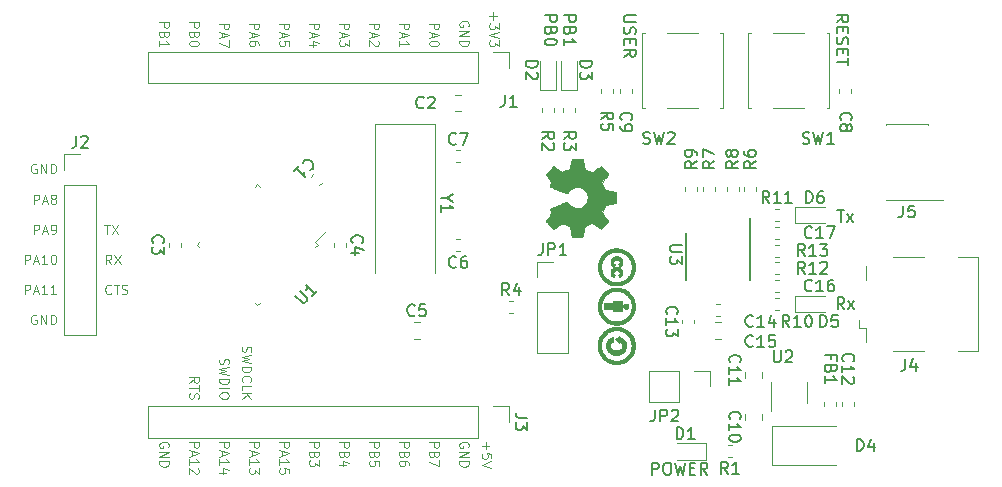
<source format=gbr>
G04 #@! TF.GenerationSoftware,KiCad,Pcbnew,5.1.5*
G04 #@! TF.CreationDate,2019-12-14T12:20:04-05:00*
G04 #@! TF.ProjectId,stm32_f0_basic,73746d33-325f-4663-905f-62617369632e,0*
G04 #@! TF.SameCoordinates,Original*
G04 #@! TF.FileFunction,Legend,Top*
G04 #@! TF.FilePolarity,Positive*
%FSLAX46Y46*%
G04 Gerber Fmt 4.6, Leading zero omitted, Abs format (unit mm)*
G04 Created by KiCad (PCBNEW 5.1.5) date 2019-12-14 12:20:04*
%MOMM*%
%LPD*%
G04 APERTURE LIST*
%ADD10C,0.010000*%
%ADD11C,0.120000*%
%ADD12C,0.150000*%
G04 APERTURE END LIST*
D10*
G36*
X171427565Y-80217991D02*
G01*
X171424019Y-80251313D01*
X171417175Y-80282767D01*
X171407031Y-80311164D01*
X171395813Y-80332018D01*
X171380702Y-80351718D01*
X171362519Y-80369864D01*
X171343344Y-80384435D01*
X171339433Y-80386824D01*
X171315934Y-80397888D01*
X171288046Y-80406624D01*
X171257232Y-80412748D01*
X171224957Y-80415979D01*
X171192684Y-80416034D01*
X171189082Y-80415827D01*
X171149200Y-80411095D01*
X171113946Y-80402256D01*
X171083238Y-80389238D01*
X171056998Y-80371971D01*
X171035147Y-80350387D01*
X171017604Y-80324414D01*
X171004291Y-80293982D01*
X170995128Y-80259022D01*
X170992420Y-80242408D01*
X170989914Y-80212757D01*
X170989927Y-80181467D01*
X170992457Y-80152177D01*
X170992490Y-80151941D01*
X171000104Y-80115320D01*
X171012014Y-80083161D01*
X171028260Y-80055424D01*
X171048883Y-80032072D01*
X171073920Y-80013066D01*
X171103411Y-79998365D01*
X171137397Y-79987932D01*
X171163744Y-79983166D01*
X171196796Y-79980502D01*
X171230446Y-79981188D01*
X171263391Y-79985017D01*
X171294331Y-79991781D01*
X171321962Y-80001274D01*
X171342275Y-80011579D01*
X171358824Y-80023775D01*
X171375552Y-80039645D01*
X171390358Y-80057099D01*
X171395813Y-80064881D01*
X171408761Y-80089748D01*
X171418410Y-80118679D01*
X171424761Y-80150487D01*
X171427812Y-80183987D01*
X171427565Y-80217991D01*
G37*
X171427565Y-80217991D02*
X171424019Y-80251313D01*
X171417175Y-80282767D01*
X171407031Y-80311164D01*
X171395813Y-80332018D01*
X171380702Y-80351718D01*
X171362519Y-80369864D01*
X171343344Y-80384435D01*
X171339433Y-80386824D01*
X171315934Y-80397888D01*
X171288046Y-80406624D01*
X171257232Y-80412748D01*
X171224957Y-80415979D01*
X171192684Y-80416034D01*
X171189082Y-80415827D01*
X171149200Y-80411095D01*
X171113946Y-80402256D01*
X171083238Y-80389238D01*
X171056998Y-80371971D01*
X171035147Y-80350387D01*
X171017604Y-80324414D01*
X171004291Y-80293982D01*
X170995128Y-80259022D01*
X170992420Y-80242408D01*
X170989914Y-80212757D01*
X170989927Y-80181467D01*
X170992457Y-80152177D01*
X170992490Y-80151941D01*
X171000104Y-80115320D01*
X171012014Y-80083161D01*
X171028260Y-80055424D01*
X171048883Y-80032072D01*
X171073920Y-80013066D01*
X171103411Y-79998365D01*
X171137397Y-79987932D01*
X171163744Y-79983166D01*
X171196796Y-79980502D01*
X171230446Y-79981188D01*
X171263391Y-79985017D01*
X171294331Y-79991781D01*
X171321962Y-80001274D01*
X171342275Y-80011579D01*
X171358824Y-80023775D01*
X171375552Y-80039645D01*
X171390358Y-80057099D01*
X171395813Y-80064881D01*
X171408761Y-80089748D01*
X171418410Y-80118679D01*
X171424761Y-80150487D01*
X171427812Y-80183987D01*
X171427565Y-80217991D01*
G36*
X170892155Y-80563207D02*
G01*
X170879987Y-80581956D01*
X170863361Y-80598919D01*
X170844021Y-80612335D01*
X170842917Y-80612932D01*
X170829432Y-80620129D01*
X170493793Y-80620958D01*
X170158155Y-80621787D01*
X170158155Y-80441845D01*
X169392310Y-80441845D01*
X169392310Y-79955053D01*
X170158155Y-79955053D01*
X170158155Y-79775111D01*
X170493793Y-79775940D01*
X170829432Y-79776770D01*
X170843651Y-79783848D01*
X170861926Y-79795873D01*
X170878326Y-79812150D01*
X170890951Y-79830729D01*
X170892658Y-79834130D01*
X170900745Y-79851184D01*
X170900745Y-80545715D01*
X170892155Y-80563207D01*
G37*
X170892155Y-80563207D02*
X170879987Y-80581956D01*
X170863361Y-80598919D01*
X170844021Y-80612335D01*
X170842917Y-80612932D01*
X170829432Y-80620129D01*
X170493793Y-80620958D01*
X170158155Y-80621787D01*
X170158155Y-80441845D01*
X169392310Y-80441845D01*
X169392310Y-79955053D01*
X170158155Y-79955053D01*
X170158155Y-79775111D01*
X170493793Y-79775940D01*
X170829432Y-79776770D01*
X170843651Y-79783848D01*
X170861926Y-79795873D01*
X170878326Y-79812150D01*
X170890951Y-79830729D01*
X170892658Y-79834130D01*
X170900745Y-79851184D01*
X170900745Y-80545715D01*
X170892155Y-80563207D01*
G36*
X170896503Y-77400643D02*
G01*
X170894176Y-77429858D01*
X170890676Y-77455298D01*
X170890492Y-77456324D01*
X170878273Y-77509122D01*
X170861524Y-77557746D01*
X170840129Y-77602379D01*
X170813971Y-77643204D01*
X170782936Y-77680401D01*
X170746906Y-77714152D01*
X170707616Y-77743411D01*
X170696172Y-77750770D01*
X170686245Y-77756639D01*
X170679207Y-77760235D01*
X170676918Y-77760978D01*
X170674441Y-77759134D01*
X170670061Y-77753176D01*
X170663634Y-77742853D01*
X170655012Y-77727914D01*
X170644050Y-77708107D01*
X170630603Y-77683181D01*
X170618609Y-77660620D01*
X170565301Y-77559851D01*
X170579544Y-77552013D01*
X170610489Y-77532239D01*
X170636180Y-77509633D01*
X170657167Y-77483540D01*
X170674002Y-77453308D01*
X170684046Y-77428076D01*
X170686932Y-77417786D01*
X170688699Y-77406193D01*
X170689525Y-77391595D01*
X170689621Y-77375366D01*
X170687361Y-77340216D01*
X170681018Y-77309284D01*
X170670349Y-77281917D01*
X170655113Y-77257464D01*
X170638849Y-77238940D01*
X170616129Y-77219328D01*
X170590688Y-77203222D01*
X170562027Y-77190470D01*
X170529648Y-77180917D01*
X170493053Y-77174411D01*
X170451743Y-77170798D01*
X170413953Y-77169888D01*
X170367340Y-77171422D01*
X170325638Y-77176163D01*
X170288360Y-77184262D01*
X170255021Y-77195872D01*
X170225133Y-77211144D01*
X170198211Y-77230230D01*
X170185740Y-77241222D01*
X170165609Y-77264329D01*
X170149996Y-77290853D01*
X170138901Y-77319963D01*
X170132322Y-77350828D01*
X170130261Y-77382618D01*
X170132717Y-77414502D01*
X170139690Y-77445649D01*
X170151180Y-77475228D01*
X170167186Y-77502409D01*
X170185789Y-77524470D01*
X170195645Y-77533405D01*
X170207802Y-77543064D01*
X170221040Y-77552632D01*
X170234140Y-77561295D01*
X170245882Y-77568239D01*
X170255047Y-77572648D01*
X170259634Y-77573803D01*
X170263282Y-77575747D01*
X170263575Y-77576924D01*
X170262250Y-77580143D01*
X170258533Y-77588119D01*
X170252815Y-77600065D01*
X170245482Y-77615196D01*
X170236923Y-77632726D01*
X170227527Y-77651867D01*
X170217683Y-77671835D01*
X170207779Y-77691842D01*
X170198203Y-77711102D01*
X170189343Y-77728829D01*
X170181590Y-77744237D01*
X170175330Y-77756540D01*
X170170952Y-77764951D01*
X170168846Y-77768684D01*
X170168783Y-77768761D01*
X170165611Y-77767948D01*
X170158486Y-77764115D01*
X170148436Y-77757941D01*
X170136488Y-77750103D01*
X170123669Y-77741279D01*
X170111005Y-77732146D01*
X170099522Y-77723383D01*
X170097081Y-77721430D01*
X170057801Y-77685771D01*
X170022928Y-77646093D01*
X169992757Y-77602925D01*
X169967583Y-77556798D01*
X169947702Y-77508241D01*
X169933409Y-77457786D01*
X169925913Y-77414123D01*
X169924067Y-77392404D01*
X169923148Y-77366848D01*
X169923159Y-77339751D01*
X169924101Y-77313407D01*
X169925808Y-77291650D01*
X169934392Y-77237457D01*
X169948269Y-77186453D01*
X169967426Y-77138669D01*
X169991847Y-77094138D01*
X170021517Y-77052892D01*
X170051056Y-77020237D01*
X170087557Y-76987715D01*
X170127203Y-76960072D01*
X170170274Y-76937176D01*
X170217050Y-76918899D01*
X170267811Y-76905111D01*
X170318962Y-76896186D01*
X170339510Y-76894152D01*
X170364509Y-76892776D01*
X170392243Y-76892057D01*
X170420999Y-76891996D01*
X170449061Y-76892593D01*
X170474713Y-76893847D01*
X170496241Y-76895759D01*
X170499701Y-76896194D01*
X170554507Y-76906279D01*
X170606078Y-76921467D01*
X170654253Y-76941670D01*
X170698870Y-76966800D01*
X170739771Y-76996767D01*
X170776793Y-77031485D01*
X170804394Y-77063757D01*
X170830226Y-77100181D01*
X170851253Y-77136846D01*
X170868114Y-77175183D01*
X170881453Y-77216618D01*
X170890528Y-77255481D01*
X170894072Y-77278912D01*
X170896441Y-77306787D01*
X170897635Y-77337464D01*
X170897656Y-77369297D01*
X170896503Y-77400643D01*
G37*
X170896503Y-77400643D02*
X170894176Y-77429858D01*
X170890676Y-77455298D01*
X170890492Y-77456324D01*
X170878273Y-77509122D01*
X170861524Y-77557746D01*
X170840129Y-77602379D01*
X170813971Y-77643204D01*
X170782936Y-77680401D01*
X170746906Y-77714152D01*
X170707616Y-77743411D01*
X170696172Y-77750770D01*
X170686245Y-77756639D01*
X170679207Y-77760235D01*
X170676918Y-77760978D01*
X170674441Y-77759134D01*
X170670061Y-77753176D01*
X170663634Y-77742853D01*
X170655012Y-77727914D01*
X170644050Y-77708107D01*
X170630603Y-77683181D01*
X170618609Y-77660620D01*
X170565301Y-77559851D01*
X170579544Y-77552013D01*
X170610489Y-77532239D01*
X170636180Y-77509633D01*
X170657167Y-77483540D01*
X170674002Y-77453308D01*
X170684046Y-77428076D01*
X170686932Y-77417786D01*
X170688699Y-77406193D01*
X170689525Y-77391595D01*
X170689621Y-77375366D01*
X170687361Y-77340216D01*
X170681018Y-77309284D01*
X170670349Y-77281917D01*
X170655113Y-77257464D01*
X170638849Y-77238940D01*
X170616129Y-77219328D01*
X170590688Y-77203222D01*
X170562027Y-77190470D01*
X170529648Y-77180917D01*
X170493053Y-77174411D01*
X170451743Y-77170798D01*
X170413953Y-77169888D01*
X170367340Y-77171422D01*
X170325638Y-77176163D01*
X170288360Y-77184262D01*
X170255021Y-77195872D01*
X170225133Y-77211144D01*
X170198211Y-77230230D01*
X170185740Y-77241222D01*
X170165609Y-77264329D01*
X170149996Y-77290853D01*
X170138901Y-77319963D01*
X170132322Y-77350828D01*
X170130261Y-77382618D01*
X170132717Y-77414502D01*
X170139690Y-77445649D01*
X170151180Y-77475228D01*
X170167186Y-77502409D01*
X170185789Y-77524470D01*
X170195645Y-77533405D01*
X170207802Y-77543064D01*
X170221040Y-77552632D01*
X170234140Y-77561295D01*
X170245882Y-77568239D01*
X170255047Y-77572648D01*
X170259634Y-77573803D01*
X170263282Y-77575747D01*
X170263575Y-77576924D01*
X170262250Y-77580143D01*
X170258533Y-77588119D01*
X170252815Y-77600065D01*
X170245482Y-77615196D01*
X170236923Y-77632726D01*
X170227527Y-77651867D01*
X170217683Y-77671835D01*
X170207779Y-77691842D01*
X170198203Y-77711102D01*
X170189343Y-77728829D01*
X170181590Y-77744237D01*
X170175330Y-77756540D01*
X170170952Y-77764951D01*
X170168846Y-77768684D01*
X170168783Y-77768761D01*
X170165611Y-77767948D01*
X170158486Y-77764115D01*
X170148436Y-77757941D01*
X170136488Y-77750103D01*
X170123669Y-77741279D01*
X170111005Y-77732146D01*
X170099522Y-77723383D01*
X170097081Y-77721430D01*
X170057801Y-77685771D01*
X170022928Y-77646093D01*
X169992757Y-77602925D01*
X169967583Y-77556798D01*
X169947702Y-77508241D01*
X169933409Y-77457786D01*
X169925913Y-77414123D01*
X169924067Y-77392404D01*
X169923148Y-77366848D01*
X169923159Y-77339751D01*
X169924101Y-77313407D01*
X169925808Y-77291650D01*
X169934392Y-77237457D01*
X169948269Y-77186453D01*
X169967426Y-77138669D01*
X169991847Y-77094138D01*
X170021517Y-77052892D01*
X170051056Y-77020237D01*
X170087557Y-76987715D01*
X170127203Y-76960072D01*
X170170274Y-76937176D01*
X170217050Y-76918899D01*
X170267811Y-76905111D01*
X170318962Y-76896186D01*
X170339510Y-76894152D01*
X170364509Y-76892776D01*
X170392243Y-76892057D01*
X170420999Y-76891996D01*
X170449061Y-76892593D01*
X170474713Y-76893847D01*
X170496241Y-76895759D01*
X170499701Y-76896194D01*
X170554507Y-76906279D01*
X170606078Y-76921467D01*
X170654253Y-76941670D01*
X170698870Y-76966800D01*
X170739771Y-76996767D01*
X170776793Y-77031485D01*
X170804394Y-77063757D01*
X170830226Y-77100181D01*
X170851253Y-77136846D01*
X170868114Y-77175183D01*
X170881453Y-77216618D01*
X170890528Y-77255481D01*
X170894072Y-77278912D01*
X170896441Y-77306787D01*
X170897635Y-77337464D01*
X170897656Y-77369297D01*
X170896503Y-77400643D01*
G36*
X170896770Y-76476743D02*
G01*
X170895218Y-76503906D01*
X170892882Y-76528220D01*
X170890482Y-76544472D01*
X170878777Y-76595733D01*
X170862808Y-76642883D01*
X170842343Y-76686519D01*
X170822986Y-76718687D01*
X170798421Y-76751365D01*
X170769332Y-76782851D01*
X170737235Y-76811714D01*
X170703647Y-76836521D01*
X170687834Y-76846339D01*
X170673361Y-76854758D01*
X170646990Y-76804228D01*
X170636157Y-76783453D01*
X170623688Y-76759515D01*
X170610804Y-76734757D01*
X170598724Y-76711522D01*
X170593085Y-76700667D01*
X170565550Y-76647635D01*
X170587356Y-76635554D01*
X170607073Y-76622559D01*
X170626730Y-76605922D01*
X170644767Y-76587213D01*
X170659625Y-76567999D01*
X170667211Y-76555261D01*
X170676551Y-76536019D01*
X170682964Y-76519926D01*
X170686943Y-76504955D01*
X170688981Y-76489085D01*
X170689574Y-76470291D01*
X170689544Y-76463794D01*
X170686608Y-76427098D01*
X170678600Y-76393954D01*
X170665548Y-76364390D01*
X170647482Y-76338431D01*
X170624433Y-76316107D01*
X170596429Y-76297443D01*
X170563500Y-76282468D01*
X170525675Y-76271208D01*
X170482984Y-76263691D01*
X170471761Y-76262421D01*
X170420874Y-76259345D01*
X170372705Y-76260667D01*
X170327616Y-76266307D01*
X170285965Y-76276185D01*
X170248112Y-76290221D01*
X170214417Y-76308335D01*
X170191796Y-76324792D01*
X170176633Y-76340088D01*
X170162180Y-76359711D01*
X170149645Y-76381810D01*
X170140639Y-76403332D01*
X170137091Y-76414357D01*
X170134687Y-76424015D01*
X170133207Y-76434021D01*
X170132432Y-76446089D01*
X170132143Y-76461932D01*
X170132115Y-76469995D01*
X170132709Y-76495840D01*
X170134787Y-76517264D01*
X170138683Y-76535936D01*
X170144730Y-76553529D01*
X170151851Y-76568966D01*
X170169203Y-76596509D01*
X170191757Y-76621224D01*
X170218949Y-76642573D01*
X170243400Y-76656734D01*
X170252952Y-76661577D01*
X170260024Y-76665268D01*
X170263064Y-76666997D01*
X170261981Y-76669864D01*
X170258460Y-76677465D01*
X170252895Y-76689015D01*
X170245681Y-76703731D01*
X170237211Y-76720831D01*
X170227879Y-76739529D01*
X170218081Y-76759044D01*
X170208210Y-76778591D01*
X170198660Y-76797387D01*
X170189827Y-76814649D01*
X170182103Y-76829593D01*
X170175884Y-76841436D01*
X170171564Y-76849395D01*
X170169724Y-76852460D01*
X170167686Y-76854443D01*
X170164829Y-76854810D01*
X170160225Y-76853148D01*
X170152941Y-76849043D01*
X170142047Y-76842083D01*
X170133281Y-76836293D01*
X170098686Y-76811690D01*
X170068806Y-76786675D01*
X170042228Y-76759879D01*
X170017541Y-76729931D01*
X170002961Y-76709751D01*
X169982851Y-76677043D01*
X169964549Y-76640234D01*
X169948892Y-76601348D01*
X169936715Y-76562410D01*
X169930216Y-76533557D01*
X169928018Y-76517646D01*
X169926219Y-76497218D01*
X169924870Y-76473945D01*
X169924023Y-76449501D01*
X169923731Y-76425559D01*
X169924045Y-76403793D01*
X169925018Y-76385877D01*
X169925483Y-76381169D01*
X169934480Y-76327000D01*
X169948609Y-76275885D01*
X169967692Y-76228055D01*
X169991550Y-76183737D01*
X170020005Y-76143163D01*
X170052877Y-76106560D01*
X170089987Y-76074160D01*
X170131157Y-76046190D01*
X170176208Y-76022881D01*
X170217160Y-76006991D01*
X170267577Y-75993066D01*
X170321022Y-75983677D01*
X170376311Y-75978824D01*
X170432262Y-75978507D01*
X170487689Y-75982728D01*
X170541409Y-75991487D01*
X170592239Y-76004784D01*
X170598438Y-76006801D01*
X170644215Y-76024681D01*
X170686088Y-76046719D01*
X170725176Y-76073591D01*
X170762100Y-76105498D01*
X170797580Y-76143427D01*
X170827800Y-76184521D01*
X170852823Y-76228901D01*
X170872715Y-76276688D01*
X170887539Y-76328003D01*
X170892267Y-76350622D01*
X170894848Y-76369559D01*
X170896575Y-76393138D01*
X170897462Y-76419861D01*
X170897522Y-76448228D01*
X170896770Y-76476743D01*
G37*
X170896770Y-76476743D02*
X170895218Y-76503906D01*
X170892882Y-76528220D01*
X170890482Y-76544472D01*
X170878777Y-76595733D01*
X170862808Y-76642883D01*
X170842343Y-76686519D01*
X170822986Y-76718687D01*
X170798421Y-76751365D01*
X170769332Y-76782851D01*
X170737235Y-76811714D01*
X170703647Y-76836521D01*
X170687834Y-76846339D01*
X170673361Y-76854758D01*
X170646990Y-76804228D01*
X170636157Y-76783453D01*
X170623688Y-76759515D01*
X170610804Y-76734757D01*
X170598724Y-76711522D01*
X170593085Y-76700667D01*
X170565550Y-76647635D01*
X170587356Y-76635554D01*
X170607073Y-76622559D01*
X170626730Y-76605922D01*
X170644767Y-76587213D01*
X170659625Y-76567999D01*
X170667211Y-76555261D01*
X170676551Y-76536019D01*
X170682964Y-76519926D01*
X170686943Y-76504955D01*
X170688981Y-76489085D01*
X170689574Y-76470291D01*
X170689544Y-76463794D01*
X170686608Y-76427098D01*
X170678600Y-76393954D01*
X170665548Y-76364390D01*
X170647482Y-76338431D01*
X170624433Y-76316107D01*
X170596429Y-76297443D01*
X170563500Y-76282468D01*
X170525675Y-76271208D01*
X170482984Y-76263691D01*
X170471761Y-76262421D01*
X170420874Y-76259345D01*
X170372705Y-76260667D01*
X170327616Y-76266307D01*
X170285965Y-76276185D01*
X170248112Y-76290221D01*
X170214417Y-76308335D01*
X170191796Y-76324792D01*
X170176633Y-76340088D01*
X170162180Y-76359711D01*
X170149645Y-76381810D01*
X170140639Y-76403332D01*
X170137091Y-76414357D01*
X170134687Y-76424015D01*
X170133207Y-76434021D01*
X170132432Y-76446089D01*
X170132143Y-76461932D01*
X170132115Y-76469995D01*
X170132709Y-76495840D01*
X170134787Y-76517264D01*
X170138683Y-76535936D01*
X170144730Y-76553529D01*
X170151851Y-76568966D01*
X170169203Y-76596509D01*
X170191757Y-76621224D01*
X170218949Y-76642573D01*
X170243400Y-76656734D01*
X170252952Y-76661577D01*
X170260024Y-76665268D01*
X170263064Y-76666997D01*
X170261981Y-76669864D01*
X170258460Y-76677465D01*
X170252895Y-76689015D01*
X170245681Y-76703731D01*
X170237211Y-76720831D01*
X170227879Y-76739529D01*
X170218081Y-76759044D01*
X170208210Y-76778591D01*
X170198660Y-76797387D01*
X170189827Y-76814649D01*
X170182103Y-76829593D01*
X170175884Y-76841436D01*
X170171564Y-76849395D01*
X170169724Y-76852460D01*
X170167686Y-76854443D01*
X170164829Y-76854810D01*
X170160225Y-76853148D01*
X170152941Y-76849043D01*
X170142047Y-76842083D01*
X170133281Y-76836293D01*
X170098686Y-76811690D01*
X170068806Y-76786675D01*
X170042228Y-76759879D01*
X170017541Y-76729931D01*
X170002961Y-76709751D01*
X169982851Y-76677043D01*
X169964549Y-76640234D01*
X169948892Y-76601348D01*
X169936715Y-76562410D01*
X169930216Y-76533557D01*
X169928018Y-76517646D01*
X169926219Y-76497218D01*
X169924870Y-76473945D01*
X169924023Y-76449501D01*
X169923731Y-76425559D01*
X169924045Y-76403793D01*
X169925018Y-76385877D01*
X169925483Y-76381169D01*
X169934480Y-76327000D01*
X169948609Y-76275885D01*
X169967692Y-76228055D01*
X169991550Y-76183737D01*
X170020005Y-76143163D01*
X170052877Y-76106560D01*
X170089987Y-76074160D01*
X170131157Y-76046190D01*
X170176208Y-76022881D01*
X170217160Y-76006991D01*
X170267577Y-75993066D01*
X170321022Y-75983677D01*
X170376311Y-75978824D01*
X170432262Y-75978507D01*
X170487689Y-75982728D01*
X170541409Y-75991487D01*
X170592239Y-76004784D01*
X170598438Y-76006801D01*
X170644215Y-76024681D01*
X170686088Y-76046719D01*
X170725176Y-76073591D01*
X170762100Y-76105498D01*
X170797580Y-76143427D01*
X170827800Y-76184521D01*
X170852823Y-76228901D01*
X170872715Y-76276688D01*
X170887539Y-76328003D01*
X170892267Y-76350622D01*
X170894848Y-76369559D01*
X170896575Y-76393138D01*
X170897462Y-76419861D01*
X170897522Y-76448228D01*
X170896770Y-76476743D01*
G36*
X171226386Y-83573185D02*
G01*
X171220514Y-83646029D01*
X171209309Y-83715929D01*
X171192804Y-83782811D01*
X171171031Y-83846600D01*
X171144021Y-83907222D01*
X171111806Y-83964601D01*
X171074419Y-84018664D01*
X171031890Y-84069334D01*
X170984253Y-84116538D01*
X170949759Y-84145975D01*
X170892867Y-84187787D01*
X170832702Y-84224360D01*
X170769349Y-84255669D01*
X170702896Y-84281685D01*
X170633427Y-84302383D01*
X170561031Y-84317736D01*
X170485792Y-84327719D01*
X170407797Y-84332303D01*
X170344190Y-84332088D01*
X170267817Y-84327221D01*
X170194866Y-84317242D01*
X170125186Y-84302105D01*
X170058622Y-84281764D01*
X169995024Y-84256175D01*
X169934239Y-84225291D01*
X169885303Y-84195265D01*
X169826728Y-84152923D01*
X169773349Y-84107197D01*
X169725177Y-84058106D01*
X169682223Y-84005665D01*
X169644497Y-83949892D01*
X169612010Y-83890804D01*
X169584773Y-83828418D01*
X169562797Y-83762752D01*
X169546091Y-83693822D01*
X169536409Y-83635449D01*
X169534541Y-83617792D01*
X169532957Y-83595709D01*
X169531689Y-83570590D01*
X169530769Y-83543825D01*
X169530228Y-83516806D01*
X169530098Y-83490922D01*
X169530410Y-83467565D01*
X169531196Y-83448125D01*
X169531944Y-83438562D01*
X169541456Y-83371362D01*
X169556115Y-83307488D01*
X169576012Y-83246673D01*
X169601238Y-83188650D01*
X169631886Y-83133154D01*
X169642712Y-83116101D01*
X169680420Y-83063876D01*
X169721899Y-83016554D01*
X169767167Y-82974124D01*
X169816240Y-82936574D01*
X169869136Y-82903893D01*
X169925872Y-82876071D01*
X169986466Y-82853096D01*
X170050935Y-82834957D01*
X170100794Y-82824704D01*
X170114069Y-82822339D01*
X170125680Y-82820216D01*
X170133785Y-82818674D01*
X170135676Y-82818287D01*
X170142652Y-82816776D01*
X170142652Y-83213769D01*
X170128411Y-83213769D01*
X170114268Y-83214800D01*
X170096159Y-83217625D01*
X170075917Y-83221840D01*
X170055373Y-83227043D01*
X170036362Y-83232831D01*
X170027828Y-83235885D01*
X169993401Y-83252270D01*
X169962416Y-83273714D01*
X169935093Y-83299981D01*
X169911651Y-83330832D01*
X169892306Y-83366031D01*
X169880250Y-83396214D01*
X169873507Y-83417255D01*
X169868299Y-83436926D01*
X169864452Y-83456527D01*
X169861791Y-83477362D01*
X169860141Y-83500733D01*
X169859326Y-83527941D01*
X169859160Y-83553283D01*
X169859375Y-83580972D01*
X169860145Y-83603711D01*
X169861706Y-83622744D01*
X169864294Y-83639314D01*
X169868144Y-83654664D01*
X169873491Y-83670038D01*
X169880573Y-83686680D01*
X169887078Y-83700561D01*
X169908127Y-83737335D01*
X169934611Y-83771613D01*
X169966191Y-83803161D01*
X170002526Y-83831742D01*
X170043276Y-83857120D01*
X170088102Y-83879060D01*
X170136663Y-83897325D01*
X170188620Y-83911680D01*
X170192623Y-83912588D01*
X170249264Y-83922889D01*
X170309401Y-83929490D01*
X170371604Y-83932408D01*
X170434441Y-83931658D01*
X170496482Y-83927256D01*
X170556297Y-83919217D01*
X170610840Y-83907960D01*
X170662123Y-83892830D01*
X170708618Y-83874016D01*
X170750260Y-83851574D01*
X170786985Y-83825561D01*
X170818728Y-83796034D01*
X170845423Y-83763050D01*
X170867006Y-83726664D01*
X170883412Y-83686934D01*
X170889951Y-83664678D01*
X170896241Y-83631894D01*
X170899655Y-83595194D01*
X170900265Y-83556119D01*
X170898145Y-83516206D01*
X170893368Y-83476995D01*
X170886007Y-83440026D01*
X170877922Y-83411952D01*
X170861467Y-83371633D01*
X170840911Y-83335946D01*
X170816169Y-83304801D01*
X170787157Y-83278105D01*
X170753791Y-83255766D01*
X170718486Y-83238702D01*
X170702583Y-83232761D01*
X170684736Y-83226979D01*
X170666501Y-83221773D01*
X170649434Y-83217559D01*
X170635091Y-83214753D01*
X170625256Y-83213769D01*
X170617185Y-83213769D01*
X170615491Y-83322323D01*
X170310083Y-83016859D01*
X170463562Y-82863403D01*
X170617042Y-82709947D01*
X170617042Y-82828446D01*
X170641071Y-82832258D01*
X170652943Y-82834444D01*
X170668963Y-82837815D01*
X170687282Y-82841962D01*
X170706057Y-82846477D01*
X170711811Y-82847921D01*
X170776532Y-82867228D01*
X170837610Y-82891340D01*
X170894901Y-82920149D01*
X170948258Y-82953548D01*
X170997536Y-82991430D01*
X171042589Y-83033687D01*
X171083272Y-83080214D01*
X171119439Y-83130902D01*
X171137757Y-83161225D01*
X171164494Y-83213053D01*
X171186208Y-83265739D01*
X171203105Y-83320067D01*
X171215395Y-83376823D01*
X171223284Y-83436792D01*
X171226894Y-83497473D01*
X171226386Y-83573185D01*
G37*
X171226386Y-83573185D02*
X171220514Y-83646029D01*
X171209309Y-83715929D01*
X171192804Y-83782811D01*
X171171031Y-83846600D01*
X171144021Y-83907222D01*
X171111806Y-83964601D01*
X171074419Y-84018664D01*
X171031890Y-84069334D01*
X170984253Y-84116538D01*
X170949759Y-84145975D01*
X170892867Y-84187787D01*
X170832702Y-84224360D01*
X170769349Y-84255669D01*
X170702896Y-84281685D01*
X170633427Y-84302383D01*
X170561031Y-84317736D01*
X170485792Y-84327719D01*
X170407797Y-84332303D01*
X170344190Y-84332088D01*
X170267817Y-84327221D01*
X170194866Y-84317242D01*
X170125186Y-84302105D01*
X170058622Y-84281764D01*
X169995024Y-84256175D01*
X169934239Y-84225291D01*
X169885303Y-84195265D01*
X169826728Y-84152923D01*
X169773349Y-84107197D01*
X169725177Y-84058106D01*
X169682223Y-84005665D01*
X169644497Y-83949892D01*
X169612010Y-83890804D01*
X169584773Y-83828418D01*
X169562797Y-83762752D01*
X169546091Y-83693822D01*
X169536409Y-83635449D01*
X169534541Y-83617792D01*
X169532957Y-83595709D01*
X169531689Y-83570590D01*
X169530769Y-83543825D01*
X169530228Y-83516806D01*
X169530098Y-83490922D01*
X169530410Y-83467565D01*
X169531196Y-83448125D01*
X169531944Y-83438562D01*
X169541456Y-83371362D01*
X169556115Y-83307488D01*
X169576012Y-83246673D01*
X169601238Y-83188650D01*
X169631886Y-83133154D01*
X169642712Y-83116101D01*
X169680420Y-83063876D01*
X169721899Y-83016554D01*
X169767167Y-82974124D01*
X169816240Y-82936574D01*
X169869136Y-82903893D01*
X169925872Y-82876071D01*
X169986466Y-82853096D01*
X170050935Y-82834957D01*
X170100794Y-82824704D01*
X170114069Y-82822339D01*
X170125680Y-82820216D01*
X170133785Y-82818674D01*
X170135676Y-82818287D01*
X170142652Y-82816776D01*
X170142652Y-83213769D01*
X170128411Y-83213769D01*
X170114268Y-83214800D01*
X170096159Y-83217625D01*
X170075917Y-83221840D01*
X170055373Y-83227043D01*
X170036362Y-83232831D01*
X170027828Y-83235885D01*
X169993401Y-83252270D01*
X169962416Y-83273714D01*
X169935093Y-83299981D01*
X169911651Y-83330832D01*
X169892306Y-83366031D01*
X169880250Y-83396214D01*
X169873507Y-83417255D01*
X169868299Y-83436926D01*
X169864452Y-83456527D01*
X169861791Y-83477362D01*
X169860141Y-83500733D01*
X169859326Y-83527941D01*
X169859160Y-83553283D01*
X169859375Y-83580972D01*
X169860145Y-83603711D01*
X169861706Y-83622744D01*
X169864294Y-83639314D01*
X169868144Y-83654664D01*
X169873491Y-83670038D01*
X169880573Y-83686680D01*
X169887078Y-83700561D01*
X169908127Y-83737335D01*
X169934611Y-83771613D01*
X169966191Y-83803161D01*
X170002526Y-83831742D01*
X170043276Y-83857120D01*
X170088102Y-83879060D01*
X170136663Y-83897325D01*
X170188620Y-83911680D01*
X170192623Y-83912588D01*
X170249264Y-83922889D01*
X170309401Y-83929490D01*
X170371604Y-83932408D01*
X170434441Y-83931658D01*
X170496482Y-83927256D01*
X170556297Y-83919217D01*
X170610840Y-83907960D01*
X170662123Y-83892830D01*
X170708618Y-83874016D01*
X170750260Y-83851574D01*
X170786985Y-83825561D01*
X170818728Y-83796034D01*
X170845423Y-83763050D01*
X170867006Y-83726664D01*
X170883412Y-83686934D01*
X170889951Y-83664678D01*
X170896241Y-83631894D01*
X170899655Y-83595194D01*
X170900265Y-83556119D01*
X170898145Y-83516206D01*
X170893368Y-83476995D01*
X170886007Y-83440026D01*
X170877922Y-83411952D01*
X170861467Y-83371633D01*
X170840911Y-83335946D01*
X170816169Y-83304801D01*
X170787157Y-83278105D01*
X170753791Y-83255766D01*
X170718486Y-83238702D01*
X170702583Y-83232761D01*
X170684736Y-83226979D01*
X170666501Y-83221773D01*
X170649434Y-83217559D01*
X170635091Y-83214753D01*
X170625256Y-83213769D01*
X170617185Y-83213769D01*
X170615491Y-83322323D01*
X170310083Y-83016859D01*
X170463562Y-82863403D01*
X170617042Y-82709947D01*
X170617042Y-82828446D01*
X170641071Y-82832258D01*
X170652943Y-82834444D01*
X170668963Y-82837815D01*
X170687282Y-82841962D01*
X170706057Y-82846477D01*
X170711811Y-82847921D01*
X170776532Y-82867228D01*
X170837610Y-82891340D01*
X170894901Y-82920149D01*
X170948258Y-82953548D01*
X170997536Y-82991430D01*
X171042589Y-83033687D01*
X171083272Y-83080214D01*
X171119439Y-83130902D01*
X171137757Y-83161225D01*
X171164494Y-83213053D01*
X171186208Y-83265739D01*
X171203105Y-83320067D01*
X171215395Y-83376823D01*
X171223284Y-83436792D01*
X171226894Y-83497473D01*
X171226386Y-83573185D01*
G36*
X171984427Y-80254328D02*
G01*
X171983165Y-80294403D01*
X171981260Y-80326517D01*
X171970733Y-80427139D01*
X171954736Y-80524856D01*
X171933244Y-80619723D01*
X171906234Y-80711796D01*
X171873683Y-80801131D01*
X171835568Y-80887784D01*
X171791866Y-80971811D01*
X171742552Y-81053268D01*
X171687605Y-81132211D01*
X171627000Y-81208697D01*
X171603833Y-81235595D01*
X171584743Y-81256612D01*
X171562211Y-81280307D01*
X171537339Y-81305599D01*
X171511235Y-81331407D01*
X171485002Y-81356650D01*
X171459747Y-81380247D01*
X171436574Y-81401118D01*
X171420237Y-81415160D01*
X171342894Y-81476018D01*
X171263481Y-81531091D01*
X171181883Y-81580422D01*
X171097990Y-81624059D01*
X171011686Y-81662046D01*
X170922859Y-81694428D01*
X170831396Y-81721252D01*
X170737184Y-81742562D01*
X170640110Y-81758404D01*
X170540061Y-81768823D01*
X170539527Y-81768863D01*
X170519785Y-81770009D01*
X170495147Y-81770891D01*
X170466888Y-81771510D01*
X170436285Y-81771865D01*
X170404613Y-81771956D01*
X170373148Y-81771783D01*
X170343165Y-81771347D01*
X170315940Y-81770648D01*
X170292749Y-81769685D01*
X170279685Y-81768860D01*
X170179526Y-81758441D01*
X170082512Y-81742688D01*
X169988574Y-81721569D01*
X169897641Y-81695053D01*
X169809643Y-81663108D01*
X169724510Y-81625702D01*
X169642172Y-81582805D01*
X169562559Y-81534383D01*
X169485601Y-81480406D01*
X169411227Y-81420842D01*
X169339368Y-81355659D01*
X169318259Y-81334973D01*
X169246718Y-81259669D01*
X169180881Y-81182142D01*
X169120779Y-81102440D01*
X169066443Y-81020610D01*
X169017906Y-80936698D01*
X168975198Y-80850751D01*
X168944489Y-80778637D01*
X168913677Y-80693719D01*
X168888181Y-80608348D01*
X168867907Y-80521951D01*
X168852759Y-80433955D01*
X168842644Y-80343788D01*
X168837465Y-80250877D01*
X168837129Y-80154649D01*
X168837684Y-80133337D01*
X168843725Y-80035955D01*
X168855715Y-79940285D01*
X168873623Y-79846396D01*
X168897417Y-79754361D01*
X168927067Y-79664248D01*
X168962541Y-79576129D01*
X169003809Y-79490074D01*
X169050839Y-79406153D01*
X169103601Y-79324437D01*
X169162063Y-79244995D01*
X169226194Y-79167900D01*
X169295963Y-79093220D01*
X169297742Y-79091421D01*
X169371411Y-79021063D01*
X169447265Y-78956502D01*
X169525354Y-78897713D01*
X169605730Y-78844672D01*
X169688445Y-78797352D01*
X169773549Y-78755728D01*
X169861096Y-78719776D01*
X169951135Y-78689469D01*
X170043719Y-78664783D01*
X170138899Y-78645692D01*
X170231019Y-78632799D01*
X170277404Y-78628657D01*
X170328243Y-78625972D01*
X170382029Y-78624720D01*
X170391106Y-78624746D01*
X170391106Y-78904843D01*
X170306042Y-78908797D01*
X170221613Y-78918192D01*
X170138293Y-78933018D01*
X170056555Y-78953268D01*
X169976871Y-78978932D01*
X169899716Y-79010002D01*
X169891139Y-79013870D01*
X169817280Y-79050796D01*
X169745014Y-79093319D01*
X169674784Y-79140999D01*
X169607032Y-79193396D01*
X169542201Y-79250068D01*
X169480731Y-79310577D01*
X169423066Y-79374482D01*
X169369647Y-79441342D01*
X169320916Y-79510717D01*
X169277316Y-79582168D01*
X169239287Y-79655254D01*
X169232494Y-79669799D01*
X169199534Y-79749155D01*
X169172171Y-79831108D01*
X169150442Y-79915506D01*
X169134386Y-80002197D01*
X169124040Y-80091031D01*
X169122586Y-80110083D01*
X169121526Y-80131967D01*
X169120969Y-80158568D01*
X169120884Y-80188421D01*
X169121243Y-80220063D01*
X169122016Y-80252033D01*
X169123173Y-80282867D01*
X169124687Y-80311102D01*
X169126526Y-80335275D01*
X169127254Y-80342627D01*
X169139544Y-80430404D01*
X169157390Y-80515613D01*
X169180854Y-80598405D01*
X169210001Y-80678927D01*
X169244893Y-80757329D01*
X169285594Y-80833760D01*
X169332166Y-80908368D01*
X169384673Y-80981303D01*
X169413020Y-81017004D01*
X169473661Y-81086915D01*
X169536333Y-81151010D01*
X169601149Y-81209373D01*
X169668223Y-81262085D01*
X169737670Y-81309229D01*
X169809603Y-81350888D01*
X169884137Y-81387144D01*
X169961384Y-81418079D01*
X169973711Y-81422438D01*
X170048396Y-81445428D01*
X170126501Y-81463837D01*
X170207227Y-81477636D01*
X170289780Y-81486793D01*
X170373361Y-81491275D01*
X170457175Y-81491053D01*
X170540425Y-81486093D01*
X170622314Y-81476366D01*
X170702046Y-81461840D01*
X170741174Y-81452686D01*
X170824237Y-81428704D01*
X170904489Y-81399352D01*
X170982060Y-81364554D01*
X171057082Y-81324233D01*
X171129685Y-81278313D01*
X171200000Y-81226718D01*
X171268158Y-81169370D01*
X171333882Y-81106608D01*
X171393138Y-81043119D01*
X171446573Y-80978581D01*
X171494547Y-80912438D01*
X171537423Y-80844132D01*
X171575560Y-80773108D01*
X171609319Y-80698807D01*
X171626945Y-80654235D01*
X171651063Y-80582040D01*
X171670746Y-80506204D01*
X171685933Y-80427478D01*
X171696568Y-80346613D01*
X171702592Y-80264359D01*
X171703945Y-80181469D01*
X171700571Y-80098692D01*
X171692411Y-80016779D01*
X171681752Y-79948852D01*
X171662989Y-79863702D01*
X171638588Y-79781132D01*
X171608537Y-79701112D01*
X171572823Y-79623616D01*
X171531434Y-79548614D01*
X171484360Y-79476079D01*
X171473862Y-79461312D01*
X171423075Y-79395644D01*
X171367432Y-79332405D01*
X171307523Y-79272064D01*
X171243937Y-79215090D01*
X171177264Y-79161951D01*
X171108095Y-79113117D01*
X171037019Y-79069056D01*
X170964625Y-79030238D01*
X170891504Y-78997130D01*
X170888343Y-78995838D01*
X170809401Y-78966972D01*
X170728256Y-78943597D01*
X170645381Y-78925706D01*
X170561249Y-78913288D01*
X170476333Y-78906337D01*
X170391106Y-78904843D01*
X170391106Y-78624746D01*
X170437256Y-78624880D01*
X170492420Y-78626428D01*
X170546015Y-78629340D01*
X170596535Y-78633594D01*
X170641846Y-78639077D01*
X170738784Y-78655980D01*
X170833212Y-78678514D01*
X170925195Y-78706709D01*
X171014801Y-78740596D01*
X171102097Y-78780206D01*
X171187150Y-78825569D01*
X171270027Y-78876717D01*
X171350794Y-78933681D01*
X171429519Y-78996490D01*
X171441797Y-79006969D01*
X171515915Y-79074666D01*
X171584887Y-79145606D01*
X171648638Y-79219652D01*
X171707096Y-79296670D01*
X171760188Y-79376522D01*
X171807840Y-79459073D01*
X171849979Y-79544186D01*
X171886532Y-79631725D01*
X171917426Y-79721554D01*
X171942587Y-79813536D01*
X171961942Y-79907536D01*
X171974872Y-79998462D01*
X171978356Y-80035378D01*
X171981122Y-80076603D01*
X171983142Y-80120622D01*
X171984386Y-80165925D01*
X171984824Y-80210997D01*
X171984427Y-80254328D01*
G37*
X171984427Y-80254328D02*
X171983165Y-80294403D01*
X171981260Y-80326517D01*
X171970733Y-80427139D01*
X171954736Y-80524856D01*
X171933244Y-80619723D01*
X171906234Y-80711796D01*
X171873683Y-80801131D01*
X171835568Y-80887784D01*
X171791866Y-80971811D01*
X171742552Y-81053268D01*
X171687605Y-81132211D01*
X171627000Y-81208697D01*
X171603833Y-81235595D01*
X171584743Y-81256612D01*
X171562211Y-81280307D01*
X171537339Y-81305599D01*
X171511235Y-81331407D01*
X171485002Y-81356650D01*
X171459747Y-81380247D01*
X171436574Y-81401118D01*
X171420237Y-81415160D01*
X171342894Y-81476018D01*
X171263481Y-81531091D01*
X171181883Y-81580422D01*
X171097990Y-81624059D01*
X171011686Y-81662046D01*
X170922859Y-81694428D01*
X170831396Y-81721252D01*
X170737184Y-81742562D01*
X170640110Y-81758404D01*
X170540061Y-81768823D01*
X170539527Y-81768863D01*
X170519785Y-81770009D01*
X170495147Y-81770891D01*
X170466888Y-81771510D01*
X170436285Y-81771865D01*
X170404613Y-81771956D01*
X170373148Y-81771783D01*
X170343165Y-81771347D01*
X170315940Y-81770648D01*
X170292749Y-81769685D01*
X170279685Y-81768860D01*
X170179526Y-81758441D01*
X170082512Y-81742688D01*
X169988574Y-81721569D01*
X169897641Y-81695053D01*
X169809643Y-81663108D01*
X169724510Y-81625702D01*
X169642172Y-81582805D01*
X169562559Y-81534383D01*
X169485601Y-81480406D01*
X169411227Y-81420842D01*
X169339368Y-81355659D01*
X169318259Y-81334973D01*
X169246718Y-81259669D01*
X169180881Y-81182142D01*
X169120779Y-81102440D01*
X169066443Y-81020610D01*
X169017906Y-80936698D01*
X168975198Y-80850751D01*
X168944489Y-80778637D01*
X168913677Y-80693719D01*
X168888181Y-80608348D01*
X168867907Y-80521951D01*
X168852759Y-80433955D01*
X168842644Y-80343788D01*
X168837465Y-80250877D01*
X168837129Y-80154649D01*
X168837684Y-80133337D01*
X168843725Y-80035955D01*
X168855715Y-79940285D01*
X168873623Y-79846396D01*
X168897417Y-79754361D01*
X168927067Y-79664248D01*
X168962541Y-79576129D01*
X169003809Y-79490074D01*
X169050839Y-79406153D01*
X169103601Y-79324437D01*
X169162063Y-79244995D01*
X169226194Y-79167900D01*
X169295963Y-79093220D01*
X169297742Y-79091421D01*
X169371411Y-79021063D01*
X169447265Y-78956502D01*
X169525354Y-78897713D01*
X169605730Y-78844672D01*
X169688445Y-78797352D01*
X169773549Y-78755728D01*
X169861096Y-78719776D01*
X169951135Y-78689469D01*
X170043719Y-78664783D01*
X170138899Y-78645692D01*
X170231019Y-78632799D01*
X170277404Y-78628657D01*
X170328243Y-78625972D01*
X170382029Y-78624720D01*
X170391106Y-78624746D01*
X170391106Y-78904843D01*
X170306042Y-78908797D01*
X170221613Y-78918192D01*
X170138293Y-78933018D01*
X170056555Y-78953268D01*
X169976871Y-78978932D01*
X169899716Y-79010002D01*
X169891139Y-79013870D01*
X169817280Y-79050796D01*
X169745014Y-79093319D01*
X169674784Y-79140999D01*
X169607032Y-79193396D01*
X169542201Y-79250068D01*
X169480731Y-79310577D01*
X169423066Y-79374482D01*
X169369647Y-79441342D01*
X169320916Y-79510717D01*
X169277316Y-79582168D01*
X169239287Y-79655254D01*
X169232494Y-79669799D01*
X169199534Y-79749155D01*
X169172171Y-79831108D01*
X169150442Y-79915506D01*
X169134386Y-80002197D01*
X169124040Y-80091031D01*
X169122586Y-80110083D01*
X169121526Y-80131967D01*
X169120969Y-80158568D01*
X169120884Y-80188421D01*
X169121243Y-80220063D01*
X169122016Y-80252033D01*
X169123173Y-80282867D01*
X169124687Y-80311102D01*
X169126526Y-80335275D01*
X169127254Y-80342627D01*
X169139544Y-80430404D01*
X169157390Y-80515613D01*
X169180854Y-80598405D01*
X169210001Y-80678927D01*
X169244893Y-80757329D01*
X169285594Y-80833760D01*
X169332166Y-80908368D01*
X169384673Y-80981303D01*
X169413020Y-81017004D01*
X169473661Y-81086915D01*
X169536333Y-81151010D01*
X169601149Y-81209373D01*
X169668223Y-81262085D01*
X169737670Y-81309229D01*
X169809603Y-81350888D01*
X169884137Y-81387144D01*
X169961384Y-81418079D01*
X169973711Y-81422438D01*
X170048396Y-81445428D01*
X170126501Y-81463837D01*
X170207227Y-81477636D01*
X170289780Y-81486793D01*
X170373361Y-81491275D01*
X170457175Y-81491053D01*
X170540425Y-81486093D01*
X170622314Y-81476366D01*
X170702046Y-81461840D01*
X170741174Y-81452686D01*
X170824237Y-81428704D01*
X170904489Y-81399352D01*
X170982060Y-81364554D01*
X171057082Y-81324233D01*
X171129685Y-81278313D01*
X171200000Y-81226718D01*
X171268158Y-81169370D01*
X171333882Y-81106608D01*
X171393138Y-81043119D01*
X171446573Y-80978581D01*
X171494547Y-80912438D01*
X171537423Y-80844132D01*
X171575560Y-80773108D01*
X171609319Y-80698807D01*
X171626945Y-80654235D01*
X171651063Y-80582040D01*
X171670746Y-80506204D01*
X171685933Y-80427478D01*
X171696568Y-80346613D01*
X171702592Y-80264359D01*
X171703945Y-80181469D01*
X171700571Y-80098692D01*
X171692411Y-80016779D01*
X171681752Y-79948852D01*
X171662989Y-79863702D01*
X171638588Y-79781132D01*
X171608537Y-79701112D01*
X171572823Y-79623616D01*
X171531434Y-79548614D01*
X171484360Y-79476079D01*
X171473862Y-79461312D01*
X171423075Y-79395644D01*
X171367432Y-79332405D01*
X171307523Y-79272064D01*
X171243937Y-79215090D01*
X171177264Y-79161951D01*
X171108095Y-79113117D01*
X171037019Y-79069056D01*
X170964625Y-79030238D01*
X170891504Y-78997130D01*
X170888343Y-78995838D01*
X170809401Y-78966972D01*
X170728256Y-78943597D01*
X170645381Y-78925706D01*
X170561249Y-78913288D01*
X170476333Y-78906337D01*
X170391106Y-78904843D01*
X170391106Y-78624746D01*
X170437256Y-78624880D01*
X170492420Y-78626428D01*
X170546015Y-78629340D01*
X170596535Y-78633594D01*
X170641846Y-78639077D01*
X170738784Y-78655980D01*
X170833212Y-78678514D01*
X170925195Y-78706709D01*
X171014801Y-78740596D01*
X171102097Y-78780206D01*
X171187150Y-78825569D01*
X171270027Y-78876717D01*
X171350794Y-78933681D01*
X171429519Y-78996490D01*
X171441797Y-79006969D01*
X171515915Y-79074666D01*
X171584887Y-79145606D01*
X171648638Y-79219652D01*
X171707096Y-79296670D01*
X171760188Y-79376522D01*
X171807840Y-79459073D01*
X171849979Y-79544186D01*
X171886532Y-79631725D01*
X171917426Y-79721554D01*
X171942587Y-79813536D01*
X171961942Y-79907536D01*
X171974872Y-79998462D01*
X171978356Y-80035378D01*
X171981122Y-80076603D01*
X171983142Y-80120622D01*
X171984386Y-80165925D01*
X171984824Y-80210997D01*
X171984427Y-80254328D01*
G36*
X171983781Y-76927930D02*
G01*
X171983236Y-76956732D01*
X171982318Y-76981564D01*
X171981549Y-76994526D01*
X171971594Y-77094505D01*
X171956146Y-77191643D01*
X171935172Y-77286041D01*
X171908638Y-77377798D01*
X171876513Y-77467015D01*
X171838761Y-77553791D01*
X171795351Y-77638227D01*
X171746249Y-77720422D01*
X171734732Y-77738134D01*
X171705393Y-77781377D01*
X171676465Y-77821358D01*
X171646942Y-77859301D01*
X171615815Y-77896427D01*
X171582078Y-77933961D01*
X171544725Y-77973125D01*
X171524039Y-77994039D01*
X171487439Y-78029956D01*
X171453341Y-78061861D01*
X171420588Y-78090749D01*
X171388022Y-78117616D01*
X171354486Y-78143456D01*
X171326250Y-78164009D01*
X171245423Y-78217740D01*
X171161731Y-78265991D01*
X171075279Y-78308723D01*
X170986173Y-78345899D01*
X170894516Y-78377483D01*
X170800413Y-78403436D01*
X170703969Y-78423722D01*
X170605289Y-78438303D01*
X170535726Y-78445035D01*
X170515727Y-78446210D01*
X170490953Y-78447109D01*
X170462696Y-78447731D01*
X170432250Y-78448077D01*
X170400908Y-78448147D01*
X170369963Y-78447941D01*
X170340708Y-78447458D01*
X170314437Y-78446698D01*
X170292443Y-78445661D01*
X170283729Y-78445060D01*
X170182604Y-78434213D01*
X170084317Y-78417860D01*
X169988829Y-78395989D01*
X169896103Y-78368589D01*
X169806101Y-78335646D01*
X169718784Y-78297150D01*
X169634115Y-78253089D01*
X169592989Y-78229105D01*
X169524447Y-78184534D01*
X169456679Y-78134308D01*
X169390272Y-78078970D01*
X169325811Y-78019063D01*
X169263883Y-77955130D01*
X169205074Y-77887713D01*
X169152994Y-77821428D01*
X169098297Y-77743029D01*
X169048027Y-77660701D01*
X169002483Y-77575090D01*
X168961961Y-77486844D01*
X168926762Y-77396609D01*
X168897183Y-77305033D01*
X168874658Y-77217811D01*
X168857088Y-77127661D01*
X168844973Y-77036124D01*
X168838265Y-76942649D01*
X168836914Y-76846684D01*
X168837741Y-76811059D01*
X168843879Y-76715380D01*
X168855984Y-76621090D01*
X168874091Y-76528048D01*
X168898237Y-76436107D01*
X168928459Y-76345125D01*
X168964793Y-76254958D01*
X168995284Y-76189392D01*
X169040870Y-76103451D01*
X169091493Y-76020696D01*
X169146898Y-75941341D01*
X169206827Y-75865599D01*
X169271024Y-75793687D01*
X169339234Y-75725816D01*
X169411199Y-75662203D01*
X169486662Y-75603060D01*
X169565369Y-75548602D01*
X169647062Y-75499044D01*
X169731485Y-75454600D01*
X169818382Y-75415483D01*
X169907496Y-75381909D01*
X169993220Y-75355548D01*
X170064042Y-75337717D01*
X170133424Y-75323635D01*
X170202803Y-75313116D01*
X170273615Y-75305972D01*
X170347295Y-75302017D01*
X170412403Y-75301022D01*
X170453997Y-75301958D01*
X170453997Y-75581508D01*
X170366607Y-75581586D01*
X170278853Y-75587785D01*
X170249622Y-75591214D01*
X170164697Y-75605275D01*
X170080801Y-75625336D01*
X169998275Y-75651235D01*
X169917458Y-75682809D01*
X169838690Y-75719896D01*
X169762311Y-75762333D01*
X169688660Y-75809958D01*
X169618077Y-75862609D01*
X169550902Y-75920122D01*
X169539266Y-75930914D01*
X169478879Y-75990727D01*
X169424112Y-76051648D01*
X169374395Y-76114449D01*
X169329157Y-76179902D01*
X169287828Y-76248778D01*
X169249835Y-76321849D01*
X169249645Y-76322241D01*
X169213884Y-76402711D01*
X169184167Y-76483901D01*
X169160411Y-76566169D01*
X169142533Y-76649872D01*
X169130450Y-76735369D01*
X169124080Y-76823017D01*
X169123005Y-76868420D01*
X169123053Y-76890469D01*
X169123469Y-76914195D01*
X169124193Y-76937347D01*
X169125160Y-76957676D01*
X169125717Y-76966088D01*
X169135490Y-77055354D01*
X169151220Y-77143247D01*
X169172764Y-77229510D01*
X169199979Y-77313887D01*
X169232721Y-77396122D01*
X169270848Y-77475957D01*
X169314216Y-77553137D01*
X169362683Y-77627406D01*
X169416105Y-77698505D01*
X169474340Y-77766180D01*
X169537244Y-77830174D01*
X169604674Y-77890229D01*
X169669343Y-77940869D01*
X169733676Y-77984530D01*
X169802293Y-78024127D01*
X169874566Y-78059383D01*
X169949868Y-78090019D01*
X170027571Y-78115758D01*
X170107048Y-78136322D01*
X170114747Y-78138013D01*
X170186037Y-78151123D01*
X170260531Y-78160478D01*
X170336915Y-78166051D01*
X170413877Y-78167816D01*
X170490102Y-78165745D01*
X170564278Y-78159813D01*
X170635091Y-78149991D01*
X170641846Y-78148810D01*
X170730081Y-78130022D01*
X170815762Y-78105598D01*
X170898793Y-78075596D01*
X170979075Y-78040072D01*
X171056514Y-77999086D01*
X171131011Y-77952694D01*
X171202471Y-77900955D01*
X171270796Y-77843925D01*
X171335889Y-77781662D01*
X171397654Y-77714224D01*
X171422983Y-77683874D01*
X171476971Y-77612696D01*
X171525173Y-77539294D01*
X171567605Y-77463631D01*
X171604283Y-77385674D01*
X171635221Y-77305388D01*
X171660437Y-77222738D01*
X171679945Y-77137690D01*
X171686486Y-77100964D01*
X171697054Y-77019851D01*
X171702838Y-76936244D01*
X171703842Y-76851570D01*
X171700069Y-76767258D01*
X171691525Y-76684735D01*
X171685125Y-76642572D01*
X171667568Y-76556835D01*
X171644399Y-76473735D01*
X171615608Y-76393248D01*
X171581184Y-76315352D01*
X171541116Y-76240021D01*
X171495393Y-76167230D01*
X171444004Y-76096957D01*
X171437401Y-76088623D01*
X171392402Y-76035552D01*
X171342688Y-75982805D01*
X171289655Y-75931737D01*
X171234703Y-75883705D01*
X171187549Y-75846292D01*
X171113407Y-75793995D01*
X171036907Y-75747277D01*
X170958272Y-75706197D01*
X170877721Y-75670817D01*
X170795477Y-75641195D01*
X170711762Y-75617394D01*
X170626795Y-75599472D01*
X170540800Y-75587490D01*
X170453997Y-75581508D01*
X170453997Y-75301958D01*
X170496374Y-75302912D01*
X170576647Y-75308661D01*
X170654540Y-75318481D01*
X170731373Y-75332587D01*
X170808465Y-75351193D01*
X170887136Y-75374513D01*
X170908497Y-75381538D01*
X170995060Y-75413257D01*
X171078271Y-75449325D01*
X171158709Y-75490073D01*
X171236952Y-75535829D01*
X171313580Y-75586922D01*
X171389169Y-75643683D01*
X171435596Y-75681721D01*
X171455776Y-75699441D01*
X171478951Y-75720910D01*
X171504131Y-75745124D01*
X171530326Y-75771082D01*
X171556546Y-75797779D01*
X171581801Y-75824215D01*
X171605100Y-75849385D01*
X171625455Y-75872288D01*
X171635683Y-75884333D01*
X171695289Y-75960260D01*
X171748997Y-76037520D01*
X171796936Y-76116418D01*
X171839234Y-76197258D01*
X171876022Y-76280347D01*
X171907427Y-76365989D01*
X171933580Y-76454488D01*
X171954609Y-76546150D01*
X171970643Y-76641279D01*
X171976816Y-76690136D01*
X171978624Y-76710032D01*
X171980199Y-76734996D01*
X171981524Y-76763898D01*
X171982581Y-76795607D01*
X171983353Y-76828995D01*
X171983822Y-76862931D01*
X171983971Y-76896286D01*
X171983781Y-76927930D01*
G37*
X171983781Y-76927930D02*
X171983236Y-76956732D01*
X171982318Y-76981564D01*
X171981549Y-76994526D01*
X171971594Y-77094505D01*
X171956146Y-77191643D01*
X171935172Y-77286041D01*
X171908638Y-77377798D01*
X171876513Y-77467015D01*
X171838761Y-77553791D01*
X171795351Y-77638227D01*
X171746249Y-77720422D01*
X171734732Y-77738134D01*
X171705393Y-77781377D01*
X171676465Y-77821358D01*
X171646942Y-77859301D01*
X171615815Y-77896427D01*
X171582078Y-77933961D01*
X171544725Y-77973125D01*
X171524039Y-77994039D01*
X171487439Y-78029956D01*
X171453341Y-78061861D01*
X171420588Y-78090749D01*
X171388022Y-78117616D01*
X171354486Y-78143456D01*
X171326250Y-78164009D01*
X171245423Y-78217740D01*
X171161731Y-78265991D01*
X171075279Y-78308723D01*
X170986173Y-78345899D01*
X170894516Y-78377483D01*
X170800413Y-78403436D01*
X170703969Y-78423722D01*
X170605289Y-78438303D01*
X170535726Y-78445035D01*
X170515727Y-78446210D01*
X170490953Y-78447109D01*
X170462696Y-78447731D01*
X170432250Y-78448077D01*
X170400908Y-78448147D01*
X170369963Y-78447941D01*
X170340708Y-78447458D01*
X170314437Y-78446698D01*
X170292443Y-78445661D01*
X170283729Y-78445060D01*
X170182604Y-78434213D01*
X170084317Y-78417860D01*
X169988829Y-78395989D01*
X169896103Y-78368589D01*
X169806101Y-78335646D01*
X169718784Y-78297150D01*
X169634115Y-78253089D01*
X169592989Y-78229105D01*
X169524447Y-78184534D01*
X169456679Y-78134308D01*
X169390272Y-78078970D01*
X169325811Y-78019063D01*
X169263883Y-77955130D01*
X169205074Y-77887713D01*
X169152994Y-77821428D01*
X169098297Y-77743029D01*
X169048027Y-77660701D01*
X169002483Y-77575090D01*
X168961961Y-77486844D01*
X168926762Y-77396609D01*
X168897183Y-77305033D01*
X168874658Y-77217811D01*
X168857088Y-77127661D01*
X168844973Y-77036124D01*
X168838265Y-76942649D01*
X168836914Y-76846684D01*
X168837741Y-76811059D01*
X168843879Y-76715380D01*
X168855984Y-76621090D01*
X168874091Y-76528048D01*
X168898237Y-76436107D01*
X168928459Y-76345125D01*
X168964793Y-76254958D01*
X168995284Y-76189392D01*
X169040870Y-76103451D01*
X169091493Y-76020696D01*
X169146898Y-75941341D01*
X169206827Y-75865599D01*
X169271024Y-75793687D01*
X169339234Y-75725816D01*
X169411199Y-75662203D01*
X169486662Y-75603060D01*
X169565369Y-75548602D01*
X169647062Y-75499044D01*
X169731485Y-75454600D01*
X169818382Y-75415483D01*
X169907496Y-75381909D01*
X169993220Y-75355548D01*
X170064042Y-75337717D01*
X170133424Y-75323635D01*
X170202803Y-75313116D01*
X170273615Y-75305972D01*
X170347295Y-75302017D01*
X170412403Y-75301022D01*
X170453997Y-75301958D01*
X170453997Y-75581508D01*
X170366607Y-75581586D01*
X170278853Y-75587785D01*
X170249622Y-75591214D01*
X170164697Y-75605275D01*
X170080801Y-75625336D01*
X169998275Y-75651235D01*
X169917458Y-75682809D01*
X169838690Y-75719896D01*
X169762311Y-75762333D01*
X169688660Y-75809958D01*
X169618077Y-75862609D01*
X169550902Y-75920122D01*
X169539266Y-75930914D01*
X169478879Y-75990727D01*
X169424112Y-76051648D01*
X169374395Y-76114449D01*
X169329157Y-76179902D01*
X169287828Y-76248778D01*
X169249835Y-76321849D01*
X169249645Y-76322241D01*
X169213884Y-76402711D01*
X169184167Y-76483901D01*
X169160411Y-76566169D01*
X169142533Y-76649872D01*
X169130450Y-76735369D01*
X169124080Y-76823017D01*
X169123005Y-76868420D01*
X169123053Y-76890469D01*
X169123469Y-76914195D01*
X169124193Y-76937347D01*
X169125160Y-76957676D01*
X169125717Y-76966088D01*
X169135490Y-77055354D01*
X169151220Y-77143247D01*
X169172764Y-77229510D01*
X169199979Y-77313887D01*
X169232721Y-77396122D01*
X169270848Y-77475957D01*
X169314216Y-77553137D01*
X169362683Y-77627406D01*
X169416105Y-77698505D01*
X169474340Y-77766180D01*
X169537244Y-77830174D01*
X169604674Y-77890229D01*
X169669343Y-77940869D01*
X169733676Y-77984530D01*
X169802293Y-78024127D01*
X169874566Y-78059383D01*
X169949868Y-78090019D01*
X170027571Y-78115758D01*
X170107048Y-78136322D01*
X170114747Y-78138013D01*
X170186037Y-78151123D01*
X170260531Y-78160478D01*
X170336915Y-78166051D01*
X170413877Y-78167816D01*
X170490102Y-78165745D01*
X170564278Y-78159813D01*
X170635091Y-78149991D01*
X170641846Y-78148810D01*
X170730081Y-78130022D01*
X170815762Y-78105598D01*
X170898793Y-78075596D01*
X170979075Y-78040072D01*
X171056514Y-77999086D01*
X171131011Y-77952694D01*
X171202471Y-77900955D01*
X171270796Y-77843925D01*
X171335889Y-77781662D01*
X171397654Y-77714224D01*
X171422983Y-77683874D01*
X171476971Y-77612696D01*
X171525173Y-77539294D01*
X171567605Y-77463631D01*
X171604283Y-77385674D01*
X171635221Y-77305388D01*
X171660437Y-77222738D01*
X171679945Y-77137690D01*
X171686486Y-77100964D01*
X171697054Y-77019851D01*
X171702838Y-76936244D01*
X171703842Y-76851570D01*
X171700069Y-76767258D01*
X171691525Y-76684735D01*
X171685125Y-76642572D01*
X171667568Y-76556835D01*
X171644399Y-76473735D01*
X171615608Y-76393248D01*
X171581184Y-76315352D01*
X171541116Y-76240021D01*
X171495393Y-76167230D01*
X171444004Y-76096957D01*
X171437401Y-76088623D01*
X171392402Y-76035552D01*
X171342688Y-75982805D01*
X171289655Y-75931737D01*
X171234703Y-75883705D01*
X171187549Y-75846292D01*
X171113407Y-75793995D01*
X171036907Y-75747277D01*
X170958272Y-75706197D01*
X170877721Y-75670817D01*
X170795477Y-75641195D01*
X170711762Y-75617394D01*
X170626795Y-75599472D01*
X170540800Y-75587490D01*
X170453997Y-75581508D01*
X170453997Y-75301958D01*
X170496374Y-75302912D01*
X170576647Y-75308661D01*
X170654540Y-75318481D01*
X170731373Y-75332587D01*
X170808465Y-75351193D01*
X170887136Y-75374513D01*
X170908497Y-75381538D01*
X170995060Y-75413257D01*
X171078271Y-75449325D01*
X171158709Y-75490073D01*
X171236952Y-75535829D01*
X171313580Y-75586922D01*
X171389169Y-75643683D01*
X171435596Y-75681721D01*
X171455776Y-75699441D01*
X171478951Y-75720910D01*
X171504131Y-75745124D01*
X171530326Y-75771082D01*
X171556546Y-75797779D01*
X171581801Y-75824215D01*
X171605100Y-75849385D01*
X171625455Y-75872288D01*
X171635683Y-75884333D01*
X171695289Y-75960260D01*
X171748997Y-76037520D01*
X171796936Y-76116418D01*
X171839234Y-76197258D01*
X171876022Y-76280347D01*
X171907427Y-76365989D01*
X171933580Y-76454488D01*
X171954609Y-76546150D01*
X171970643Y-76641279D01*
X171976816Y-76690136D01*
X171978624Y-76710032D01*
X171980199Y-76734996D01*
X171981524Y-76763898D01*
X171982581Y-76795607D01*
X171983353Y-76828995D01*
X171983822Y-76862931D01*
X171983971Y-76896286D01*
X171983781Y-76927930D01*
G36*
X171974471Y-83585437D02*
G01*
X171973911Y-83614187D01*
X171972974Y-83638924D01*
X171972194Y-83651788D01*
X171962068Y-83752170D01*
X171946501Y-83849600D01*
X171925459Y-83944174D01*
X171898902Y-84035983D01*
X171866793Y-84125121D01*
X171829097Y-84211682D01*
X171785774Y-84295760D01*
X171736788Y-84377447D01*
X171682102Y-84456838D01*
X171621679Y-84534026D01*
X171619809Y-84536270D01*
X171558495Y-84605773D01*
X171493305Y-84672152D01*
X171425039Y-84734681D01*
X171354497Y-84792637D01*
X171282480Y-84845295D01*
X171266614Y-84856032D01*
X171185708Y-84906441D01*
X171102606Y-84951182D01*
X171017181Y-84990298D01*
X170929306Y-85023830D01*
X170838855Y-85051822D01*
X170745699Y-85074315D01*
X170649714Y-85091353D01*
X170550771Y-85102977D01*
X170521601Y-85105335D01*
X170500759Y-85106467D01*
X170475154Y-85107239D01*
X170445887Y-85107668D01*
X170414057Y-85107770D01*
X170380765Y-85107560D01*
X170347109Y-85107056D01*
X170314189Y-85106273D01*
X170283105Y-85105229D01*
X170254958Y-85103939D01*
X170230846Y-85102419D01*
X170212415Y-85100748D01*
X170112627Y-85086770D01*
X170016237Y-85067627D01*
X169923131Y-85043265D01*
X169833191Y-85013629D01*
X169746303Y-84978663D01*
X169662349Y-84938312D01*
X169581216Y-84892522D01*
X169502786Y-84841236D01*
X169426943Y-84784400D01*
X169353573Y-84721959D01*
X169290630Y-84661999D01*
X169219930Y-84587101D01*
X169154972Y-84509868D01*
X169095739Y-84430265D01*
X169042213Y-84348256D01*
X168994376Y-84263805D01*
X168952213Y-84176876D01*
X168915704Y-84087435D01*
X168884834Y-83995444D01*
X168859584Y-83900870D01*
X168839937Y-83803676D01*
X168826206Y-83706762D01*
X168824539Y-83688102D01*
X168823104Y-83664328D01*
X168821913Y-83636497D01*
X168820974Y-83605669D01*
X168820298Y-83572900D01*
X168819894Y-83539251D01*
X168819772Y-83505778D01*
X168819941Y-83473542D01*
X168820412Y-83443598D01*
X168821193Y-83417007D01*
X168822295Y-83394827D01*
X168823238Y-83382751D01*
X168835175Y-83285747D01*
X168852193Y-83192090D01*
X168874404Y-83101414D01*
X168901923Y-83013351D01*
X168934865Y-82927532D01*
X168973343Y-82843592D01*
X169015668Y-82764312D01*
X169064380Y-82684886D01*
X169118435Y-82607489D01*
X169177356Y-82532593D01*
X169240665Y-82460670D01*
X169307884Y-82392190D01*
X169378537Y-82327625D01*
X169452145Y-82267448D01*
X169528230Y-82212128D01*
X169606316Y-82162138D01*
X169652374Y-82135751D01*
X169730903Y-82095490D01*
X169810256Y-82060486D01*
X169891125Y-82030523D01*
X169974202Y-82005380D01*
X170060178Y-81984842D01*
X170149746Y-81968689D01*
X170207329Y-81960787D01*
X170229814Y-81958542D01*
X170257303Y-81956592D01*
X170288602Y-81954961D01*
X170322522Y-81953673D01*
X170357869Y-81952750D01*
X170379284Y-81952429D01*
X170379284Y-82233935D01*
X170347914Y-82234259D01*
X170319115Y-82235018D01*
X170294326Y-82236222D01*
X170283729Y-82237007D01*
X170195493Y-82247419D01*
X170109985Y-82263300D01*
X170027090Y-82284704D01*
X169946691Y-82311687D01*
X169868675Y-82344303D01*
X169792927Y-82382606D01*
X169719330Y-82426650D01*
X169647770Y-82476490D01*
X169578133Y-82532181D01*
X169510302Y-82593778D01*
X169491452Y-82612255D01*
X169453160Y-82651453D01*
X169418921Y-82688817D01*
X169387497Y-82725751D01*
X169357654Y-82763662D01*
X169353886Y-82768656D01*
X169302683Y-82841753D01*
X169257311Y-82916941D01*
X169217768Y-82994231D01*
X169184052Y-83073629D01*
X169156160Y-83155143D01*
X169134090Y-83238781D01*
X169117840Y-83324550D01*
X169107408Y-83412460D01*
X169102792Y-83502517D01*
X169103989Y-83594729D01*
X169107362Y-83649401D01*
X169117290Y-83735781D01*
X169133258Y-83820941D01*
X169155183Y-83904647D01*
X169182982Y-83986659D01*
X169216572Y-84066743D01*
X169255870Y-84144660D01*
X169300793Y-84220175D01*
X169314870Y-84241603D01*
X169345048Y-84285001D01*
X169375647Y-84325704D01*
X169407718Y-84364961D01*
X169442311Y-84404023D01*
X169480477Y-84444140D01*
X169509027Y-84472680D01*
X169558448Y-84519414D01*
X169606635Y-84561118D01*
X169654628Y-84598532D01*
X169703465Y-84632397D01*
X169754185Y-84663453D01*
X169807828Y-84692439D01*
X169839473Y-84708015D01*
X169898477Y-84734336D01*
X169957650Y-84756978D01*
X170018080Y-84776246D01*
X170080853Y-84792445D01*
X170147053Y-84805881D01*
X170217768Y-84816858D01*
X170234119Y-84818984D01*
X170253083Y-84820833D01*
X170277092Y-84822334D01*
X170305092Y-84823486D01*
X170336030Y-84824290D01*
X170368854Y-84824746D01*
X170402509Y-84824854D01*
X170435943Y-84824615D01*
X170468102Y-84824028D01*
X170497934Y-84823095D01*
X170524385Y-84821815D01*
X170546402Y-84820188D01*
X170558130Y-84818907D01*
X170625067Y-84808985D01*
X170687346Y-84797217D01*
X170746323Y-84783268D01*
X170803354Y-84766804D01*
X170859794Y-84747490D01*
X170882088Y-84739056D01*
X170901562Y-84730965D01*
X170924979Y-84720389D01*
X170950956Y-84708023D01*
X170978114Y-84694564D01*
X171005071Y-84680708D01*
X171030448Y-84667153D01*
X171052863Y-84654594D01*
X171070477Y-84644018D01*
X171116787Y-84613549D01*
X171160329Y-84582225D01*
X171202444Y-84548976D01*
X171244472Y-84512729D01*
X171287754Y-84472412D01*
X171300325Y-84460205D01*
X171349092Y-84410818D01*
X171392840Y-84362901D01*
X171432264Y-84315517D01*
X171468058Y-84267728D01*
X171500918Y-84218597D01*
X171531538Y-84167186D01*
X171560615Y-84112558D01*
X171565849Y-84102087D01*
X171593549Y-84042786D01*
X171617293Y-83984397D01*
X171637461Y-83925657D01*
X171654431Y-83865304D01*
X171668581Y-83802075D01*
X171680290Y-83734708D01*
X171684314Y-83706762D01*
X171686124Y-83692965D01*
X171687595Y-83680195D01*
X171688760Y-83667593D01*
X171689656Y-83654304D01*
X171690315Y-83639468D01*
X171690773Y-83622228D01*
X171691064Y-83601727D01*
X171691223Y-83577107D01*
X171691283Y-83547510D01*
X171691288Y-83533130D01*
X171691257Y-83501217D01*
X171691146Y-83474641D01*
X171690918Y-83452536D01*
X171690539Y-83434038D01*
X171689972Y-83418281D01*
X171689183Y-83404402D01*
X171688136Y-83391534D01*
X171686796Y-83378815D01*
X171685127Y-83365377D01*
X171684136Y-83357946D01*
X171669513Y-83269833D01*
X171649970Y-83185335D01*
X171625376Y-83104192D01*
X171595600Y-83026140D01*
X171560511Y-82950918D01*
X171519980Y-82878263D01*
X171473875Y-82807913D01*
X171422066Y-82739605D01*
X171364422Y-82673076D01*
X171320864Y-82627758D01*
X171251754Y-82562618D01*
X171180679Y-82503356D01*
X171107623Y-82449967D01*
X171032573Y-82402443D01*
X170955516Y-82360778D01*
X170876438Y-82324965D01*
X170795325Y-82294998D01*
X170712163Y-82270870D01*
X170626938Y-82252574D01*
X170539638Y-82240103D01*
X170524243Y-82238528D01*
X170501640Y-82236812D01*
X170474401Y-82235485D01*
X170443968Y-82234557D01*
X170411782Y-82234037D01*
X170379284Y-82233935D01*
X170379284Y-81952429D01*
X170393451Y-81952216D01*
X170428078Y-81952095D01*
X170460557Y-81952410D01*
X170489695Y-81953183D01*
X170514302Y-81954440D01*
X170517848Y-81954695D01*
X170617031Y-81965061D01*
X170713443Y-81980951D01*
X170807235Y-82002417D01*
X170898554Y-82029513D01*
X170987550Y-82062292D01*
X171074371Y-82100806D01*
X171159167Y-82145107D01*
X171242086Y-82195250D01*
X171292969Y-82229540D01*
X171373991Y-82290004D01*
X171451058Y-82354964D01*
X171523890Y-82424133D01*
X171592205Y-82497222D01*
X171655723Y-82573942D01*
X171714163Y-82654004D01*
X171731288Y-82679585D01*
X171779997Y-82758901D01*
X171823082Y-82839753D01*
X171860671Y-82922505D01*
X171892895Y-83007520D01*
X171919881Y-83095163D01*
X171941759Y-83185799D01*
X171958656Y-83279790D01*
X171967514Y-83347094D01*
X171969333Y-83367109D01*
X171970916Y-83392187D01*
X171972245Y-83421193D01*
X171973303Y-83452992D01*
X171974072Y-83486451D01*
X171974534Y-83520434D01*
X171974673Y-83553808D01*
X171974471Y-83585437D01*
G37*
X171974471Y-83585437D02*
X171973911Y-83614187D01*
X171972974Y-83638924D01*
X171972194Y-83651788D01*
X171962068Y-83752170D01*
X171946501Y-83849600D01*
X171925459Y-83944174D01*
X171898902Y-84035983D01*
X171866793Y-84125121D01*
X171829097Y-84211682D01*
X171785774Y-84295760D01*
X171736788Y-84377447D01*
X171682102Y-84456838D01*
X171621679Y-84534026D01*
X171619809Y-84536270D01*
X171558495Y-84605773D01*
X171493305Y-84672152D01*
X171425039Y-84734681D01*
X171354497Y-84792637D01*
X171282480Y-84845295D01*
X171266614Y-84856032D01*
X171185708Y-84906441D01*
X171102606Y-84951182D01*
X171017181Y-84990298D01*
X170929306Y-85023830D01*
X170838855Y-85051822D01*
X170745699Y-85074315D01*
X170649714Y-85091353D01*
X170550771Y-85102977D01*
X170521601Y-85105335D01*
X170500759Y-85106467D01*
X170475154Y-85107239D01*
X170445887Y-85107668D01*
X170414057Y-85107770D01*
X170380765Y-85107560D01*
X170347109Y-85107056D01*
X170314189Y-85106273D01*
X170283105Y-85105229D01*
X170254958Y-85103939D01*
X170230846Y-85102419D01*
X170212415Y-85100748D01*
X170112627Y-85086770D01*
X170016237Y-85067627D01*
X169923131Y-85043265D01*
X169833191Y-85013629D01*
X169746303Y-84978663D01*
X169662349Y-84938312D01*
X169581216Y-84892522D01*
X169502786Y-84841236D01*
X169426943Y-84784400D01*
X169353573Y-84721959D01*
X169290630Y-84661999D01*
X169219930Y-84587101D01*
X169154972Y-84509868D01*
X169095739Y-84430265D01*
X169042213Y-84348256D01*
X168994376Y-84263805D01*
X168952213Y-84176876D01*
X168915704Y-84087435D01*
X168884834Y-83995444D01*
X168859584Y-83900870D01*
X168839937Y-83803676D01*
X168826206Y-83706762D01*
X168824539Y-83688102D01*
X168823104Y-83664328D01*
X168821913Y-83636497D01*
X168820974Y-83605669D01*
X168820298Y-83572900D01*
X168819894Y-83539251D01*
X168819772Y-83505778D01*
X168819941Y-83473542D01*
X168820412Y-83443598D01*
X168821193Y-83417007D01*
X168822295Y-83394827D01*
X168823238Y-83382751D01*
X168835175Y-83285747D01*
X168852193Y-83192090D01*
X168874404Y-83101414D01*
X168901923Y-83013351D01*
X168934865Y-82927532D01*
X168973343Y-82843592D01*
X169015668Y-82764312D01*
X169064380Y-82684886D01*
X169118435Y-82607489D01*
X169177356Y-82532593D01*
X169240665Y-82460670D01*
X169307884Y-82392190D01*
X169378537Y-82327625D01*
X169452145Y-82267448D01*
X169528230Y-82212128D01*
X169606316Y-82162138D01*
X169652374Y-82135751D01*
X169730903Y-82095490D01*
X169810256Y-82060486D01*
X169891125Y-82030523D01*
X169974202Y-82005380D01*
X170060178Y-81984842D01*
X170149746Y-81968689D01*
X170207329Y-81960787D01*
X170229814Y-81958542D01*
X170257303Y-81956592D01*
X170288602Y-81954961D01*
X170322522Y-81953673D01*
X170357869Y-81952750D01*
X170379284Y-81952429D01*
X170379284Y-82233935D01*
X170347914Y-82234259D01*
X170319115Y-82235018D01*
X170294326Y-82236222D01*
X170283729Y-82237007D01*
X170195493Y-82247419D01*
X170109985Y-82263300D01*
X170027090Y-82284704D01*
X169946691Y-82311687D01*
X169868675Y-82344303D01*
X169792927Y-82382606D01*
X169719330Y-82426650D01*
X169647770Y-82476490D01*
X169578133Y-82532181D01*
X169510302Y-82593778D01*
X169491452Y-82612255D01*
X169453160Y-82651453D01*
X169418921Y-82688817D01*
X169387497Y-82725751D01*
X169357654Y-82763662D01*
X169353886Y-82768656D01*
X169302683Y-82841753D01*
X169257311Y-82916941D01*
X169217768Y-82994231D01*
X169184052Y-83073629D01*
X169156160Y-83155143D01*
X169134090Y-83238781D01*
X169117840Y-83324550D01*
X169107408Y-83412460D01*
X169102792Y-83502517D01*
X169103989Y-83594729D01*
X169107362Y-83649401D01*
X169117290Y-83735781D01*
X169133258Y-83820941D01*
X169155183Y-83904647D01*
X169182982Y-83986659D01*
X169216572Y-84066743D01*
X169255870Y-84144660D01*
X169300793Y-84220175D01*
X169314870Y-84241603D01*
X169345048Y-84285001D01*
X169375647Y-84325704D01*
X169407718Y-84364961D01*
X169442311Y-84404023D01*
X169480477Y-84444140D01*
X169509027Y-84472680D01*
X169558448Y-84519414D01*
X169606635Y-84561118D01*
X169654628Y-84598532D01*
X169703465Y-84632397D01*
X169754185Y-84663453D01*
X169807828Y-84692439D01*
X169839473Y-84708015D01*
X169898477Y-84734336D01*
X169957650Y-84756978D01*
X170018080Y-84776246D01*
X170080853Y-84792445D01*
X170147053Y-84805881D01*
X170217768Y-84816858D01*
X170234119Y-84818984D01*
X170253083Y-84820833D01*
X170277092Y-84822334D01*
X170305092Y-84823486D01*
X170336030Y-84824290D01*
X170368854Y-84824746D01*
X170402509Y-84824854D01*
X170435943Y-84824615D01*
X170468102Y-84824028D01*
X170497934Y-84823095D01*
X170524385Y-84821815D01*
X170546402Y-84820188D01*
X170558130Y-84818907D01*
X170625067Y-84808985D01*
X170687346Y-84797217D01*
X170746323Y-84783268D01*
X170803354Y-84766804D01*
X170859794Y-84747490D01*
X170882088Y-84739056D01*
X170901562Y-84730965D01*
X170924979Y-84720389D01*
X170950956Y-84708023D01*
X170978114Y-84694564D01*
X171005071Y-84680708D01*
X171030448Y-84667153D01*
X171052863Y-84654594D01*
X171070477Y-84644018D01*
X171116787Y-84613549D01*
X171160329Y-84582225D01*
X171202444Y-84548976D01*
X171244472Y-84512729D01*
X171287754Y-84472412D01*
X171300325Y-84460205D01*
X171349092Y-84410818D01*
X171392840Y-84362901D01*
X171432264Y-84315517D01*
X171468058Y-84267728D01*
X171500918Y-84218597D01*
X171531538Y-84167186D01*
X171560615Y-84112558D01*
X171565849Y-84102087D01*
X171593549Y-84042786D01*
X171617293Y-83984397D01*
X171637461Y-83925657D01*
X171654431Y-83865304D01*
X171668581Y-83802075D01*
X171680290Y-83734708D01*
X171684314Y-83706762D01*
X171686124Y-83692965D01*
X171687595Y-83680195D01*
X171688760Y-83667593D01*
X171689656Y-83654304D01*
X171690315Y-83639468D01*
X171690773Y-83622228D01*
X171691064Y-83601727D01*
X171691223Y-83577107D01*
X171691283Y-83547510D01*
X171691288Y-83533130D01*
X171691257Y-83501217D01*
X171691146Y-83474641D01*
X171690918Y-83452536D01*
X171690539Y-83434038D01*
X171689972Y-83418281D01*
X171689183Y-83404402D01*
X171688136Y-83391534D01*
X171686796Y-83378815D01*
X171685127Y-83365377D01*
X171684136Y-83357946D01*
X171669513Y-83269833D01*
X171649970Y-83185335D01*
X171625376Y-83104192D01*
X171595600Y-83026140D01*
X171560511Y-82950918D01*
X171519980Y-82878263D01*
X171473875Y-82807913D01*
X171422066Y-82739605D01*
X171364422Y-82673076D01*
X171320864Y-82627758D01*
X171251754Y-82562618D01*
X171180679Y-82503356D01*
X171107623Y-82449967D01*
X171032573Y-82402443D01*
X170955516Y-82360778D01*
X170876438Y-82324965D01*
X170795325Y-82294998D01*
X170712163Y-82270870D01*
X170626938Y-82252574D01*
X170539638Y-82240103D01*
X170524243Y-82238528D01*
X170501640Y-82236812D01*
X170474401Y-82235485D01*
X170443968Y-82234557D01*
X170411782Y-82234037D01*
X170379284Y-82233935D01*
X170379284Y-81952429D01*
X170393451Y-81952216D01*
X170428078Y-81952095D01*
X170460557Y-81952410D01*
X170489695Y-81953183D01*
X170514302Y-81954440D01*
X170517848Y-81954695D01*
X170617031Y-81965061D01*
X170713443Y-81980951D01*
X170807235Y-82002417D01*
X170898554Y-82029513D01*
X170987550Y-82062292D01*
X171074371Y-82100806D01*
X171159167Y-82145107D01*
X171242086Y-82195250D01*
X171292969Y-82229540D01*
X171373991Y-82290004D01*
X171451058Y-82354964D01*
X171523890Y-82424133D01*
X171592205Y-82497222D01*
X171655723Y-82573942D01*
X171714163Y-82654004D01*
X171731288Y-82679585D01*
X171779997Y-82758901D01*
X171823082Y-82839753D01*
X171860671Y-82922505D01*
X171892895Y-83007520D01*
X171919881Y-83095163D01*
X171941759Y-83185799D01*
X171958656Y-83279790D01*
X171967514Y-83347094D01*
X171969333Y-83367109D01*
X171970916Y-83392187D01*
X171972245Y-83421193D01*
X171973303Y-83452992D01*
X171974072Y-83486451D01*
X171974534Y-83520434D01*
X171974673Y-83553808D01*
X171974471Y-83585437D01*
G36*
X169931069Y-71555814D02*
G01*
X169486445Y-71639635D01*
X169358947Y-71948920D01*
X169231449Y-72258206D01*
X169483754Y-72629246D01*
X169554004Y-72733157D01*
X169616728Y-72827087D01*
X169669062Y-72906652D01*
X169708143Y-72967470D01*
X169731107Y-73005157D01*
X169736058Y-73015421D01*
X169723324Y-73033910D01*
X169688118Y-73073420D01*
X169634938Y-73129522D01*
X169568282Y-73197787D01*
X169492646Y-73273786D01*
X169412528Y-73353092D01*
X169332426Y-73431275D01*
X169256836Y-73503907D01*
X169190255Y-73566559D01*
X169137182Y-73614803D01*
X169102113Y-73644210D01*
X169090377Y-73651241D01*
X169068740Y-73641123D01*
X169021338Y-73612759D01*
X168952807Y-73569129D01*
X168867785Y-73513218D01*
X168770907Y-73448006D01*
X168715650Y-73410219D01*
X168614752Y-73341343D01*
X168523701Y-73280140D01*
X168447030Y-73229578D01*
X168389272Y-73192628D01*
X168354957Y-73172258D01*
X168347746Y-73169197D01*
X168327252Y-73176136D01*
X168279487Y-73195051D01*
X168211168Y-73223087D01*
X168129011Y-73257391D01*
X168039730Y-73295109D01*
X167950042Y-73333387D01*
X167866662Y-73369370D01*
X167796306Y-73400206D01*
X167745690Y-73423039D01*
X167721529Y-73435017D01*
X167720578Y-73435724D01*
X167715964Y-73454531D01*
X167705672Y-73504618D01*
X167690713Y-73580793D01*
X167672099Y-73677865D01*
X167650841Y-73790643D01*
X167638582Y-73856442D01*
X167615638Y-73976950D01*
X167593805Y-74085797D01*
X167574278Y-74177476D01*
X167558252Y-74246481D01*
X167546921Y-74287304D01*
X167543326Y-74295511D01*
X167518994Y-74303548D01*
X167464041Y-74310033D01*
X167384892Y-74314970D01*
X167287974Y-74318364D01*
X167179713Y-74320218D01*
X167066535Y-74320538D01*
X166954865Y-74319327D01*
X166851132Y-74316590D01*
X166761759Y-74312331D01*
X166693174Y-74306555D01*
X166651803Y-74299267D01*
X166643190Y-74294895D01*
X166632867Y-74268764D01*
X166618108Y-74213393D01*
X166600648Y-74136107D01*
X166582220Y-74044230D01*
X166576259Y-74012158D01*
X166547934Y-73857524D01*
X166525124Y-73735375D01*
X166506920Y-73641673D01*
X166492417Y-73572384D01*
X166480708Y-73523471D01*
X166470885Y-73490897D01*
X166462044Y-73470628D01*
X166453276Y-73458626D01*
X166451543Y-73456947D01*
X166423629Y-73440184D01*
X166369305Y-73414614D01*
X166295223Y-73382788D01*
X166208035Y-73347260D01*
X166114392Y-73310583D01*
X166020948Y-73275311D01*
X165934353Y-73243996D01*
X165861260Y-73219193D01*
X165808322Y-73203454D01*
X165782189Y-73199332D01*
X165781274Y-73199676D01*
X165759914Y-73213641D01*
X165712916Y-73245322D01*
X165645173Y-73291391D01*
X165561577Y-73348518D01*
X165467018Y-73413373D01*
X165440146Y-73431843D01*
X165342725Y-73497699D01*
X165253837Y-73555650D01*
X165178588Y-73602538D01*
X165122080Y-73635207D01*
X165089419Y-73650500D01*
X165085407Y-73651241D01*
X165064316Y-73638392D01*
X165022536Y-73602888D01*
X164964555Y-73549293D01*
X164894865Y-73482171D01*
X164817955Y-73406087D01*
X164738317Y-73325604D01*
X164660439Y-73245287D01*
X164588814Y-73169699D01*
X164527930Y-73103405D01*
X164482279Y-73050969D01*
X164456350Y-73016955D01*
X164452117Y-73007545D01*
X164462088Y-72985643D01*
X164488980Y-72940800D01*
X164528264Y-72880321D01*
X164559883Y-72833789D01*
X164617902Y-72749475D01*
X164686216Y-72649626D01*
X164754421Y-72549473D01*
X164790925Y-72495627D01*
X164914200Y-72313371D01*
X164831480Y-72160381D01*
X164795241Y-72090682D01*
X164767074Y-72031414D01*
X164751009Y-71991311D01*
X164748774Y-71981103D01*
X164765278Y-71968829D01*
X164811918Y-71944613D01*
X164884391Y-71910263D01*
X164978394Y-71867588D01*
X165089626Y-71818394D01*
X165213785Y-71764490D01*
X165346568Y-71707684D01*
X165483673Y-71649782D01*
X165620798Y-71592593D01*
X165753642Y-71537924D01*
X165877902Y-71487584D01*
X165989275Y-71443380D01*
X166083461Y-71407119D01*
X166156156Y-71380609D01*
X166203059Y-71365658D01*
X166219167Y-71363254D01*
X166239714Y-71382311D01*
X166273067Y-71424036D01*
X166312298Y-71479706D01*
X166315401Y-71484378D01*
X166430577Y-71628264D01*
X166564947Y-71744283D01*
X166714216Y-71831430D01*
X166874087Y-71888699D01*
X167040263Y-71915086D01*
X167208448Y-71909585D01*
X167374345Y-71871190D01*
X167533658Y-71798895D01*
X167568513Y-71777626D01*
X167709263Y-71666996D01*
X167822286Y-71536302D01*
X167906997Y-71390064D01*
X167962806Y-71232808D01*
X167989126Y-71069057D01*
X167985370Y-70903333D01*
X167950950Y-70740162D01*
X167885277Y-70584065D01*
X167787765Y-70439567D01*
X167748187Y-70394869D01*
X167624297Y-70281112D01*
X167493876Y-70198218D01*
X167347685Y-70141356D01*
X167202912Y-70109687D01*
X167040140Y-70101869D01*
X166876560Y-70127938D01*
X166717702Y-70185245D01*
X166569094Y-70271144D01*
X166436265Y-70382986D01*
X166324744Y-70518123D01*
X166312989Y-70535883D01*
X166274492Y-70592150D01*
X166241137Y-70634923D01*
X166219840Y-70655372D01*
X166219167Y-70655669D01*
X166196129Y-70651279D01*
X166143843Y-70633876D01*
X166066610Y-70605268D01*
X165968732Y-70567265D01*
X165854509Y-70521674D01*
X165728242Y-70470303D01*
X165594233Y-70414962D01*
X165456782Y-70357458D01*
X165320192Y-70299601D01*
X165188763Y-70243198D01*
X165066795Y-70190058D01*
X164958591Y-70141990D01*
X164868451Y-70100801D01*
X164800677Y-70068301D01*
X164759570Y-70046297D01*
X164748774Y-70037436D01*
X164757181Y-70010360D01*
X164779728Y-69959697D01*
X164812387Y-69894183D01*
X164831480Y-69858159D01*
X164914200Y-69705168D01*
X164790925Y-69522912D01*
X164727772Y-69429875D01*
X164658273Y-69328015D01*
X164592835Y-69232562D01*
X164559883Y-69184750D01*
X164514727Y-69117505D01*
X164478943Y-69060564D01*
X164457062Y-69021354D01*
X164452437Y-69008619D01*
X164464915Y-68990083D01*
X164499748Y-68949059D01*
X164553322Y-68889525D01*
X164622017Y-68815458D01*
X164702219Y-68730835D01*
X164753714Y-68677315D01*
X164845714Y-68583681D01*
X164928001Y-68502759D01*
X164997055Y-68437823D01*
X165049356Y-68392142D01*
X165081384Y-68368989D01*
X165087884Y-68366768D01*
X165112606Y-68377076D01*
X165162595Y-68405561D01*
X165232788Y-68449063D01*
X165318125Y-68504423D01*
X165413544Y-68568480D01*
X165440146Y-68586697D01*
X165536833Y-68653073D01*
X165623883Y-68712622D01*
X165696405Y-68762016D01*
X165749507Y-68797925D01*
X165778297Y-68817019D01*
X165781274Y-68818864D01*
X165804218Y-68816105D01*
X165854664Y-68801462D01*
X165925959Y-68777487D01*
X166011453Y-68746734D01*
X166104493Y-68711756D01*
X166198426Y-68675107D01*
X166286601Y-68639339D01*
X166362366Y-68607006D01*
X166419069Y-68580662D01*
X166450057Y-68562858D01*
X166451543Y-68561593D01*
X166460399Y-68550706D01*
X166469157Y-68532318D01*
X166478723Y-68502394D01*
X166490004Y-68456897D01*
X166503907Y-68391791D01*
X166521337Y-68303039D01*
X166543202Y-68186607D01*
X166570409Y-68038458D01*
X166576259Y-68006382D01*
X166594626Y-67911314D01*
X166612595Y-67828435D01*
X166628431Y-67765070D01*
X166640400Y-67728542D01*
X166643190Y-67723644D01*
X166667928Y-67715573D01*
X166723210Y-67709013D01*
X166802611Y-67703967D01*
X166899704Y-67700441D01*
X167008062Y-67698439D01*
X167121260Y-67697964D01*
X167232872Y-67699023D01*
X167336471Y-67701618D01*
X167425632Y-67705754D01*
X167493928Y-67711437D01*
X167534934Y-67718669D01*
X167543326Y-67723029D01*
X167551792Y-67747302D01*
X167565565Y-67802574D01*
X167583450Y-67883338D01*
X167604252Y-67984088D01*
X167626777Y-68099317D01*
X167638582Y-68162098D01*
X167660849Y-68281213D01*
X167681021Y-68387435D01*
X167698085Y-68475573D01*
X167711031Y-68540434D01*
X167718845Y-68576826D01*
X167720578Y-68582816D01*
X167740110Y-68592939D01*
X167787157Y-68614338D01*
X167854997Y-68644161D01*
X167936909Y-68679555D01*
X168026172Y-68717668D01*
X168116065Y-68755647D01*
X168199865Y-68790640D01*
X168270853Y-68819794D01*
X168322306Y-68840257D01*
X168347503Y-68849177D01*
X168348604Y-68849343D01*
X168368481Y-68839231D01*
X168414223Y-68810883D01*
X168481283Y-68767277D01*
X168565116Y-68711394D01*
X168661174Y-68646213D01*
X168716350Y-68608321D01*
X168817519Y-68539275D01*
X168909370Y-68477950D01*
X168987256Y-68427337D01*
X169046531Y-68390429D01*
X169082549Y-68370218D01*
X169090623Y-68367299D01*
X169109416Y-68379847D01*
X169149543Y-68414537D01*
X169206507Y-68466937D01*
X169275815Y-68532616D01*
X169352969Y-68607144D01*
X169433475Y-68686087D01*
X169512837Y-68765017D01*
X169586560Y-68839500D01*
X169650148Y-68905106D01*
X169699106Y-68957404D01*
X169728939Y-68991961D01*
X169736058Y-69003522D01*
X169726047Y-69022346D01*
X169697922Y-69067369D01*
X169654546Y-69134213D01*
X169598782Y-69218501D01*
X169533494Y-69315856D01*
X169483754Y-69389293D01*
X169231449Y-69760333D01*
X169486445Y-70378905D01*
X169931069Y-70462725D01*
X170375693Y-70546546D01*
X170375693Y-71471994D01*
X169931069Y-71555814D01*
G37*
X169931069Y-71555814D02*
X169486445Y-71639635D01*
X169358947Y-71948920D01*
X169231449Y-72258206D01*
X169483754Y-72629246D01*
X169554004Y-72733157D01*
X169616728Y-72827087D01*
X169669062Y-72906652D01*
X169708143Y-72967470D01*
X169731107Y-73005157D01*
X169736058Y-73015421D01*
X169723324Y-73033910D01*
X169688118Y-73073420D01*
X169634938Y-73129522D01*
X169568282Y-73197787D01*
X169492646Y-73273786D01*
X169412528Y-73353092D01*
X169332426Y-73431275D01*
X169256836Y-73503907D01*
X169190255Y-73566559D01*
X169137182Y-73614803D01*
X169102113Y-73644210D01*
X169090377Y-73651241D01*
X169068740Y-73641123D01*
X169021338Y-73612759D01*
X168952807Y-73569129D01*
X168867785Y-73513218D01*
X168770907Y-73448006D01*
X168715650Y-73410219D01*
X168614752Y-73341343D01*
X168523701Y-73280140D01*
X168447030Y-73229578D01*
X168389272Y-73192628D01*
X168354957Y-73172258D01*
X168347746Y-73169197D01*
X168327252Y-73176136D01*
X168279487Y-73195051D01*
X168211168Y-73223087D01*
X168129011Y-73257391D01*
X168039730Y-73295109D01*
X167950042Y-73333387D01*
X167866662Y-73369370D01*
X167796306Y-73400206D01*
X167745690Y-73423039D01*
X167721529Y-73435017D01*
X167720578Y-73435724D01*
X167715964Y-73454531D01*
X167705672Y-73504618D01*
X167690713Y-73580793D01*
X167672099Y-73677865D01*
X167650841Y-73790643D01*
X167638582Y-73856442D01*
X167615638Y-73976950D01*
X167593805Y-74085797D01*
X167574278Y-74177476D01*
X167558252Y-74246481D01*
X167546921Y-74287304D01*
X167543326Y-74295511D01*
X167518994Y-74303548D01*
X167464041Y-74310033D01*
X167384892Y-74314970D01*
X167287974Y-74318364D01*
X167179713Y-74320218D01*
X167066535Y-74320538D01*
X166954865Y-74319327D01*
X166851132Y-74316590D01*
X166761759Y-74312331D01*
X166693174Y-74306555D01*
X166651803Y-74299267D01*
X166643190Y-74294895D01*
X166632867Y-74268764D01*
X166618108Y-74213393D01*
X166600648Y-74136107D01*
X166582220Y-74044230D01*
X166576259Y-74012158D01*
X166547934Y-73857524D01*
X166525124Y-73735375D01*
X166506920Y-73641673D01*
X166492417Y-73572384D01*
X166480708Y-73523471D01*
X166470885Y-73490897D01*
X166462044Y-73470628D01*
X166453276Y-73458626D01*
X166451543Y-73456947D01*
X166423629Y-73440184D01*
X166369305Y-73414614D01*
X166295223Y-73382788D01*
X166208035Y-73347260D01*
X166114392Y-73310583D01*
X166020948Y-73275311D01*
X165934353Y-73243996D01*
X165861260Y-73219193D01*
X165808322Y-73203454D01*
X165782189Y-73199332D01*
X165781274Y-73199676D01*
X165759914Y-73213641D01*
X165712916Y-73245322D01*
X165645173Y-73291391D01*
X165561577Y-73348518D01*
X165467018Y-73413373D01*
X165440146Y-73431843D01*
X165342725Y-73497699D01*
X165253837Y-73555650D01*
X165178588Y-73602538D01*
X165122080Y-73635207D01*
X165089419Y-73650500D01*
X165085407Y-73651241D01*
X165064316Y-73638392D01*
X165022536Y-73602888D01*
X164964555Y-73549293D01*
X164894865Y-73482171D01*
X164817955Y-73406087D01*
X164738317Y-73325604D01*
X164660439Y-73245287D01*
X164588814Y-73169699D01*
X164527930Y-73103405D01*
X164482279Y-73050969D01*
X164456350Y-73016955D01*
X164452117Y-73007545D01*
X164462088Y-72985643D01*
X164488980Y-72940800D01*
X164528264Y-72880321D01*
X164559883Y-72833789D01*
X164617902Y-72749475D01*
X164686216Y-72649626D01*
X164754421Y-72549473D01*
X164790925Y-72495627D01*
X164914200Y-72313371D01*
X164831480Y-72160381D01*
X164795241Y-72090682D01*
X164767074Y-72031414D01*
X164751009Y-71991311D01*
X164748774Y-71981103D01*
X164765278Y-71968829D01*
X164811918Y-71944613D01*
X164884391Y-71910263D01*
X164978394Y-71867588D01*
X165089626Y-71818394D01*
X165213785Y-71764490D01*
X165346568Y-71707684D01*
X165483673Y-71649782D01*
X165620798Y-71592593D01*
X165753642Y-71537924D01*
X165877902Y-71487584D01*
X165989275Y-71443380D01*
X166083461Y-71407119D01*
X166156156Y-71380609D01*
X166203059Y-71365658D01*
X166219167Y-71363254D01*
X166239714Y-71382311D01*
X166273067Y-71424036D01*
X166312298Y-71479706D01*
X166315401Y-71484378D01*
X166430577Y-71628264D01*
X166564947Y-71744283D01*
X166714216Y-71831430D01*
X166874087Y-71888699D01*
X167040263Y-71915086D01*
X167208448Y-71909585D01*
X167374345Y-71871190D01*
X167533658Y-71798895D01*
X167568513Y-71777626D01*
X167709263Y-71666996D01*
X167822286Y-71536302D01*
X167906997Y-71390064D01*
X167962806Y-71232808D01*
X167989126Y-71069057D01*
X167985370Y-70903333D01*
X167950950Y-70740162D01*
X167885277Y-70584065D01*
X167787765Y-70439567D01*
X167748187Y-70394869D01*
X167624297Y-70281112D01*
X167493876Y-70198218D01*
X167347685Y-70141356D01*
X167202912Y-70109687D01*
X167040140Y-70101869D01*
X166876560Y-70127938D01*
X166717702Y-70185245D01*
X166569094Y-70271144D01*
X166436265Y-70382986D01*
X166324744Y-70518123D01*
X166312989Y-70535883D01*
X166274492Y-70592150D01*
X166241137Y-70634923D01*
X166219840Y-70655372D01*
X166219167Y-70655669D01*
X166196129Y-70651279D01*
X166143843Y-70633876D01*
X166066610Y-70605268D01*
X165968732Y-70567265D01*
X165854509Y-70521674D01*
X165728242Y-70470303D01*
X165594233Y-70414962D01*
X165456782Y-70357458D01*
X165320192Y-70299601D01*
X165188763Y-70243198D01*
X165066795Y-70190058D01*
X164958591Y-70141990D01*
X164868451Y-70100801D01*
X164800677Y-70068301D01*
X164759570Y-70046297D01*
X164748774Y-70037436D01*
X164757181Y-70010360D01*
X164779728Y-69959697D01*
X164812387Y-69894183D01*
X164831480Y-69858159D01*
X164914200Y-69705168D01*
X164790925Y-69522912D01*
X164727772Y-69429875D01*
X164658273Y-69328015D01*
X164592835Y-69232562D01*
X164559883Y-69184750D01*
X164514727Y-69117505D01*
X164478943Y-69060564D01*
X164457062Y-69021354D01*
X164452437Y-69008619D01*
X164464915Y-68990083D01*
X164499748Y-68949059D01*
X164553322Y-68889525D01*
X164622017Y-68815458D01*
X164702219Y-68730835D01*
X164753714Y-68677315D01*
X164845714Y-68583681D01*
X164928001Y-68502759D01*
X164997055Y-68437823D01*
X165049356Y-68392142D01*
X165081384Y-68368989D01*
X165087884Y-68366768D01*
X165112606Y-68377076D01*
X165162595Y-68405561D01*
X165232788Y-68449063D01*
X165318125Y-68504423D01*
X165413544Y-68568480D01*
X165440146Y-68586697D01*
X165536833Y-68653073D01*
X165623883Y-68712622D01*
X165696405Y-68762016D01*
X165749507Y-68797925D01*
X165778297Y-68817019D01*
X165781274Y-68818864D01*
X165804218Y-68816105D01*
X165854664Y-68801462D01*
X165925959Y-68777487D01*
X166011453Y-68746734D01*
X166104493Y-68711756D01*
X166198426Y-68675107D01*
X166286601Y-68639339D01*
X166362366Y-68607006D01*
X166419069Y-68580662D01*
X166450057Y-68562858D01*
X166451543Y-68561593D01*
X166460399Y-68550706D01*
X166469157Y-68532318D01*
X166478723Y-68502394D01*
X166490004Y-68456897D01*
X166503907Y-68391791D01*
X166521337Y-68303039D01*
X166543202Y-68186607D01*
X166570409Y-68038458D01*
X166576259Y-68006382D01*
X166594626Y-67911314D01*
X166612595Y-67828435D01*
X166628431Y-67765070D01*
X166640400Y-67728542D01*
X166643190Y-67723644D01*
X166667928Y-67715573D01*
X166723210Y-67709013D01*
X166802611Y-67703967D01*
X166899704Y-67700441D01*
X167008062Y-67698439D01*
X167121260Y-67697964D01*
X167232872Y-67699023D01*
X167336471Y-67701618D01*
X167425632Y-67705754D01*
X167493928Y-67711437D01*
X167534934Y-67718669D01*
X167543326Y-67723029D01*
X167551792Y-67747302D01*
X167565565Y-67802574D01*
X167583450Y-67883338D01*
X167604252Y-67984088D01*
X167626777Y-68099317D01*
X167638582Y-68162098D01*
X167660849Y-68281213D01*
X167681021Y-68387435D01*
X167698085Y-68475573D01*
X167711031Y-68540434D01*
X167718845Y-68576826D01*
X167720578Y-68582816D01*
X167740110Y-68592939D01*
X167787157Y-68614338D01*
X167854997Y-68644161D01*
X167936909Y-68679555D01*
X168026172Y-68717668D01*
X168116065Y-68755647D01*
X168199865Y-68790640D01*
X168270853Y-68819794D01*
X168322306Y-68840257D01*
X168347503Y-68849177D01*
X168348604Y-68849343D01*
X168368481Y-68839231D01*
X168414223Y-68810883D01*
X168481283Y-68767277D01*
X168565116Y-68711394D01*
X168661174Y-68646213D01*
X168716350Y-68608321D01*
X168817519Y-68539275D01*
X168909370Y-68477950D01*
X168987256Y-68427337D01*
X169046531Y-68390429D01*
X169082549Y-68370218D01*
X169090623Y-68367299D01*
X169109416Y-68379847D01*
X169149543Y-68414537D01*
X169206507Y-68466937D01*
X169275815Y-68532616D01*
X169352969Y-68607144D01*
X169433475Y-68686087D01*
X169512837Y-68765017D01*
X169586560Y-68839500D01*
X169650148Y-68905106D01*
X169699106Y-68957404D01*
X169728939Y-68991961D01*
X169736058Y-69003522D01*
X169726047Y-69022346D01*
X169697922Y-69067369D01*
X169654546Y-69134213D01*
X169598782Y-69218501D01*
X169533494Y-69315856D01*
X169483754Y-69389293D01*
X169231449Y-69760333D01*
X169486445Y-70378905D01*
X169931069Y-70462725D01*
X170375693Y-70546546D01*
X170375693Y-71471994D01*
X169931069Y-71555814D01*
D11*
X165110000Y-63762779D02*
X165110000Y-63437221D01*
X164090000Y-63762779D02*
X164090000Y-63437221D01*
X193235000Y-64830000D02*
X193235000Y-64765000D01*
X196765000Y-64830000D02*
X196765000Y-64765000D01*
X193235000Y-71235000D02*
X193235000Y-71170000D01*
X196765000Y-71235000D02*
X196765000Y-71170000D01*
X198090000Y-71170000D02*
X196765000Y-71170000D01*
X196765000Y-64765000D02*
X193235000Y-64765000D01*
X196765000Y-71235000D02*
X193235000Y-71235000D01*
D12*
X181725000Y-72725000D02*
X181725000Y-78000000D01*
X176325000Y-74000000D02*
X176325000Y-78000000D01*
D11*
X182260000Y-70412779D02*
X182260000Y-70087221D01*
X181240000Y-70412779D02*
X181240000Y-70087221D01*
X183837221Y-76010000D02*
X184162779Y-76010000D01*
X183837221Y-74990000D02*
X184162779Y-74990000D01*
X183837221Y-77510000D02*
X184162779Y-77510000D01*
X183837221Y-76490000D02*
X184162779Y-76490000D01*
X183837221Y-74510000D02*
X184162779Y-74510000D01*
X183837221Y-73490000D02*
X184162779Y-73490000D01*
X183837221Y-79010000D02*
X184162779Y-79010000D01*
X183837221Y-77990000D02*
X184162779Y-77990000D01*
X163670000Y-76420000D02*
X165000000Y-76420000D01*
X163670000Y-77750000D02*
X163670000Y-76420000D01*
X163670000Y-79020000D02*
X166330000Y-79020000D01*
X166330000Y-79020000D02*
X166330000Y-84160000D01*
X163670000Y-79020000D02*
X163670000Y-84160000D01*
X163670000Y-84160000D02*
X166330000Y-84160000D01*
X189010000Y-88662779D02*
X189010000Y-88337221D01*
X187990000Y-88662779D02*
X187990000Y-88337221D01*
X178741422Y-82960000D02*
X179258578Y-82960000D01*
X178741422Y-81540000D02*
X179258578Y-81540000D01*
X179162779Y-79990000D02*
X178837221Y-79990000D01*
X179162779Y-81010000D02*
X178837221Y-81010000D01*
X190510000Y-88662779D02*
X190510000Y-88337221D01*
X189490000Y-88662779D02*
X189490000Y-88337221D01*
X149950000Y-64800000D02*
X149950000Y-77400000D01*
X155050000Y-64800000D02*
X149950000Y-64800000D01*
X155050000Y-77400000D02*
X155050000Y-64800000D01*
X183490000Y-86620000D02*
X183490000Y-89050000D01*
X186560000Y-88380000D02*
X186560000Y-86620000D01*
X144893179Y-74787868D02*
X145823024Y-73858023D01*
X145105311Y-75000000D02*
X144893179Y-74787868D01*
X144893179Y-75212132D02*
X145105311Y-75000000D01*
X140000000Y-80105311D02*
X139787868Y-79893179D01*
X140212132Y-79893179D02*
X140000000Y-80105311D01*
X140000000Y-69894689D02*
X140212132Y-70106821D01*
X139787868Y-70106821D02*
X140000000Y-69894689D01*
X134894689Y-75000000D02*
X135106821Y-75212132D01*
X135106821Y-74787868D02*
X134894689Y-75000000D01*
X177300000Y-63400000D02*
X174700000Y-63400000D01*
X172550000Y-57100000D02*
X172800000Y-57100000D01*
X172550000Y-63400000D02*
X172550000Y-57100000D01*
X172800000Y-63400000D02*
X172550000Y-63400000D01*
X174700000Y-57100000D02*
X177300000Y-57100000D01*
X179450000Y-63400000D02*
X179200000Y-63400000D01*
X179450000Y-57100000D02*
X179450000Y-63400000D01*
X179200000Y-57100000D02*
X179450000Y-57100000D01*
X183700000Y-57100000D02*
X186300000Y-57100000D01*
X188450000Y-63400000D02*
X188200000Y-63400000D01*
X188450000Y-57100000D02*
X188450000Y-63400000D01*
X188200000Y-57100000D02*
X188450000Y-57100000D01*
X186300000Y-63400000D02*
X183700000Y-63400000D01*
X181550000Y-57100000D02*
X181800000Y-57100000D01*
X181550000Y-63400000D02*
X181550000Y-57100000D01*
X181800000Y-63400000D02*
X181550000Y-63400000D01*
X183837221Y-73010000D02*
X184162779Y-73010000D01*
X183837221Y-71990000D02*
X184162779Y-71990000D01*
X183837221Y-80510000D02*
X184162779Y-80510000D01*
X183837221Y-79490000D02*
X184162779Y-79490000D01*
X177260000Y-70412779D02*
X177260000Y-70087221D01*
X176240000Y-70412779D02*
X176240000Y-70087221D01*
X180760000Y-70412779D02*
X180760000Y-70087221D01*
X179740000Y-70412779D02*
X179740000Y-70087221D01*
X178760000Y-70412779D02*
X178760000Y-70087221D01*
X177740000Y-70412779D02*
X177740000Y-70087221D01*
X170110000Y-62162779D02*
X170110000Y-61837221D01*
X169090000Y-62162779D02*
X169090000Y-61837221D01*
X161337221Y-80760000D02*
X161662779Y-80760000D01*
X161337221Y-79740000D02*
X161662779Y-79740000D01*
X166910000Y-63762779D02*
X166910000Y-63437221D01*
X165890000Y-63762779D02*
X165890000Y-63437221D01*
X180162779Y-91990000D02*
X179837221Y-91990000D01*
X180162779Y-93010000D02*
X179837221Y-93010000D01*
X178330000Y-85670000D02*
X178330000Y-87000000D01*
X177000000Y-85670000D02*
X178330000Y-85670000D01*
X175730000Y-85670000D02*
X175730000Y-88330000D01*
X175730000Y-88330000D02*
X173130000Y-88330000D01*
X175730000Y-85670000D02*
X173130000Y-85670000D01*
X173130000Y-85670000D02*
X173130000Y-88330000D01*
X201010000Y-76040000D02*
X199350000Y-76040000D01*
X201010000Y-83960000D02*
X201010000Y-76040000D01*
X199350000Y-83960000D02*
X201010000Y-83960000D01*
X191540000Y-77950000D02*
X191540000Y-76800000D01*
X190950000Y-82050000D02*
X190950000Y-81350000D01*
X191540000Y-82050000D02*
X190950000Y-82050000D01*
X191540000Y-83200000D02*
X191540000Y-82050000D01*
X193850000Y-76040000D02*
X196450000Y-76040000D01*
X196450000Y-83960000D02*
X193850000Y-83960000D01*
X130730000Y-88670000D02*
X130730000Y-91330000D01*
X158730000Y-88670000D02*
X130730000Y-88670000D01*
X158730000Y-91330000D02*
X130730000Y-91330000D01*
X158730000Y-88670000D02*
X158730000Y-91330000D01*
X160000000Y-88670000D02*
X161330000Y-88670000D01*
X161330000Y-88670000D02*
X161330000Y-90000000D01*
X123670000Y-67320000D02*
X125000000Y-67320000D01*
X123670000Y-68650000D02*
X123670000Y-67320000D01*
X123670000Y-69920000D02*
X126330000Y-69920000D01*
X126330000Y-69920000D02*
X126330000Y-82680000D01*
X123670000Y-69920000D02*
X123670000Y-82680000D01*
X123670000Y-82680000D02*
X126330000Y-82680000D01*
X161330000Y-58670000D02*
X161330000Y-60000000D01*
X160000000Y-58670000D02*
X161330000Y-58670000D01*
X158730000Y-58670000D02*
X158730000Y-61330000D01*
X158730000Y-61330000D02*
X130730000Y-61330000D01*
X158730000Y-58670000D02*
X130730000Y-58670000D01*
X130730000Y-58670000D02*
X130730000Y-61330000D01*
X185565000Y-73185000D02*
X188050000Y-73185000D01*
X185565000Y-71815000D02*
X185565000Y-73185000D01*
X188050000Y-71815000D02*
X185565000Y-71815000D01*
X185565000Y-80685000D02*
X188050000Y-80685000D01*
X185565000Y-79315000D02*
X185565000Y-80685000D01*
X188050000Y-79315000D02*
X185565000Y-79315000D01*
X183600000Y-90350000D02*
X189000000Y-90350000D01*
X183600000Y-93650000D02*
X189000000Y-93650000D01*
X183600000Y-90350000D02*
X183600000Y-93650000D01*
X167085000Y-61885000D02*
X167085000Y-59400000D01*
X165715000Y-61885000D02*
X167085000Y-61885000D01*
X165715000Y-59400000D02*
X165715000Y-61885000D01*
X165285000Y-61885000D02*
X165285000Y-59400000D01*
X163915000Y-61885000D02*
X165285000Y-61885000D01*
X163915000Y-59400000D02*
X163915000Y-61885000D01*
X177997500Y-91815000D02*
X175512500Y-91815000D01*
X177997500Y-93185000D02*
X177997500Y-91815000D01*
X175512500Y-93185000D02*
X177997500Y-93185000D01*
X177010000Y-81662779D02*
X177010000Y-81337221D01*
X175990000Y-81662779D02*
X175990000Y-81337221D01*
X181290000Y-85741422D02*
X181290000Y-86258578D01*
X182710000Y-85741422D02*
X182710000Y-86258578D01*
X182710000Y-89821078D02*
X182710000Y-89303922D01*
X181290000Y-89821078D02*
X181290000Y-89303922D01*
X171710000Y-62150279D02*
X171710000Y-61824721D01*
X170690000Y-62150279D02*
X170690000Y-61824721D01*
X190260000Y-62162779D02*
X190260000Y-61837221D01*
X189240000Y-62162779D02*
X189240000Y-61837221D01*
X156837221Y-68010000D02*
X157162779Y-68010000D01*
X156837221Y-66990000D02*
X157162779Y-66990000D01*
X156837221Y-75510000D02*
X157162779Y-75510000D01*
X156837221Y-74490000D02*
X157162779Y-74490000D01*
X153241422Y-82960000D02*
X153758578Y-82960000D01*
X153241422Y-81540000D02*
X153758578Y-81540000D01*
X146490000Y-74837221D02*
X146490000Y-75162779D01*
X147510000Y-74837221D02*
X147510000Y-75162779D01*
X133510000Y-75162779D02*
X133510000Y-74837221D01*
X132490000Y-75162779D02*
X132490000Y-74837221D01*
X156741422Y-63710000D02*
X157258578Y-63710000D01*
X156741422Y-62290000D02*
X157258578Y-62290000D01*
X145245522Y-69975727D02*
X145475727Y-69745522D01*
X144524273Y-69254478D02*
X144754478Y-69024273D01*
D12*
X164147619Y-66033333D02*
X164623809Y-65700000D01*
X164147619Y-65461904D02*
X165147619Y-65461904D01*
X165147619Y-65842857D01*
X165100000Y-65938095D01*
X165052380Y-65985714D01*
X164957142Y-66033333D01*
X164814285Y-66033333D01*
X164719047Y-65985714D01*
X164671428Y-65938095D01*
X164623809Y-65842857D01*
X164623809Y-65461904D01*
X165052380Y-66414285D02*
X165100000Y-66461904D01*
X165147619Y-66557142D01*
X165147619Y-66795238D01*
X165100000Y-66890476D01*
X165052380Y-66938095D01*
X164957142Y-66985714D01*
X164861904Y-66985714D01*
X164719047Y-66938095D01*
X164147619Y-66366666D01*
X164147619Y-66985714D01*
X194666666Y-71687380D02*
X194666666Y-72401666D01*
X194619047Y-72544523D01*
X194523809Y-72639761D01*
X194380952Y-72687380D01*
X194285714Y-72687380D01*
X195619047Y-71687380D02*
X195142857Y-71687380D01*
X195095238Y-72163571D01*
X195142857Y-72115952D01*
X195238095Y-72068333D01*
X195476190Y-72068333D01*
X195571428Y-72115952D01*
X195619047Y-72163571D01*
X195666666Y-72258809D01*
X195666666Y-72496904D01*
X195619047Y-72592142D01*
X195571428Y-72639761D01*
X195476190Y-72687380D01*
X195238095Y-72687380D01*
X195142857Y-72639761D01*
X195095238Y-72592142D01*
X175947619Y-75038095D02*
X175138095Y-75038095D01*
X175042857Y-75085714D01*
X174995238Y-75133333D01*
X174947619Y-75228571D01*
X174947619Y-75419047D01*
X174995238Y-75514285D01*
X175042857Y-75561904D01*
X175138095Y-75609523D01*
X175947619Y-75609523D01*
X175947619Y-75990476D02*
X175947619Y-76609523D01*
X175566666Y-76276190D01*
X175566666Y-76419047D01*
X175519047Y-76514285D01*
X175471428Y-76561904D01*
X175376190Y-76609523D01*
X175138095Y-76609523D01*
X175042857Y-76561904D01*
X174995238Y-76514285D01*
X174947619Y-76419047D01*
X174947619Y-76133333D01*
X174995238Y-76038095D01*
X175042857Y-75990476D01*
X182202380Y-67916666D02*
X181726190Y-68250000D01*
X182202380Y-68488095D02*
X181202380Y-68488095D01*
X181202380Y-68107142D01*
X181250000Y-68011904D01*
X181297619Y-67964285D01*
X181392857Y-67916666D01*
X181535714Y-67916666D01*
X181630952Y-67964285D01*
X181678571Y-68011904D01*
X181726190Y-68107142D01*
X181726190Y-68488095D01*
X181202380Y-67059523D02*
X181202380Y-67250000D01*
X181250000Y-67345238D01*
X181297619Y-67392857D01*
X181440476Y-67488095D01*
X181630952Y-67535714D01*
X182011904Y-67535714D01*
X182107142Y-67488095D01*
X182154761Y-67440476D01*
X182202380Y-67345238D01*
X182202380Y-67154761D01*
X182154761Y-67059523D01*
X182107142Y-67011904D01*
X182011904Y-66964285D01*
X181773809Y-66964285D01*
X181678571Y-67011904D01*
X181630952Y-67059523D01*
X181583333Y-67154761D01*
X181583333Y-67345238D01*
X181630952Y-67440476D01*
X181678571Y-67488095D01*
X181773809Y-67535714D01*
X186357142Y-75952380D02*
X186023809Y-75476190D01*
X185785714Y-75952380D02*
X185785714Y-74952380D01*
X186166666Y-74952380D01*
X186261904Y-75000000D01*
X186309523Y-75047619D01*
X186357142Y-75142857D01*
X186357142Y-75285714D01*
X186309523Y-75380952D01*
X186261904Y-75428571D01*
X186166666Y-75476190D01*
X185785714Y-75476190D01*
X187309523Y-75952380D02*
X186738095Y-75952380D01*
X187023809Y-75952380D02*
X187023809Y-74952380D01*
X186928571Y-75095238D01*
X186833333Y-75190476D01*
X186738095Y-75238095D01*
X187642857Y-74952380D02*
X188261904Y-74952380D01*
X187928571Y-75333333D01*
X188071428Y-75333333D01*
X188166666Y-75380952D01*
X188214285Y-75428571D01*
X188261904Y-75523809D01*
X188261904Y-75761904D01*
X188214285Y-75857142D01*
X188166666Y-75904761D01*
X188071428Y-75952380D01*
X187785714Y-75952380D01*
X187690476Y-75904761D01*
X187642857Y-75857142D01*
X186357142Y-77452380D02*
X186023809Y-76976190D01*
X185785714Y-77452380D02*
X185785714Y-76452380D01*
X186166666Y-76452380D01*
X186261904Y-76500000D01*
X186309523Y-76547619D01*
X186357142Y-76642857D01*
X186357142Y-76785714D01*
X186309523Y-76880952D01*
X186261904Y-76928571D01*
X186166666Y-76976190D01*
X185785714Y-76976190D01*
X187309523Y-77452380D02*
X186738095Y-77452380D01*
X187023809Y-77452380D02*
X187023809Y-76452380D01*
X186928571Y-76595238D01*
X186833333Y-76690476D01*
X186738095Y-76738095D01*
X187690476Y-76547619D02*
X187738095Y-76500000D01*
X187833333Y-76452380D01*
X188071428Y-76452380D01*
X188166666Y-76500000D01*
X188214285Y-76547619D01*
X188261904Y-76642857D01*
X188261904Y-76738095D01*
X188214285Y-76880952D01*
X187642857Y-77452380D01*
X188261904Y-77452380D01*
X186957142Y-74357142D02*
X186909523Y-74404761D01*
X186766666Y-74452380D01*
X186671428Y-74452380D01*
X186528571Y-74404761D01*
X186433333Y-74309523D01*
X186385714Y-74214285D01*
X186338095Y-74023809D01*
X186338095Y-73880952D01*
X186385714Y-73690476D01*
X186433333Y-73595238D01*
X186528571Y-73500000D01*
X186671428Y-73452380D01*
X186766666Y-73452380D01*
X186909523Y-73500000D01*
X186957142Y-73547619D01*
X187909523Y-74452380D02*
X187338095Y-74452380D01*
X187623809Y-74452380D02*
X187623809Y-73452380D01*
X187528571Y-73595238D01*
X187433333Y-73690476D01*
X187338095Y-73738095D01*
X188242857Y-73452380D02*
X188909523Y-73452380D01*
X188480952Y-74452380D01*
X186957142Y-78857142D02*
X186909523Y-78904761D01*
X186766666Y-78952380D01*
X186671428Y-78952380D01*
X186528571Y-78904761D01*
X186433333Y-78809523D01*
X186385714Y-78714285D01*
X186338095Y-78523809D01*
X186338095Y-78380952D01*
X186385714Y-78190476D01*
X186433333Y-78095238D01*
X186528571Y-78000000D01*
X186671428Y-77952380D01*
X186766666Y-77952380D01*
X186909523Y-78000000D01*
X186957142Y-78047619D01*
X187909523Y-78952380D02*
X187338095Y-78952380D01*
X187623809Y-78952380D02*
X187623809Y-77952380D01*
X187528571Y-78095238D01*
X187433333Y-78190476D01*
X187338095Y-78238095D01*
X188766666Y-77952380D02*
X188576190Y-77952380D01*
X188480952Y-78000000D01*
X188433333Y-78047619D01*
X188338095Y-78190476D01*
X188290476Y-78380952D01*
X188290476Y-78761904D01*
X188338095Y-78857142D01*
X188385714Y-78904761D01*
X188480952Y-78952380D01*
X188671428Y-78952380D01*
X188766666Y-78904761D01*
X188814285Y-78857142D01*
X188861904Y-78761904D01*
X188861904Y-78523809D01*
X188814285Y-78428571D01*
X188766666Y-78380952D01*
X188671428Y-78333333D01*
X188480952Y-78333333D01*
X188385714Y-78380952D01*
X188338095Y-78428571D01*
X188290476Y-78523809D01*
X164166666Y-74872380D02*
X164166666Y-75586666D01*
X164119047Y-75729523D01*
X164023809Y-75824761D01*
X163880952Y-75872380D01*
X163785714Y-75872380D01*
X164642857Y-75872380D02*
X164642857Y-74872380D01*
X165023809Y-74872380D01*
X165119047Y-74920000D01*
X165166666Y-74967619D01*
X165214285Y-75062857D01*
X165214285Y-75205714D01*
X165166666Y-75300952D01*
X165119047Y-75348571D01*
X165023809Y-75396190D01*
X164642857Y-75396190D01*
X166166666Y-75872380D02*
X165595238Y-75872380D01*
X165880952Y-75872380D02*
X165880952Y-74872380D01*
X165785714Y-75015238D01*
X165690476Y-75110476D01*
X165595238Y-75158095D01*
X188571428Y-84666666D02*
X188571428Y-84333333D01*
X188047619Y-84333333D02*
X189047619Y-84333333D01*
X189047619Y-84809523D01*
X188571428Y-85523809D02*
X188523809Y-85666666D01*
X188476190Y-85714285D01*
X188380952Y-85761904D01*
X188238095Y-85761904D01*
X188142857Y-85714285D01*
X188095238Y-85666666D01*
X188047619Y-85571428D01*
X188047619Y-85190476D01*
X189047619Y-85190476D01*
X189047619Y-85523809D01*
X189000000Y-85619047D01*
X188952380Y-85666666D01*
X188857142Y-85714285D01*
X188761904Y-85714285D01*
X188666666Y-85666666D01*
X188619047Y-85619047D01*
X188571428Y-85523809D01*
X188571428Y-85190476D01*
X188047619Y-86714285D02*
X188047619Y-86142857D01*
X188047619Y-86428571D02*
X189047619Y-86428571D01*
X188904761Y-86333333D01*
X188809523Y-86238095D01*
X188761904Y-86142857D01*
X181957142Y-83557142D02*
X181909523Y-83604761D01*
X181766666Y-83652380D01*
X181671428Y-83652380D01*
X181528571Y-83604761D01*
X181433333Y-83509523D01*
X181385714Y-83414285D01*
X181338095Y-83223809D01*
X181338095Y-83080952D01*
X181385714Y-82890476D01*
X181433333Y-82795238D01*
X181528571Y-82700000D01*
X181671428Y-82652380D01*
X181766666Y-82652380D01*
X181909523Y-82700000D01*
X181957142Y-82747619D01*
X182909523Y-83652380D02*
X182338095Y-83652380D01*
X182623809Y-83652380D02*
X182623809Y-82652380D01*
X182528571Y-82795238D01*
X182433333Y-82890476D01*
X182338095Y-82938095D01*
X183814285Y-82652380D02*
X183338095Y-82652380D01*
X183290476Y-83128571D01*
X183338095Y-83080952D01*
X183433333Y-83033333D01*
X183671428Y-83033333D01*
X183766666Y-83080952D01*
X183814285Y-83128571D01*
X183861904Y-83223809D01*
X183861904Y-83461904D01*
X183814285Y-83557142D01*
X183766666Y-83604761D01*
X183671428Y-83652380D01*
X183433333Y-83652380D01*
X183338095Y-83604761D01*
X183290476Y-83557142D01*
X181957142Y-81857142D02*
X181909523Y-81904761D01*
X181766666Y-81952380D01*
X181671428Y-81952380D01*
X181528571Y-81904761D01*
X181433333Y-81809523D01*
X181385714Y-81714285D01*
X181338095Y-81523809D01*
X181338095Y-81380952D01*
X181385714Y-81190476D01*
X181433333Y-81095238D01*
X181528571Y-81000000D01*
X181671428Y-80952380D01*
X181766666Y-80952380D01*
X181909523Y-81000000D01*
X181957142Y-81047619D01*
X182909523Y-81952380D02*
X182338095Y-81952380D01*
X182623809Y-81952380D02*
X182623809Y-80952380D01*
X182528571Y-81095238D01*
X182433333Y-81190476D01*
X182338095Y-81238095D01*
X183766666Y-81285714D02*
X183766666Y-81952380D01*
X183528571Y-80904761D02*
X183290476Y-81619047D01*
X183909523Y-81619047D01*
X189642857Y-84857142D02*
X189595238Y-84809523D01*
X189547619Y-84666666D01*
X189547619Y-84571428D01*
X189595238Y-84428571D01*
X189690476Y-84333333D01*
X189785714Y-84285714D01*
X189976190Y-84238095D01*
X190119047Y-84238095D01*
X190309523Y-84285714D01*
X190404761Y-84333333D01*
X190500000Y-84428571D01*
X190547619Y-84571428D01*
X190547619Y-84666666D01*
X190500000Y-84809523D01*
X190452380Y-84857142D01*
X189547619Y-85809523D02*
X189547619Y-85238095D01*
X189547619Y-85523809D02*
X190547619Y-85523809D01*
X190404761Y-85428571D01*
X190309523Y-85333333D01*
X190261904Y-85238095D01*
X190452380Y-86190476D02*
X190500000Y-86238095D01*
X190547619Y-86333333D01*
X190547619Y-86571428D01*
X190500000Y-86666666D01*
X190452380Y-86714285D01*
X190357142Y-86761904D01*
X190261904Y-86761904D01*
X190119047Y-86714285D01*
X189547619Y-86142857D01*
X189547619Y-86761904D01*
X156073809Y-71023809D02*
X155597619Y-71023809D01*
X156597619Y-70690476D02*
X156073809Y-71023809D01*
X156597619Y-71357142D01*
X155597619Y-72214285D02*
X155597619Y-71642857D01*
X155597619Y-71928571D02*
X156597619Y-71928571D01*
X156454761Y-71833333D01*
X156359523Y-71738095D01*
X156311904Y-71642857D01*
X183738095Y-83952380D02*
X183738095Y-84761904D01*
X183785714Y-84857142D01*
X183833333Y-84904761D01*
X183928571Y-84952380D01*
X184119047Y-84952380D01*
X184214285Y-84904761D01*
X184261904Y-84857142D01*
X184309523Y-84761904D01*
X184309523Y-83952380D01*
X184738095Y-84047619D02*
X184785714Y-84000000D01*
X184880952Y-83952380D01*
X185119047Y-83952380D01*
X185214285Y-84000000D01*
X185261904Y-84047619D01*
X185309523Y-84142857D01*
X185309523Y-84238095D01*
X185261904Y-84380952D01*
X184690476Y-84952380D01*
X185309523Y-84952380D01*
X143231814Y-79309310D02*
X143804234Y-79881730D01*
X143905249Y-79915402D01*
X143972593Y-79915402D01*
X144073608Y-79881730D01*
X144208295Y-79747043D01*
X144241967Y-79646028D01*
X144241967Y-79578684D01*
X144208295Y-79477669D01*
X143635875Y-78905249D01*
X145050089Y-78905249D02*
X144646028Y-79309310D01*
X144848058Y-79107280D02*
X144140952Y-78400173D01*
X144174623Y-78568532D01*
X144174623Y-78703219D01*
X144140952Y-78804234D01*
X172666666Y-66404761D02*
X172809523Y-66452380D01*
X173047619Y-66452380D01*
X173142857Y-66404761D01*
X173190476Y-66357142D01*
X173238095Y-66261904D01*
X173238095Y-66166666D01*
X173190476Y-66071428D01*
X173142857Y-66023809D01*
X173047619Y-65976190D01*
X172857142Y-65928571D01*
X172761904Y-65880952D01*
X172714285Y-65833333D01*
X172666666Y-65738095D01*
X172666666Y-65642857D01*
X172714285Y-65547619D01*
X172761904Y-65500000D01*
X172857142Y-65452380D01*
X173095238Y-65452380D01*
X173238095Y-65500000D01*
X173571428Y-65452380D02*
X173809523Y-66452380D01*
X174000000Y-65738095D01*
X174190476Y-66452380D01*
X174428571Y-65452380D01*
X174761904Y-65547619D02*
X174809523Y-65500000D01*
X174904761Y-65452380D01*
X175142857Y-65452380D01*
X175238095Y-65500000D01*
X175285714Y-65547619D01*
X175333333Y-65642857D01*
X175333333Y-65738095D01*
X175285714Y-65880952D01*
X174714285Y-66452380D01*
X175333333Y-66452380D01*
X172047619Y-55585595D02*
X171238095Y-55585595D01*
X171142857Y-55633214D01*
X171095238Y-55680833D01*
X171047619Y-55776071D01*
X171047619Y-55966547D01*
X171095238Y-56061785D01*
X171142857Y-56109404D01*
X171238095Y-56157023D01*
X172047619Y-56157023D01*
X171095238Y-56585595D02*
X171047619Y-56728452D01*
X171047619Y-56966547D01*
X171095238Y-57061785D01*
X171142857Y-57109404D01*
X171238095Y-57157023D01*
X171333333Y-57157023D01*
X171428571Y-57109404D01*
X171476190Y-57061785D01*
X171523809Y-56966547D01*
X171571428Y-56776071D01*
X171619047Y-56680833D01*
X171666666Y-56633214D01*
X171761904Y-56585595D01*
X171857142Y-56585595D01*
X171952380Y-56633214D01*
X172000000Y-56680833D01*
X172047619Y-56776071D01*
X172047619Y-57014166D01*
X172000000Y-57157023D01*
X171571428Y-57585595D02*
X171571428Y-57918928D01*
X171047619Y-58061785D02*
X171047619Y-57585595D01*
X172047619Y-57585595D01*
X172047619Y-58061785D01*
X171047619Y-59061785D02*
X171523809Y-58728452D01*
X171047619Y-58490357D02*
X172047619Y-58490357D01*
X172047619Y-58871309D01*
X172000000Y-58966547D01*
X171952380Y-59014166D01*
X171857142Y-59061785D01*
X171714285Y-59061785D01*
X171619047Y-59014166D01*
X171571428Y-58966547D01*
X171523809Y-58871309D01*
X171523809Y-58490357D01*
X186166666Y-66404761D02*
X186309523Y-66452380D01*
X186547619Y-66452380D01*
X186642857Y-66404761D01*
X186690476Y-66357142D01*
X186738095Y-66261904D01*
X186738095Y-66166666D01*
X186690476Y-66071428D01*
X186642857Y-66023809D01*
X186547619Y-65976190D01*
X186357142Y-65928571D01*
X186261904Y-65880952D01*
X186214285Y-65833333D01*
X186166666Y-65738095D01*
X186166666Y-65642857D01*
X186214285Y-65547619D01*
X186261904Y-65500000D01*
X186357142Y-65452380D01*
X186595238Y-65452380D01*
X186738095Y-65500000D01*
X187071428Y-65452380D02*
X187309523Y-66452380D01*
X187500000Y-65738095D01*
X187690476Y-66452380D01*
X187928571Y-65452380D01*
X188833333Y-66452380D02*
X188261904Y-66452380D01*
X188547619Y-66452380D02*
X188547619Y-65452380D01*
X188452380Y-65595238D01*
X188357142Y-65690476D01*
X188261904Y-65738095D01*
X189047619Y-56157023D02*
X189523809Y-55823690D01*
X189047619Y-55585595D02*
X190047619Y-55585595D01*
X190047619Y-55966547D01*
X190000000Y-56061785D01*
X189952380Y-56109404D01*
X189857142Y-56157023D01*
X189714285Y-56157023D01*
X189619047Y-56109404D01*
X189571428Y-56061785D01*
X189523809Y-55966547D01*
X189523809Y-55585595D01*
X189571428Y-56585595D02*
X189571428Y-56918928D01*
X189047619Y-57061785D02*
X189047619Y-56585595D01*
X190047619Y-56585595D01*
X190047619Y-57061785D01*
X189095238Y-57442738D02*
X189047619Y-57585595D01*
X189047619Y-57823690D01*
X189095238Y-57918928D01*
X189142857Y-57966547D01*
X189238095Y-58014166D01*
X189333333Y-58014166D01*
X189428571Y-57966547D01*
X189476190Y-57918928D01*
X189523809Y-57823690D01*
X189571428Y-57633214D01*
X189619047Y-57537976D01*
X189666666Y-57490357D01*
X189761904Y-57442738D01*
X189857142Y-57442738D01*
X189952380Y-57490357D01*
X190000000Y-57537976D01*
X190047619Y-57633214D01*
X190047619Y-57871309D01*
X190000000Y-58014166D01*
X189571428Y-58442738D02*
X189571428Y-58776071D01*
X189047619Y-58918928D02*
X189047619Y-58442738D01*
X190047619Y-58442738D01*
X190047619Y-58918928D01*
X190047619Y-59204642D02*
X190047619Y-59776071D01*
X189047619Y-59490357D02*
X190047619Y-59490357D01*
X183357142Y-71452380D02*
X183023809Y-70976190D01*
X182785714Y-71452380D02*
X182785714Y-70452380D01*
X183166666Y-70452380D01*
X183261904Y-70500000D01*
X183309523Y-70547619D01*
X183357142Y-70642857D01*
X183357142Y-70785714D01*
X183309523Y-70880952D01*
X183261904Y-70928571D01*
X183166666Y-70976190D01*
X182785714Y-70976190D01*
X184309523Y-71452380D02*
X183738095Y-71452380D01*
X184023809Y-71452380D02*
X184023809Y-70452380D01*
X183928571Y-70595238D01*
X183833333Y-70690476D01*
X183738095Y-70738095D01*
X185261904Y-71452380D02*
X184690476Y-71452380D01*
X184976190Y-71452380D02*
X184976190Y-70452380D01*
X184880952Y-70595238D01*
X184785714Y-70690476D01*
X184690476Y-70738095D01*
X185057142Y-81952380D02*
X184723809Y-81476190D01*
X184485714Y-81952380D02*
X184485714Y-80952380D01*
X184866666Y-80952380D01*
X184961904Y-81000000D01*
X185009523Y-81047619D01*
X185057142Y-81142857D01*
X185057142Y-81285714D01*
X185009523Y-81380952D01*
X184961904Y-81428571D01*
X184866666Y-81476190D01*
X184485714Y-81476190D01*
X186009523Y-81952380D02*
X185438095Y-81952380D01*
X185723809Y-81952380D02*
X185723809Y-80952380D01*
X185628571Y-81095238D01*
X185533333Y-81190476D01*
X185438095Y-81238095D01*
X186628571Y-80952380D02*
X186723809Y-80952380D01*
X186819047Y-81000000D01*
X186866666Y-81047619D01*
X186914285Y-81142857D01*
X186961904Y-81333333D01*
X186961904Y-81571428D01*
X186914285Y-81761904D01*
X186866666Y-81857142D01*
X186819047Y-81904761D01*
X186723809Y-81952380D01*
X186628571Y-81952380D01*
X186533333Y-81904761D01*
X186485714Y-81857142D01*
X186438095Y-81761904D01*
X186390476Y-81571428D01*
X186390476Y-81333333D01*
X186438095Y-81142857D01*
X186485714Y-81047619D01*
X186533333Y-81000000D01*
X186628571Y-80952380D01*
X177202380Y-67916666D02*
X176726190Y-68250000D01*
X177202380Y-68488095D02*
X176202380Y-68488095D01*
X176202380Y-68107142D01*
X176250000Y-68011904D01*
X176297619Y-67964285D01*
X176392857Y-67916666D01*
X176535714Y-67916666D01*
X176630952Y-67964285D01*
X176678571Y-68011904D01*
X176726190Y-68107142D01*
X176726190Y-68488095D01*
X177202380Y-67440476D02*
X177202380Y-67250000D01*
X177154761Y-67154761D01*
X177107142Y-67107142D01*
X176964285Y-67011904D01*
X176773809Y-66964285D01*
X176392857Y-66964285D01*
X176297619Y-67011904D01*
X176250000Y-67059523D01*
X176202380Y-67154761D01*
X176202380Y-67345238D01*
X176250000Y-67440476D01*
X176297619Y-67488095D01*
X176392857Y-67535714D01*
X176630952Y-67535714D01*
X176726190Y-67488095D01*
X176773809Y-67440476D01*
X176821428Y-67345238D01*
X176821428Y-67154761D01*
X176773809Y-67059523D01*
X176726190Y-67011904D01*
X176630952Y-66964285D01*
X180702380Y-67916666D02*
X180226190Y-68250000D01*
X180702380Y-68488095D02*
X179702380Y-68488095D01*
X179702380Y-68107142D01*
X179750000Y-68011904D01*
X179797619Y-67964285D01*
X179892857Y-67916666D01*
X180035714Y-67916666D01*
X180130952Y-67964285D01*
X180178571Y-68011904D01*
X180226190Y-68107142D01*
X180226190Y-68488095D01*
X180130952Y-67345238D02*
X180083333Y-67440476D01*
X180035714Y-67488095D01*
X179940476Y-67535714D01*
X179892857Y-67535714D01*
X179797619Y-67488095D01*
X179750000Y-67440476D01*
X179702380Y-67345238D01*
X179702380Y-67154761D01*
X179750000Y-67059523D01*
X179797619Y-67011904D01*
X179892857Y-66964285D01*
X179940476Y-66964285D01*
X180035714Y-67011904D01*
X180083333Y-67059523D01*
X180130952Y-67154761D01*
X180130952Y-67345238D01*
X180178571Y-67440476D01*
X180226190Y-67488095D01*
X180321428Y-67535714D01*
X180511904Y-67535714D01*
X180607142Y-67488095D01*
X180654761Y-67440476D01*
X180702380Y-67345238D01*
X180702380Y-67154761D01*
X180654761Y-67059523D01*
X180607142Y-67011904D01*
X180511904Y-66964285D01*
X180321428Y-66964285D01*
X180226190Y-67011904D01*
X180178571Y-67059523D01*
X180130952Y-67154761D01*
X178702380Y-67916666D02*
X178226190Y-68250000D01*
X178702380Y-68488095D02*
X177702380Y-68488095D01*
X177702380Y-68107142D01*
X177750000Y-68011904D01*
X177797619Y-67964285D01*
X177892857Y-67916666D01*
X178035714Y-67916666D01*
X178130952Y-67964285D01*
X178178571Y-68011904D01*
X178226190Y-68107142D01*
X178226190Y-68488095D01*
X177702380Y-67583333D02*
X177702380Y-66916666D01*
X178702380Y-67345238D01*
X169147619Y-64373333D02*
X169623809Y-64040000D01*
X169147619Y-63801904D02*
X170147619Y-63801904D01*
X170147619Y-64182857D01*
X170100000Y-64278095D01*
X170052380Y-64325714D01*
X169957142Y-64373333D01*
X169814285Y-64373333D01*
X169719047Y-64325714D01*
X169671428Y-64278095D01*
X169623809Y-64182857D01*
X169623809Y-63801904D01*
X170147619Y-65278095D02*
X170147619Y-64801904D01*
X169671428Y-64754285D01*
X169719047Y-64801904D01*
X169766666Y-64897142D01*
X169766666Y-65135238D01*
X169719047Y-65230476D01*
X169671428Y-65278095D01*
X169576190Y-65325714D01*
X169338095Y-65325714D01*
X169242857Y-65278095D01*
X169195238Y-65230476D01*
X169147619Y-65135238D01*
X169147619Y-64897142D01*
X169195238Y-64801904D01*
X169242857Y-64754285D01*
X161333333Y-79272380D02*
X161000000Y-78796190D01*
X160761904Y-79272380D02*
X160761904Y-78272380D01*
X161142857Y-78272380D01*
X161238095Y-78320000D01*
X161285714Y-78367619D01*
X161333333Y-78462857D01*
X161333333Y-78605714D01*
X161285714Y-78700952D01*
X161238095Y-78748571D01*
X161142857Y-78796190D01*
X160761904Y-78796190D01*
X162190476Y-78605714D02*
X162190476Y-79272380D01*
X161952380Y-78224761D02*
X161714285Y-78939047D01*
X162333333Y-78939047D01*
X165947619Y-66033333D02*
X166423809Y-65700000D01*
X165947619Y-65461904D02*
X166947619Y-65461904D01*
X166947619Y-65842857D01*
X166900000Y-65938095D01*
X166852380Y-65985714D01*
X166757142Y-66033333D01*
X166614285Y-66033333D01*
X166519047Y-65985714D01*
X166471428Y-65938095D01*
X166423809Y-65842857D01*
X166423809Y-65461904D01*
X166947619Y-66366666D02*
X166947619Y-66985714D01*
X166566666Y-66652380D01*
X166566666Y-66795238D01*
X166519047Y-66890476D01*
X166471428Y-66938095D01*
X166376190Y-66985714D01*
X166138095Y-66985714D01*
X166042857Y-66938095D01*
X165995238Y-66890476D01*
X165947619Y-66795238D01*
X165947619Y-66509523D01*
X165995238Y-66414285D01*
X166042857Y-66366666D01*
X179833333Y-94382380D02*
X179500000Y-93906190D01*
X179261904Y-94382380D02*
X179261904Y-93382380D01*
X179642857Y-93382380D01*
X179738095Y-93430000D01*
X179785714Y-93477619D01*
X179833333Y-93572857D01*
X179833333Y-93715714D01*
X179785714Y-93810952D01*
X179738095Y-93858571D01*
X179642857Y-93906190D01*
X179261904Y-93906190D01*
X180785714Y-94382380D02*
X180214285Y-94382380D01*
X180500000Y-94382380D02*
X180500000Y-93382380D01*
X180404761Y-93525238D01*
X180309523Y-93620476D01*
X180214285Y-93668095D01*
X173666666Y-88952380D02*
X173666666Y-89666666D01*
X173619047Y-89809523D01*
X173523809Y-89904761D01*
X173380952Y-89952380D01*
X173285714Y-89952380D01*
X174142857Y-89952380D02*
X174142857Y-88952380D01*
X174523809Y-88952380D01*
X174619047Y-89000000D01*
X174666666Y-89047619D01*
X174714285Y-89142857D01*
X174714285Y-89285714D01*
X174666666Y-89380952D01*
X174619047Y-89428571D01*
X174523809Y-89476190D01*
X174142857Y-89476190D01*
X175095238Y-89047619D02*
X175142857Y-89000000D01*
X175238095Y-88952380D01*
X175476190Y-88952380D01*
X175571428Y-89000000D01*
X175619047Y-89047619D01*
X175666666Y-89142857D01*
X175666666Y-89238095D01*
X175619047Y-89380952D01*
X175047619Y-89952380D01*
X175666666Y-89952380D01*
X194866666Y-84652380D02*
X194866666Y-85366666D01*
X194819047Y-85509523D01*
X194723809Y-85604761D01*
X194580952Y-85652380D01*
X194485714Y-85652380D01*
X195771428Y-84985714D02*
X195771428Y-85652380D01*
X195533333Y-84604761D02*
X195295238Y-85319047D01*
X195914285Y-85319047D01*
X162877619Y-89666666D02*
X162163333Y-89666666D01*
X162020476Y-89619047D01*
X161925238Y-89523809D01*
X161877619Y-89380952D01*
X161877619Y-89285714D01*
X162877619Y-90047619D02*
X162877619Y-90666666D01*
X162496666Y-90333333D01*
X162496666Y-90476190D01*
X162449047Y-90571428D01*
X162401428Y-90619047D01*
X162306190Y-90666666D01*
X162068095Y-90666666D01*
X161972857Y-90619047D01*
X161925238Y-90571428D01*
X161877619Y-90476190D01*
X161877619Y-90190476D01*
X161925238Y-90095238D01*
X161972857Y-90047619D01*
D11*
X157880000Y-92127523D02*
X157918095Y-92051333D01*
X157918095Y-91937047D01*
X157880000Y-91822761D01*
X157803809Y-91746571D01*
X157727619Y-91708476D01*
X157575238Y-91670380D01*
X157460952Y-91670380D01*
X157308571Y-91708476D01*
X157232380Y-91746571D01*
X157156190Y-91822761D01*
X157118095Y-91937047D01*
X157118095Y-92013238D01*
X157156190Y-92127523D01*
X157194285Y-92165619D01*
X157460952Y-92165619D01*
X157460952Y-92013238D01*
X157118095Y-92508476D02*
X157918095Y-92508476D01*
X157118095Y-92965619D01*
X157918095Y-92965619D01*
X157118095Y-93346571D02*
X157918095Y-93346571D01*
X157918095Y-93537047D01*
X157880000Y-93651333D01*
X157803809Y-93727523D01*
X157727619Y-93765619D01*
X157575238Y-93803714D01*
X157460952Y-93803714D01*
X157308571Y-93765619D01*
X157232380Y-93727523D01*
X157156190Y-93651333D01*
X157118095Y-93537047D01*
X157118095Y-93346571D01*
X134258095Y-91708476D02*
X135058095Y-91708476D01*
X135058095Y-92013238D01*
X135020000Y-92089428D01*
X134981904Y-92127523D01*
X134905714Y-92165619D01*
X134791428Y-92165619D01*
X134715238Y-92127523D01*
X134677142Y-92089428D01*
X134639047Y-92013238D01*
X134639047Y-91708476D01*
X134486666Y-92470380D02*
X134486666Y-92851333D01*
X134258095Y-92394190D02*
X135058095Y-92660857D01*
X134258095Y-92927523D01*
X134258095Y-93613238D02*
X134258095Y-93156095D01*
X134258095Y-93384666D02*
X135058095Y-93384666D01*
X134943809Y-93308476D01*
X134867619Y-93232285D01*
X134829523Y-93156095D01*
X134981904Y-93918000D02*
X135020000Y-93956095D01*
X135058095Y-94032285D01*
X135058095Y-94222761D01*
X135020000Y-94298952D01*
X134981904Y-94337047D01*
X134905714Y-94375142D01*
X134829523Y-94375142D01*
X134715238Y-94337047D01*
X134258095Y-93879904D01*
X134258095Y-94375142D01*
X139338095Y-91708476D02*
X140138095Y-91708476D01*
X140138095Y-92013238D01*
X140100000Y-92089428D01*
X140061904Y-92127523D01*
X139985714Y-92165619D01*
X139871428Y-92165619D01*
X139795238Y-92127523D01*
X139757142Y-92089428D01*
X139719047Y-92013238D01*
X139719047Y-91708476D01*
X139566666Y-92470380D02*
X139566666Y-92851333D01*
X139338095Y-92394190D02*
X140138095Y-92660857D01*
X139338095Y-92927523D01*
X139338095Y-93613238D02*
X139338095Y-93156095D01*
X139338095Y-93384666D02*
X140138095Y-93384666D01*
X140023809Y-93308476D01*
X139947619Y-93232285D01*
X139909523Y-93156095D01*
X140138095Y-93879904D02*
X140138095Y-94375142D01*
X139833333Y-94108476D01*
X139833333Y-94222761D01*
X139795238Y-94298952D01*
X139757142Y-94337047D01*
X139680952Y-94375142D01*
X139490476Y-94375142D01*
X139414285Y-94337047D01*
X139376190Y-94298952D01*
X139338095Y-94222761D01*
X139338095Y-93994190D01*
X139376190Y-93918000D01*
X139414285Y-93879904D01*
X136798095Y-91708476D02*
X137598095Y-91708476D01*
X137598095Y-92013238D01*
X137560000Y-92089428D01*
X137521904Y-92127523D01*
X137445714Y-92165619D01*
X137331428Y-92165619D01*
X137255238Y-92127523D01*
X137217142Y-92089428D01*
X137179047Y-92013238D01*
X137179047Y-91708476D01*
X137026666Y-92470380D02*
X137026666Y-92851333D01*
X136798095Y-92394190D02*
X137598095Y-92660857D01*
X136798095Y-92927523D01*
X136798095Y-93613238D02*
X136798095Y-93156095D01*
X136798095Y-93384666D02*
X137598095Y-93384666D01*
X137483809Y-93308476D01*
X137407619Y-93232285D01*
X137369523Y-93156095D01*
X137331428Y-94298952D02*
X136798095Y-94298952D01*
X137636190Y-94108476D02*
X137064761Y-93918000D01*
X137064761Y-94413238D01*
X141878095Y-91708476D02*
X142678095Y-91708476D01*
X142678095Y-92013238D01*
X142640000Y-92089428D01*
X142601904Y-92127523D01*
X142525714Y-92165619D01*
X142411428Y-92165619D01*
X142335238Y-92127523D01*
X142297142Y-92089428D01*
X142259047Y-92013238D01*
X142259047Y-91708476D01*
X142106666Y-92470380D02*
X142106666Y-92851333D01*
X141878095Y-92394190D02*
X142678095Y-92660857D01*
X141878095Y-92927523D01*
X141878095Y-93613238D02*
X141878095Y-93156095D01*
X141878095Y-93384666D02*
X142678095Y-93384666D01*
X142563809Y-93308476D01*
X142487619Y-93232285D01*
X142449523Y-93156095D01*
X142678095Y-94337047D02*
X142678095Y-93956095D01*
X142297142Y-93918000D01*
X142335238Y-93956095D01*
X142373333Y-94032285D01*
X142373333Y-94222761D01*
X142335238Y-94298952D01*
X142297142Y-94337047D01*
X142220952Y-94375142D01*
X142030476Y-94375142D01*
X141954285Y-94337047D01*
X141916190Y-94298952D01*
X141878095Y-94222761D01*
X141878095Y-94032285D01*
X141916190Y-93956095D01*
X141954285Y-93918000D01*
X144418095Y-91708476D02*
X145218095Y-91708476D01*
X145218095Y-92013238D01*
X145180000Y-92089428D01*
X145141904Y-92127523D01*
X145065714Y-92165619D01*
X144951428Y-92165619D01*
X144875238Y-92127523D01*
X144837142Y-92089428D01*
X144799047Y-92013238D01*
X144799047Y-91708476D01*
X144837142Y-92775142D02*
X144799047Y-92889428D01*
X144760952Y-92927523D01*
X144684761Y-92965619D01*
X144570476Y-92965619D01*
X144494285Y-92927523D01*
X144456190Y-92889428D01*
X144418095Y-92813238D01*
X144418095Y-92508476D01*
X145218095Y-92508476D01*
X145218095Y-92775142D01*
X145180000Y-92851333D01*
X145141904Y-92889428D01*
X145065714Y-92927523D01*
X144989523Y-92927523D01*
X144913333Y-92889428D01*
X144875238Y-92851333D01*
X144837142Y-92775142D01*
X144837142Y-92508476D01*
X145218095Y-93232285D02*
X145218095Y-93727523D01*
X144913333Y-93460857D01*
X144913333Y-93575142D01*
X144875238Y-93651333D01*
X144837142Y-93689428D01*
X144760952Y-93727523D01*
X144570476Y-93727523D01*
X144494285Y-93689428D01*
X144456190Y-93651333D01*
X144418095Y-93575142D01*
X144418095Y-93346571D01*
X144456190Y-93270380D01*
X144494285Y-93232285D01*
X146958095Y-91708476D02*
X147758095Y-91708476D01*
X147758095Y-92013238D01*
X147720000Y-92089428D01*
X147681904Y-92127523D01*
X147605714Y-92165619D01*
X147491428Y-92165619D01*
X147415238Y-92127523D01*
X147377142Y-92089428D01*
X147339047Y-92013238D01*
X147339047Y-91708476D01*
X147377142Y-92775142D02*
X147339047Y-92889428D01*
X147300952Y-92927523D01*
X147224761Y-92965619D01*
X147110476Y-92965619D01*
X147034285Y-92927523D01*
X146996190Y-92889428D01*
X146958095Y-92813238D01*
X146958095Y-92508476D01*
X147758095Y-92508476D01*
X147758095Y-92775142D01*
X147720000Y-92851333D01*
X147681904Y-92889428D01*
X147605714Y-92927523D01*
X147529523Y-92927523D01*
X147453333Y-92889428D01*
X147415238Y-92851333D01*
X147377142Y-92775142D01*
X147377142Y-92508476D01*
X147491428Y-93651333D02*
X146958095Y-93651333D01*
X147796190Y-93460857D02*
X147224761Y-93270380D01*
X147224761Y-93765619D01*
X149498095Y-91708476D02*
X150298095Y-91708476D01*
X150298095Y-92013238D01*
X150260000Y-92089428D01*
X150221904Y-92127523D01*
X150145714Y-92165619D01*
X150031428Y-92165619D01*
X149955238Y-92127523D01*
X149917142Y-92089428D01*
X149879047Y-92013238D01*
X149879047Y-91708476D01*
X149917142Y-92775142D02*
X149879047Y-92889428D01*
X149840952Y-92927523D01*
X149764761Y-92965619D01*
X149650476Y-92965619D01*
X149574285Y-92927523D01*
X149536190Y-92889428D01*
X149498095Y-92813238D01*
X149498095Y-92508476D01*
X150298095Y-92508476D01*
X150298095Y-92775142D01*
X150260000Y-92851333D01*
X150221904Y-92889428D01*
X150145714Y-92927523D01*
X150069523Y-92927523D01*
X149993333Y-92889428D01*
X149955238Y-92851333D01*
X149917142Y-92775142D01*
X149917142Y-92508476D01*
X150298095Y-93689428D02*
X150298095Y-93308476D01*
X149917142Y-93270380D01*
X149955238Y-93308476D01*
X149993333Y-93384666D01*
X149993333Y-93575142D01*
X149955238Y-93651333D01*
X149917142Y-93689428D01*
X149840952Y-93727523D01*
X149650476Y-93727523D01*
X149574285Y-93689428D01*
X149536190Y-93651333D01*
X149498095Y-93575142D01*
X149498095Y-93384666D01*
X149536190Y-93308476D01*
X149574285Y-93270380D01*
X152038095Y-91708476D02*
X152838095Y-91708476D01*
X152838095Y-92013238D01*
X152800000Y-92089428D01*
X152761904Y-92127523D01*
X152685714Y-92165619D01*
X152571428Y-92165619D01*
X152495238Y-92127523D01*
X152457142Y-92089428D01*
X152419047Y-92013238D01*
X152419047Y-91708476D01*
X152457142Y-92775142D02*
X152419047Y-92889428D01*
X152380952Y-92927523D01*
X152304761Y-92965619D01*
X152190476Y-92965619D01*
X152114285Y-92927523D01*
X152076190Y-92889428D01*
X152038095Y-92813238D01*
X152038095Y-92508476D01*
X152838095Y-92508476D01*
X152838095Y-92775142D01*
X152800000Y-92851333D01*
X152761904Y-92889428D01*
X152685714Y-92927523D01*
X152609523Y-92927523D01*
X152533333Y-92889428D01*
X152495238Y-92851333D01*
X152457142Y-92775142D01*
X152457142Y-92508476D01*
X152838095Y-93651333D02*
X152838095Y-93498952D01*
X152800000Y-93422761D01*
X152761904Y-93384666D01*
X152647619Y-93308476D01*
X152495238Y-93270380D01*
X152190476Y-93270380D01*
X152114285Y-93308476D01*
X152076190Y-93346571D01*
X152038095Y-93422761D01*
X152038095Y-93575142D01*
X152076190Y-93651333D01*
X152114285Y-93689428D01*
X152190476Y-93727523D01*
X152380952Y-93727523D01*
X152457142Y-93689428D01*
X152495238Y-93651333D01*
X152533333Y-93575142D01*
X152533333Y-93422761D01*
X152495238Y-93346571D01*
X152457142Y-93308476D01*
X152380952Y-93270380D01*
X154578095Y-91708476D02*
X155378095Y-91708476D01*
X155378095Y-92013238D01*
X155340000Y-92089428D01*
X155301904Y-92127523D01*
X155225714Y-92165619D01*
X155111428Y-92165619D01*
X155035238Y-92127523D01*
X154997142Y-92089428D01*
X154959047Y-92013238D01*
X154959047Y-91708476D01*
X154997142Y-92775142D02*
X154959047Y-92889428D01*
X154920952Y-92927523D01*
X154844761Y-92965619D01*
X154730476Y-92965619D01*
X154654285Y-92927523D01*
X154616190Y-92889428D01*
X154578095Y-92813238D01*
X154578095Y-92508476D01*
X155378095Y-92508476D01*
X155378095Y-92775142D01*
X155340000Y-92851333D01*
X155301904Y-92889428D01*
X155225714Y-92927523D01*
X155149523Y-92927523D01*
X155073333Y-92889428D01*
X155035238Y-92851333D01*
X154997142Y-92775142D01*
X154997142Y-92508476D01*
X155378095Y-93232285D02*
X155378095Y-93765619D01*
X154578095Y-93422761D01*
X132480000Y-92127523D02*
X132518095Y-92051333D01*
X132518095Y-91937047D01*
X132480000Y-91822761D01*
X132403809Y-91746571D01*
X132327619Y-91708476D01*
X132175238Y-91670380D01*
X132060952Y-91670380D01*
X131908571Y-91708476D01*
X131832380Y-91746571D01*
X131756190Y-91822761D01*
X131718095Y-91937047D01*
X131718095Y-92013238D01*
X131756190Y-92127523D01*
X131794285Y-92165619D01*
X132060952Y-92165619D01*
X132060952Y-92013238D01*
X131718095Y-92508476D02*
X132518095Y-92508476D01*
X131718095Y-92965619D01*
X132518095Y-92965619D01*
X131718095Y-93346571D02*
X132518095Y-93346571D01*
X132518095Y-93537047D01*
X132480000Y-93651333D01*
X132403809Y-93727523D01*
X132327619Y-93765619D01*
X132175238Y-93803714D01*
X132060952Y-93803714D01*
X131908571Y-93765619D01*
X131832380Y-93727523D01*
X131756190Y-93651333D01*
X131718095Y-93537047D01*
X131718095Y-93346571D01*
X159327857Y-91708476D02*
X159327857Y-92318000D01*
X159023095Y-92013238D02*
X159632619Y-92013238D01*
X159823095Y-93079904D02*
X159823095Y-92698952D01*
X159442142Y-92660857D01*
X159480238Y-92698952D01*
X159518333Y-92775142D01*
X159518333Y-92965619D01*
X159480238Y-93041809D01*
X159442142Y-93079904D01*
X159365952Y-93118000D01*
X159175476Y-93118000D01*
X159099285Y-93079904D01*
X159061190Y-93041809D01*
X159023095Y-92965619D01*
X159023095Y-92775142D01*
X159061190Y-92698952D01*
X159099285Y-92660857D01*
X159823095Y-93346571D02*
X159023095Y-93613238D01*
X159823095Y-93879904D01*
X134258095Y-86663190D02*
X134639047Y-86396523D01*
X134258095Y-86206047D02*
X135058095Y-86206047D01*
X135058095Y-86510809D01*
X135020000Y-86587000D01*
X134981904Y-86625095D01*
X134905714Y-86663190D01*
X134791428Y-86663190D01*
X134715238Y-86625095D01*
X134677142Y-86587000D01*
X134639047Y-86510809D01*
X134639047Y-86206047D01*
X135058095Y-86891761D02*
X135058095Y-87348904D01*
X134258095Y-87120333D02*
X135058095Y-87120333D01*
X134296190Y-87577476D02*
X134258095Y-87691761D01*
X134258095Y-87882238D01*
X134296190Y-87958428D01*
X134334285Y-87996523D01*
X134410476Y-88034619D01*
X134486666Y-88034619D01*
X134562857Y-87996523D01*
X134600952Y-87958428D01*
X134639047Y-87882238D01*
X134677142Y-87729857D01*
X134715238Y-87653666D01*
X134753333Y-87615571D01*
X134829523Y-87577476D01*
X134905714Y-87577476D01*
X134981904Y-87615571D01*
X135020000Y-87653666D01*
X135058095Y-87729857D01*
X135058095Y-87920333D01*
X135020000Y-88034619D01*
X136836190Y-84644142D02*
X136798095Y-84758428D01*
X136798095Y-84948904D01*
X136836190Y-85025095D01*
X136874285Y-85063190D01*
X136950476Y-85101285D01*
X137026666Y-85101285D01*
X137102857Y-85063190D01*
X137140952Y-85025095D01*
X137179047Y-84948904D01*
X137217142Y-84796523D01*
X137255238Y-84720333D01*
X137293333Y-84682238D01*
X137369523Y-84644142D01*
X137445714Y-84644142D01*
X137521904Y-84682238D01*
X137560000Y-84720333D01*
X137598095Y-84796523D01*
X137598095Y-84987000D01*
X137560000Y-85101285D01*
X137598095Y-85367952D02*
X136798095Y-85558428D01*
X137369523Y-85710809D01*
X136798095Y-85863190D01*
X137598095Y-86053666D01*
X136798095Y-86358428D02*
X137598095Y-86358428D01*
X137598095Y-86548904D01*
X137560000Y-86663190D01*
X137483809Y-86739380D01*
X137407619Y-86777476D01*
X137255238Y-86815571D01*
X137140952Y-86815571D01*
X136988571Y-86777476D01*
X136912380Y-86739380D01*
X136836190Y-86663190D01*
X136798095Y-86548904D01*
X136798095Y-86358428D01*
X136798095Y-87158428D02*
X137598095Y-87158428D01*
X137598095Y-87691761D02*
X137598095Y-87844142D01*
X137560000Y-87920333D01*
X137483809Y-87996523D01*
X137331428Y-88034619D01*
X137064761Y-88034619D01*
X136912380Y-87996523D01*
X136836190Y-87920333D01*
X136798095Y-87844142D01*
X136798095Y-87691761D01*
X136836190Y-87615571D01*
X136912380Y-87539380D01*
X137064761Y-87501285D01*
X137331428Y-87501285D01*
X137483809Y-87539380D01*
X137560000Y-87615571D01*
X137598095Y-87691761D01*
X138741190Y-83615571D02*
X138703095Y-83729857D01*
X138703095Y-83920333D01*
X138741190Y-83996523D01*
X138779285Y-84034619D01*
X138855476Y-84072714D01*
X138931666Y-84072714D01*
X139007857Y-84034619D01*
X139045952Y-83996523D01*
X139084047Y-83920333D01*
X139122142Y-83767952D01*
X139160238Y-83691761D01*
X139198333Y-83653666D01*
X139274523Y-83615571D01*
X139350714Y-83615571D01*
X139426904Y-83653666D01*
X139465000Y-83691761D01*
X139503095Y-83767952D01*
X139503095Y-83958428D01*
X139465000Y-84072714D01*
X139503095Y-84339380D02*
X138703095Y-84529857D01*
X139274523Y-84682238D01*
X138703095Y-84834619D01*
X139503095Y-85025095D01*
X138703095Y-85329857D02*
X139503095Y-85329857D01*
X139503095Y-85520333D01*
X139465000Y-85634619D01*
X139388809Y-85710809D01*
X139312619Y-85748904D01*
X139160238Y-85787000D01*
X139045952Y-85787000D01*
X138893571Y-85748904D01*
X138817380Y-85710809D01*
X138741190Y-85634619D01*
X138703095Y-85520333D01*
X138703095Y-85329857D01*
X138779285Y-86587000D02*
X138741190Y-86548904D01*
X138703095Y-86434619D01*
X138703095Y-86358428D01*
X138741190Y-86244142D01*
X138817380Y-86167952D01*
X138893571Y-86129857D01*
X139045952Y-86091761D01*
X139160238Y-86091761D01*
X139312619Y-86129857D01*
X139388809Y-86167952D01*
X139465000Y-86244142D01*
X139503095Y-86358428D01*
X139503095Y-86434619D01*
X139465000Y-86548904D01*
X139426904Y-86587000D01*
X138703095Y-87310809D02*
X138703095Y-86929857D01*
X139503095Y-86929857D01*
X138703095Y-87577476D02*
X139503095Y-87577476D01*
X138703095Y-88034619D02*
X139160238Y-87691761D01*
X139503095Y-88034619D02*
X139045952Y-87577476D01*
D12*
X124666666Y-65772380D02*
X124666666Y-66486666D01*
X124619047Y-66629523D01*
X124523809Y-66724761D01*
X124380952Y-66772380D01*
X124285714Y-66772380D01*
X125095238Y-65867619D02*
X125142857Y-65820000D01*
X125238095Y-65772380D01*
X125476190Y-65772380D01*
X125571428Y-65820000D01*
X125619047Y-65867619D01*
X125666666Y-65962857D01*
X125666666Y-66058095D01*
X125619047Y-66200952D01*
X125047619Y-66772380D01*
X125666666Y-66772380D01*
D11*
X121293428Y-68200000D02*
X121217238Y-68161904D01*
X121102952Y-68161904D01*
X120988666Y-68200000D01*
X120912476Y-68276190D01*
X120874380Y-68352380D01*
X120836285Y-68504761D01*
X120836285Y-68619047D01*
X120874380Y-68771428D01*
X120912476Y-68847619D01*
X120988666Y-68923809D01*
X121102952Y-68961904D01*
X121179142Y-68961904D01*
X121293428Y-68923809D01*
X121331523Y-68885714D01*
X121331523Y-68619047D01*
X121179142Y-68619047D01*
X121674380Y-68961904D02*
X121674380Y-68161904D01*
X122131523Y-68961904D01*
X122131523Y-68161904D01*
X122512476Y-68961904D02*
X122512476Y-68161904D01*
X122702952Y-68161904D01*
X122817238Y-68200000D01*
X122893428Y-68276190D01*
X122931523Y-68352380D01*
X122969619Y-68504761D01*
X122969619Y-68619047D01*
X122931523Y-68771428D01*
X122893428Y-68847619D01*
X122817238Y-68923809D01*
X122702952Y-68961904D01*
X122512476Y-68961904D01*
X121064857Y-71551904D02*
X121064857Y-70751904D01*
X121369619Y-70751904D01*
X121445809Y-70790000D01*
X121483904Y-70828095D01*
X121522000Y-70904285D01*
X121522000Y-71018571D01*
X121483904Y-71094761D01*
X121445809Y-71132857D01*
X121369619Y-71170952D01*
X121064857Y-71170952D01*
X121826761Y-71323333D02*
X122207714Y-71323333D01*
X121750571Y-71551904D02*
X122017238Y-70751904D01*
X122283904Y-71551904D01*
X122664857Y-71094761D02*
X122588666Y-71056666D01*
X122550571Y-71018571D01*
X122512476Y-70942380D01*
X122512476Y-70904285D01*
X122550571Y-70828095D01*
X122588666Y-70790000D01*
X122664857Y-70751904D01*
X122817238Y-70751904D01*
X122893428Y-70790000D01*
X122931523Y-70828095D01*
X122969619Y-70904285D01*
X122969619Y-70942380D01*
X122931523Y-71018571D01*
X122893428Y-71056666D01*
X122817238Y-71094761D01*
X122664857Y-71094761D01*
X122588666Y-71132857D01*
X122550571Y-71170952D01*
X122512476Y-71247142D01*
X122512476Y-71399523D01*
X122550571Y-71475714D01*
X122588666Y-71513809D01*
X122664857Y-71551904D01*
X122817238Y-71551904D01*
X122893428Y-71513809D01*
X122931523Y-71475714D01*
X122969619Y-71399523D01*
X122969619Y-71247142D01*
X122931523Y-71170952D01*
X122893428Y-71132857D01*
X122817238Y-71094761D01*
X121064857Y-74091904D02*
X121064857Y-73291904D01*
X121369619Y-73291904D01*
X121445809Y-73330000D01*
X121483904Y-73368095D01*
X121522000Y-73444285D01*
X121522000Y-73558571D01*
X121483904Y-73634761D01*
X121445809Y-73672857D01*
X121369619Y-73710952D01*
X121064857Y-73710952D01*
X121826761Y-73863333D02*
X122207714Y-73863333D01*
X121750571Y-74091904D02*
X122017238Y-73291904D01*
X122283904Y-74091904D01*
X122588666Y-74091904D02*
X122741047Y-74091904D01*
X122817238Y-74053809D01*
X122855333Y-74015714D01*
X122931523Y-73901428D01*
X122969619Y-73749047D01*
X122969619Y-73444285D01*
X122931523Y-73368095D01*
X122893428Y-73330000D01*
X122817238Y-73291904D01*
X122664857Y-73291904D01*
X122588666Y-73330000D01*
X122550571Y-73368095D01*
X122512476Y-73444285D01*
X122512476Y-73634761D01*
X122550571Y-73710952D01*
X122588666Y-73749047D01*
X122664857Y-73787142D01*
X122817238Y-73787142D01*
X122893428Y-73749047D01*
X122931523Y-73710952D01*
X122969619Y-73634761D01*
X120302952Y-76631904D02*
X120302952Y-75831904D01*
X120607714Y-75831904D01*
X120683904Y-75870000D01*
X120722000Y-75908095D01*
X120760095Y-75984285D01*
X120760095Y-76098571D01*
X120722000Y-76174761D01*
X120683904Y-76212857D01*
X120607714Y-76250952D01*
X120302952Y-76250952D01*
X121064857Y-76403333D02*
X121445809Y-76403333D01*
X120988666Y-76631904D02*
X121255333Y-75831904D01*
X121522000Y-76631904D01*
X122207714Y-76631904D02*
X121750571Y-76631904D01*
X121979142Y-76631904D02*
X121979142Y-75831904D01*
X121902952Y-75946190D01*
X121826761Y-76022380D01*
X121750571Y-76060476D01*
X122702952Y-75831904D02*
X122779142Y-75831904D01*
X122855333Y-75870000D01*
X122893428Y-75908095D01*
X122931523Y-75984285D01*
X122969619Y-76136666D01*
X122969619Y-76327142D01*
X122931523Y-76479523D01*
X122893428Y-76555714D01*
X122855333Y-76593809D01*
X122779142Y-76631904D01*
X122702952Y-76631904D01*
X122626761Y-76593809D01*
X122588666Y-76555714D01*
X122550571Y-76479523D01*
X122512476Y-76327142D01*
X122512476Y-76136666D01*
X122550571Y-75984285D01*
X122588666Y-75908095D01*
X122626761Y-75870000D01*
X122702952Y-75831904D01*
X120302952Y-79171904D02*
X120302952Y-78371904D01*
X120607714Y-78371904D01*
X120683904Y-78410000D01*
X120722000Y-78448095D01*
X120760095Y-78524285D01*
X120760095Y-78638571D01*
X120722000Y-78714761D01*
X120683904Y-78752857D01*
X120607714Y-78790952D01*
X120302952Y-78790952D01*
X121064857Y-78943333D02*
X121445809Y-78943333D01*
X120988666Y-79171904D02*
X121255333Y-78371904D01*
X121522000Y-79171904D01*
X122207714Y-79171904D02*
X121750571Y-79171904D01*
X121979142Y-79171904D02*
X121979142Y-78371904D01*
X121902952Y-78486190D01*
X121826761Y-78562380D01*
X121750571Y-78600476D01*
X122969619Y-79171904D02*
X122512476Y-79171904D01*
X122741047Y-79171904D02*
X122741047Y-78371904D01*
X122664857Y-78486190D01*
X122588666Y-78562380D01*
X122512476Y-78600476D01*
X121293428Y-80950000D02*
X121217238Y-80911904D01*
X121102952Y-80911904D01*
X120988666Y-80950000D01*
X120912476Y-81026190D01*
X120874380Y-81102380D01*
X120836285Y-81254761D01*
X120836285Y-81369047D01*
X120874380Y-81521428D01*
X120912476Y-81597619D01*
X120988666Y-81673809D01*
X121102952Y-81711904D01*
X121179142Y-81711904D01*
X121293428Y-81673809D01*
X121331523Y-81635714D01*
X121331523Y-81369047D01*
X121179142Y-81369047D01*
X121674380Y-81711904D02*
X121674380Y-80911904D01*
X122131523Y-81711904D01*
X122131523Y-80911904D01*
X122512476Y-81711904D02*
X122512476Y-80911904D01*
X122702952Y-80911904D01*
X122817238Y-80950000D01*
X122893428Y-81026190D01*
X122931523Y-81102380D01*
X122969619Y-81254761D01*
X122969619Y-81369047D01*
X122931523Y-81521428D01*
X122893428Y-81597619D01*
X122817238Y-81673809D01*
X122702952Y-81711904D01*
X122512476Y-81711904D01*
X127059190Y-73291904D02*
X127516333Y-73291904D01*
X127287761Y-74091904D02*
X127287761Y-73291904D01*
X127706809Y-73291904D02*
X128240142Y-74091904D01*
X128240142Y-73291904D02*
X127706809Y-74091904D01*
X127630619Y-76631904D02*
X127363952Y-76250952D01*
X127173476Y-76631904D02*
X127173476Y-75831904D01*
X127478238Y-75831904D01*
X127554428Y-75870000D01*
X127592523Y-75908095D01*
X127630619Y-75984285D01*
X127630619Y-76098571D01*
X127592523Y-76174761D01*
X127554428Y-76212857D01*
X127478238Y-76250952D01*
X127173476Y-76250952D01*
X127897285Y-75831904D02*
X128430619Y-76631904D01*
X128430619Y-75831904D02*
X127897285Y-76631904D01*
X127630619Y-79095714D02*
X127592523Y-79133809D01*
X127478238Y-79171904D01*
X127402047Y-79171904D01*
X127287761Y-79133809D01*
X127211571Y-79057619D01*
X127173476Y-78981428D01*
X127135380Y-78829047D01*
X127135380Y-78714761D01*
X127173476Y-78562380D01*
X127211571Y-78486190D01*
X127287761Y-78410000D01*
X127402047Y-78371904D01*
X127478238Y-78371904D01*
X127592523Y-78410000D01*
X127630619Y-78448095D01*
X127859190Y-78371904D02*
X128316333Y-78371904D01*
X128087761Y-79171904D02*
X128087761Y-78371904D01*
X128544904Y-79133809D02*
X128659190Y-79171904D01*
X128849666Y-79171904D01*
X128925857Y-79133809D01*
X128963952Y-79095714D01*
X129002047Y-79019523D01*
X129002047Y-78943333D01*
X128963952Y-78867142D01*
X128925857Y-78829047D01*
X128849666Y-78790952D01*
X128697285Y-78752857D01*
X128621095Y-78714761D01*
X128583000Y-78676666D01*
X128544904Y-78600476D01*
X128544904Y-78524285D01*
X128583000Y-78448095D01*
X128621095Y-78410000D01*
X128697285Y-78371904D01*
X128887761Y-78371904D01*
X129002047Y-78410000D01*
D12*
X160956666Y-62317380D02*
X160956666Y-63031666D01*
X160909047Y-63174523D01*
X160813809Y-63269761D01*
X160670952Y-63317380D01*
X160575714Y-63317380D01*
X161956666Y-63317380D02*
X161385238Y-63317380D01*
X161670952Y-63317380D02*
X161670952Y-62317380D01*
X161575714Y-62460238D01*
X161480476Y-62555476D01*
X161385238Y-62603095D01*
D11*
X159962857Y-55332476D02*
X159962857Y-55942000D01*
X159658095Y-55637238D02*
X160267619Y-55637238D01*
X160458095Y-56246761D02*
X160458095Y-56742000D01*
X160153333Y-56475333D01*
X160153333Y-56589619D01*
X160115238Y-56665809D01*
X160077142Y-56703904D01*
X160000952Y-56742000D01*
X159810476Y-56742000D01*
X159734285Y-56703904D01*
X159696190Y-56665809D01*
X159658095Y-56589619D01*
X159658095Y-56361047D01*
X159696190Y-56284857D01*
X159734285Y-56246761D01*
X160458095Y-56970571D02*
X159658095Y-57237238D01*
X160458095Y-57503904D01*
X160458095Y-57694380D02*
X160458095Y-58189619D01*
X160153333Y-57922952D01*
X160153333Y-58037238D01*
X160115238Y-58113428D01*
X160077142Y-58151523D01*
X160000952Y-58189619D01*
X159810476Y-58189619D01*
X159734285Y-58151523D01*
X159696190Y-58113428D01*
X159658095Y-58037238D01*
X159658095Y-57808666D01*
X159696190Y-57732476D01*
X159734285Y-57694380D01*
X157880000Y-56513428D02*
X157918095Y-56437238D01*
X157918095Y-56322952D01*
X157880000Y-56208666D01*
X157803809Y-56132476D01*
X157727619Y-56094380D01*
X157575238Y-56056285D01*
X157460952Y-56056285D01*
X157308571Y-56094380D01*
X157232380Y-56132476D01*
X157156190Y-56208666D01*
X157118095Y-56322952D01*
X157118095Y-56399142D01*
X157156190Y-56513428D01*
X157194285Y-56551523D01*
X157460952Y-56551523D01*
X157460952Y-56399142D01*
X157118095Y-56894380D02*
X157918095Y-56894380D01*
X157118095Y-57351523D01*
X157918095Y-57351523D01*
X157118095Y-57732476D02*
X157918095Y-57732476D01*
X157918095Y-57922952D01*
X157880000Y-58037238D01*
X157803809Y-58113428D01*
X157727619Y-58151523D01*
X157575238Y-58189619D01*
X157460952Y-58189619D01*
X157308571Y-58151523D01*
X157232380Y-58113428D01*
X157156190Y-58037238D01*
X157118095Y-57922952D01*
X157118095Y-57732476D01*
X154578095Y-56284857D02*
X155378095Y-56284857D01*
X155378095Y-56589619D01*
X155340000Y-56665809D01*
X155301904Y-56703904D01*
X155225714Y-56742000D01*
X155111428Y-56742000D01*
X155035238Y-56703904D01*
X154997142Y-56665809D01*
X154959047Y-56589619D01*
X154959047Y-56284857D01*
X154806666Y-57046761D02*
X154806666Y-57427714D01*
X154578095Y-56970571D02*
X155378095Y-57237238D01*
X154578095Y-57503904D01*
X155378095Y-57922952D02*
X155378095Y-57999142D01*
X155340000Y-58075333D01*
X155301904Y-58113428D01*
X155225714Y-58151523D01*
X155073333Y-58189619D01*
X154882857Y-58189619D01*
X154730476Y-58151523D01*
X154654285Y-58113428D01*
X154616190Y-58075333D01*
X154578095Y-57999142D01*
X154578095Y-57922952D01*
X154616190Y-57846761D01*
X154654285Y-57808666D01*
X154730476Y-57770571D01*
X154882857Y-57732476D01*
X155073333Y-57732476D01*
X155225714Y-57770571D01*
X155301904Y-57808666D01*
X155340000Y-57846761D01*
X155378095Y-57922952D01*
X152038095Y-56284857D02*
X152838095Y-56284857D01*
X152838095Y-56589619D01*
X152800000Y-56665809D01*
X152761904Y-56703904D01*
X152685714Y-56742000D01*
X152571428Y-56742000D01*
X152495238Y-56703904D01*
X152457142Y-56665809D01*
X152419047Y-56589619D01*
X152419047Y-56284857D01*
X152266666Y-57046761D02*
X152266666Y-57427714D01*
X152038095Y-56970571D02*
X152838095Y-57237238D01*
X152038095Y-57503904D01*
X152038095Y-58189619D02*
X152038095Y-57732476D01*
X152038095Y-57961047D02*
X152838095Y-57961047D01*
X152723809Y-57884857D01*
X152647619Y-57808666D01*
X152609523Y-57732476D01*
X149498095Y-56284857D02*
X150298095Y-56284857D01*
X150298095Y-56589619D01*
X150260000Y-56665809D01*
X150221904Y-56703904D01*
X150145714Y-56742000D01*
X150031428Y-56742000D01*
X149955238Y-56703904D01*
X149917142Y-56665809D01*
X149879047Y-56589619D01*
X149879047Y-56284857D01*
X149726666Y-57046761D02*
X149726666Y-57427714D01*
X149498095Y-56970571D02*
X150298095Y-57237238D01*
X149498095Y-57503904D01*
X150221904Y-57732476D02*
X150260000Y-57770571D01*
X150298095Y-57846761D01*
X150298095Y-58037238D01*
X150260000Y-58113428D01*
X150221904Y-58151523D01*
X150145714Y-58189619D01*
X150069523Y-58189619D01*
X149955238Y-58151523D01*
X149498095Y-57694380D01*
X149498095Y-58189619D01*
X146958095Y-56284857D02*
X147758095Y-56284857D01*
X147758095Y-56589619D01*
X147720000Y-56665809D01*
X147681904Y-56703904D01*
X147605714Y-56742000D01*
X147491428Y-56742000D01*
X147415238Y-56703904D01*
X147377142Y-56665809D01*
X147339047Y-56589619D01*
X147339047Y-56284857D01*
X147186666Y-57046761D02*
X147186666Y-57427714D01*
X146958095Y-56970571D02*
X147758095Y-57237238D01*
X146958095Y-57503904D01*
X147758095Y-57694380D02*
X147758095Y-58189619D01*
X147453333Y-57922952D01*
X147453333Y-58037238D01*
X147415238Y-58113428D01*
X147377142Y-58151523D01*
X147300952Y-58189619D01*
X147110476Y-58189619D01*
X147034285Y-58151523D01*
X146996190Y-58113428D01*
X146958095Y-58037238D01*
X146958095Y-57808666D01*
X146996190Y-57732476D01*
X147034285Y-57694380D01*
X144418095Y-56284857D02*
X145218095Y-56284857D01*
X145218095Y-56589619D01*
X145180000Y-56665809D01*
X145141904Y-56703904D01*
X145065714Y-56742000D01*
X144951428Y-56742000D01*
X144875238Y-56703904D01*
X144837142Y-56665809D01*
X144799047Y-56589619D01*
X144799047Y-56284857D01*
X144646666Y-57046761D02*
X144646666Y-57427714D01*
X144418095Y-56970571D02*
X145218095Y-57237238D01*
X144418095Y-57503904D01*
X144951428Y-58113428D02*
X144418095Y-58113428D01*
X145256190Y-57922952D02*
X144684761Y-57732476D01*
X144684761Y-58227714D01*
X141878095Y-56284857D02*
X142678095Y-56284857D01*
X142678095Y-56589619D01*
X142640000Y-56665809D01*
X142601904Y-56703904D01*
X142525714Y-56742000D01*
X142411428Y-56742000D01*
X142335238Y-56703904D01*
X142297142Y-56665809D01*
X142259047Y-56589619D01*
X142259047Y-56284857D01*
X142106666Y-57046761D02*
X142106666Y-57427714D01*
X141878095Y-56970571D02*
X142678095Y-57237238D01*
X141878095Y-57503904D01*
X142678095Y-58151523D02*
X142678095Y-57770571D01*
X142297142Y-57732476D01*
X142335238Y-57770571D01*
X142373333Y-57846761D01*
X142373333Y-58037238D01*
X142335238Y-58113428D01*
X142297142Y-58151523D01*
X142220952Y-58189619D01*
X142030476Y-58189619D01*
X141954285Y-58151523D01*
X141916190Y-58113428D01*
X141878095Y-58037238D01*
X141878095Y-57846761D01*
X141916190Y-57770571D01*
X141954285Y-57732476D01*
X139338095Y-56284857D02*
X140138095Y-56284857D01*
X140138095Y-56589619D01*
X140100000Y-56665809D01*
X140061904Y-56703904D01*
X139985714Y-56742000D01*
X139871428Y-56742000D01*
X139795238Y-56703904D01*
X139757142Y-56665809D01*
X139719047Y-56589619D01*
X139719047Y-56284857D01*
X139566666Y-57046761D02*
X139566666Y-57427714D01*
X139338095Y-56970571D02*
X140138095Y-57237238D01*
X139338095Y-57503904D01*
X140138095Y-58113428D02*
X140138095Y-57961047D01*
X140100000Y-57884857D01*
X140061904Y-57846761D01*
X139947619Y-57770571D01*
X139795238Y-57732476D01*
X139490476Y-57732476D01*
X139414285Y-57770571D01*
X139376190Y-57808666D01*
X139338095Y-57884857D01*
X139338095Y-58037238D01*
X139376190Y-58113428D01*
X139414285Y-58151523D01*
X139490476Y-58189619D01*
X139680952Y-58189619D01*
X139757142Y-58151523D01*
X139795238Y-58113428D01*
X139833333Y-58037238D01*
X139833333Y-57884857D01*
X139795238Y-57808666D01*
X139757142Y-57770571D01*
X139680952Y-57732476D01*
X136798095Y-56284857D02*
X137598095Y-56284857D01*
X137598095Y-56589619D01*
X137560000Y-56665809D01*
X137521904Y-56703904D01*
X137445714Y-56742000D01*
X137331428Y-56742000D01*
X137255238Y-56703904D01*
X137217142Y-56665809D01*
X137179047Y-56589619D01*
X137179047Y-56284857D01*
X137026666Y-57046761D02*
X137026666Y-57427714D01*
X136798095Y-56970571D02*
X137598095Y-57237238D01*
X136798095Y-57503904D01*
X137598095Y-57694380D02*
X137598095Y-58227714D01*
X136798095Y-57884857D01*
X134258095Y-56170571D02*
X135058095Y-56170571D01*
X135058095Y-56475333D01*
X135020000Y-56551523D01*
X134981904Y-56589619D01*
X134905714Y-56627714D01*
X134791428Y-56627714D01*
X134715238Y-56589619D01*
X134677142Y-56551523D01*
X134639047Y-56475333D01*
X134639047Y-56170571D01*
X134677142Y-57237238D02*
X134639047Y-57351523D01*
X134600952Y-57389619D01*
X134524761Y-57427714D01*
X134410476Y-57427714D01*
X134334285Y-57389619D01*
X134296190Y-57351523D01*
X134258095Y-57275333D01*
X134258095Y-56970571D01*
X135058095Y-56970571D01*
X135058095Y-57237238D01*
X135020000Y-57313428D01*
X134981904Y-57351523D01*
X134905714Y-57389619D01*
X134829523Y-57389619D01*
X134753333Y-57351523D01*
X134715238Y-57313428D01*
X134677142Y-57237238D01*
X134677142Y-56970571D01*
X135058095Y-57922952D02*
X135058095Y-57999142D01*
X135020000Y-58075333D01*
X134981904Y-58113428D01*
X134905714Y-58151523D01*
X134753333Y-58189619D01*
X134562857Y-58189619D01*
X134410476Y-58151523D01*
X134334285Y-58113428D01*
X134296190Y-58075333D01*
X134258095Y-57999142D01*
X134258095Y-57922952D01*
X134296190Y-57846761D01*
X134334285Y-57808666D01*
X134410476Y-57770571D01*
X134562857Y-57732476D01*
X134753333Y-57732476D01*
X134905714Y-57770571D01*
X134981904Y-57808666D01*
X135020000Y-57846761D01*
X135058095Y-57922952D01*
X131718095Y-56170571D02*
X132518095Y-56170571D01*
X132518095Y-56475333D01*
X132480000Y-56551523D01*
X132441904Y-56589619D01*
X132365714Y-56627714D01*
X132251428Y-56627714D01*
X132175238Y-56589619D01*
X132137142Y-56551523D01*
X132099047Y-56475333D01*
X132099047Y-56170571D01*
X132137142Y-57237238D02*
X132099047Y-57351523D01*
X132060952Y-57389619D01*
X131984761Y-57427714D01*
X131870476Y-57427714D01*
X131794285Y-57389619D01*
X131756190Y-57351523D01*
X131718095Y-57275333D01*
X131718095Y-56970571D01*
X132518095Y-56970571D01*
X132518095Y-57237238D01*
X132480000Y-57313428D01*
X132441904Y-57351523D01*
X132365714Y-57389619D01*
X132289523Y-57389619D01*
X132213333Y-57351523D01*
X132175238Y-57313428D01*
X132137142Y-57237238D01*
X132137142Y-56970571D01*
X131718095Y-58189619D02*
X131718095Y-57732476D01*
X131718095Y-57961047D02*
X132518095Y-57961047D01*
X132403809Y-57884857D01*
X132327619Y-57808666D01*
X132289523Y-57732476D01*
D12*
X186461904Y-71452380D02*
X186461904Y-70452380D01*
X186700000Y-70452380D01*
X186842857Y-70500000D01*
X186938095Y-70595238D01*
X186985714Y-70690476D01*
X187033333Y-70880952D01*
X187033333Y-71023809D01*
X186985714Y-71214285D01*
X186938095Y-71309523D01*
X186842857Y-71404761D01*
X186700000Y-71452380D01*
X186461904Y-71452380D01*
X187890476Y-70452380D02*
X187700000Y-70452380D01*
X187604761Y-70500000D01*
X187557142Y-70547619D01*
X187461904Y-70690476D01*
X187414285Y-70880952D01*
X187414285Y-71261904D01*
X187461904Y-71357142D01*
X187509523Y-71404761D01*
X187604761Y-71452380D01*
X187795238Y-71452380D01*
X187890476Y-71404761D01*
X187938095Y-71357142D01*
X187985714Y-71261904D01*
X187985714Y-71023809D01*
X187938095Y-70928571D01*
X187890476Y-70880952D01*
X187795238Y-70833333D01*
X187604761Y-70833333D01*
X187509523Y-70880952D01*
X187461904Y-70928571D01*
X187414285Y-71023809D01*
X189109523Y-72052380D02*
X189680952Y-72052380D01*
X189395238Y-73052380D02*
X189395238Y-72052380D01*
X189919047Y-73052380D02*
X190442857Y-72385714D01*
X189919047Y-72385714D02*
X190442857Y-73052380D01*
X187661904Y-81952380D02*
X187661904Y-80952380D01*
X187900000Y-80952380D01*
X188042857Y-81000000D01*
X188138095Y-81095238D01*
X188185714Y-81190476D01*
X188233333Y-81380952D01*
X188233333Y-81523809D01*
X188185714Y-81714285D01*
X188138095Y-81809523D01*
X188042857Y-81904761D01*
X187900000Y-81952380D01*
X187661904Y-81952380D01*
X189138095Y-80952380D02*
X188661904Y-80952380D01*
X188614285Y-81428571D01*
X188661904Y-81380952D01*
X188757142Y-81333333D01*
X188995238Y-81333333D01*
X189090476Y-81380952D01*
X189138095Y-81428571D01*
X189185714Y-81523809D01*
X189185714Y-81761904D01*
X189138095Y-81857142D01*
X189090476Y-81904761D01*
X188995238Y-81952380D01*
X188757142Y-81952380D01*
X188661904Y-81904761D01*
X188614285Y-81857142D01*
X189704761Y-80452380D02*
X189371428Y-79976190D01*
X189133333Y-80452380D02*
X189133333Y-79452380D01*
X189514285Y-79452380D01*
X189609523Y-79500000D01*
X189657142Y-79547619D01*
X189704761Y-79642857D01*
X189704761Y-79785714D01*
X189657142Y-79880952D01*
X189609523Y-79928571D01*
X189514285Y-79976190D01*
X189133333Y-79976190D01*
X190038095Y-80452380D02*
X190561904Y-79785714D01*
X190038095Y-79785714D02*
X190561904Y-80452380D01*
X190761904Y-92452380D02*
X190761904Y-91452380D01*
X191000000Y-91452380D01*
X191142857Y-91500000D01*
X191238095Y-91595238D01*
X191285714Y-91690476D01*
X191333333Y-91880952D01*
X191333333Y-92023809D01*
X191285714Y-92214285D01*
X191238095Y-92309523D01*
X191142857Y-92404761D01*
X191000000Y-92452380D01*
X190761904Y-92452380D01*
X192190476Y-91785714D02*
X192190476Y-92452380D01*
X191952380Y-91404761D02*
X191714285Y-92119047D01*
X192333333Y-92119047D01*
X167347619Y-59461904D02*
X168347619Y-59461904D01*
X168347619Y-59700000D01*
X168300000Y-59842857D01*
X168204761Y-59938095D01*
X168109523Y-59985714D01*
X167919047Y-60033333D01*
X167776190Y-60033333D01*
X167585714Y-59985714D01*
X167490476Y-59938095D01*
X167395238Y-59842857D01*
X167347619Y-59700000D01*
X167347619Y-59461904D01*
X168347619Y-60366666D02*
X168347619Y-60985714D01*
X167966666Y-60652380D01*
X167966666Y-60795238D01*
X167919047Y-60890476D01*
X167871428Y-60938095D01*
X167776190Y-60985714D01*
X167538095Y-60985714D01*
X167442857Y-60938095D01*
X167395238Y-60890476D01*
X167347619Y-60795238D01*
X167347619Y-60509523D01*
X167395238Y-60414285D01*
X167442857Y-60366666D01*
X165947619Y-55588214D02*
X166947619Y-55588214D01*
X166947619Y-55969166D01*
X166900000Y-56064404D01*
X166852380Y-56112023D01*
X166757142Y-56159642D01*
X166614285Y-56159642D01*
X166519047Y-56112023D01*
X166471428Y-56064404D01*
X166423809Y-55969166D01*
X166423809Y-55588214D01*
X166471428Y-56921547D02*
X166423809Y-57064404D01*
X166376190Y-57112023D01*
X166280952Y-57159642D01*
X166138095Y-57159642D01*
X166042857Y-57112023D01*
X165995238Y-57064404D01*
X165947619Y-56969166D01*
X165947619Y-56588214D01*
X166947619Y-56588214D01*
X166947619Y-56921547D01*
X166900000Y-57016785D01*
X166852380Y-57064404D01*
X166757142Y-57112023D01*
X166661904Y-57112023D01*
X166566666Y-57064404D01*
X166519047Y-57016785D01*
X166471428Y-56921547D01*
X166471428Y-56588214D01*
X165947619Y-58112023D02*
X165947619Y-57540595D01*
X165947619Y-57826309D02*
X166947619Y-57826309D01*
X166804761Y-57731071D01*
X166709523Y-57635833D01*
X166661904Y-57540595D01*
X162747619Y-59461904D02*
X163747619Y-59461904D01*
X163747619Y-59700000D01*
X163700000Y-59842857D01*
X163604761Y-59938095D01*
X163509523Y-59985714D01*
X163319047Y-60033333D01*
X163176190Y-60033333D01*
X162985714Y-59985714D01*
X162890476Y-59938095D01*
X162795238Y-59842857D01*
X162747619Y-59700000D01*
X162747619Y-59461904D01*
X163652380Y-60414285D02*
X163700000Y-60461904D01*
X163747619Y-60557142D01*
X163747619Y-60795238D01*
X163700000Y-60890476D01*
X163652380Y-60938095D01*
X163557142Y-60985714D01*
X163461904Y-60985714D01*
X163319047Y-60938095D01*
X162747619Y-60366666D01*
X162747619Y-60985714D01*
X164347619Y-55588214D02*
X165347619Y-55588214D01*
X165347619Y-55969166D01*
X165300000Y-56064404D01*
X165252380Y-56112023D01*
X165157142Y-56159642D01*
X165014285Y-56159642D01*
X164919047Y-56112023D01*
X164871428Y-56064404D01*
X164823809Y-55969166D01*
X164823809Y-55588214D01*
X164871428Y-56921547D02*
X164823809Y-57064404D01*
X164776190Y-57112023D01*
X164680952Y-57159642D01*
X164538095Y-57159642D01*
X164442857Y-57112023D01*
X164395238Y-57064404D01*
X164347619Y-56969166D01*
X164347619Y-56588214D01*
X165347619Y-56588214D01*
X165347619Y-56921547D01*
X165300000Y-57016785D01*
X165252380Y-57064404D01*
X165157142Y-57112023D01*
X165061904Y-57112023D01*
X164966666Y-57064404D01*
X164919047Y-57016785D01*
X164871428Y-56921547D01*
X164871428Y-56588214D01*
X165347619Y-57778690D02*
X165347619Y-57873928D01*
X165300000Y-57969166D01*
X165252380Y-58016785D01*
X165157142Y-58064404D01*
X164966666Y-58112023D01*
X164728571Y-58112023D01*
X164538095Y-58064404D01*
X164442857Y-58016785D01*
X164395238Y-57969166D01*
X164347619Y-57873928D01*
X164347619Y-57778690D01*
X164395238Y-57683452D01*
X164442857Y-57635833D01*
X164538095Y-57588214D01*
X164728571Y-57540595D01*
X164966666Y-57540595D01*
X165157142Y-57588214D01*
X165252380Y-57635833D01*
X165300000Y-57683452D01*
X165347619Y-57778690D01*
X175511904Y-91452380D02*
X175511904Y-90452380D01*
X175750000Y-90452380D01*
X175892857Y-90500000D01*
X175988095Y-90595238D01*
X176035714Y-90690476D01*
X176083333Y-90880952D01*
X176083333Y-91023809D01*
X176035714Y-91214285D01*
X175988095Y-91309523D01*
X175892857Y-91404761D01*
X175750000Y-91452380D01*
X175511904Y-91452380D01*
X177035714Y-91452380D02*
X176464285Y-91452380D01*
X176750000Y-91452380D02*
X176750000Y-90452380D01*
X176654761Y-90595238D01*
X176559523Y-90690476D01*
X176464285Y-90738095D01*
X173440476Y-94452380D02*
X173440476Y-93452380D01*
X173821428Y-93452380D01*
X173916666Y-93500000D01*
X173964285Y-93547619D01*
X174011904Y-93642857D01*
X174011904Y-93785714D01*
X173964285Y-93880952D01*
X173916666Y-93928571D01*
X173821428Y-93976190D01*
X173440476Y-93976190D01*
X174630952Y-93452380D02*
X174821428Y-93452380D01*
X174916666Y-93500000D01*
X175011904Y-93595238D01*
X175059523Y-93785714D01*
X175059523Y-94119047D01*
X175011904Y-94309523D01*
X174916666Y-94404761D01*
X174821428Y-94452380D01*
X174630952Y-94452380D01*
X174535714Y-94404761D01*
X174440476Y-94309523D01*
X174392857Y-94119047D01*
X174392857Y-93785714D01*
X174440476Y-93595238D01*
X174535714Y-93500000D01*
X174630952Y-93452380D01*
X175392857Y-93452380D02*
X175630952Y-94452380D01*
X175821428Y-93738095D01*
X176011904Y-94452380D01*
X176250000Y-93452380D01*
X176630952Y-93928571D02*
X176964285Y-93928571D01*
X177107142Y-94452380D02*
X176630952Y-94452380D01*
X176630952Y-93452380D01*
X177107142Y-93452380D01*
X178107142Y-94452380D02*
X177773809Y-93976190D01*
X177535714Y-94452380D02*
X177535714Y-93452380D01*
X177916666Y-93452380D01*
X178011904Y-93500000D01*
X178059523Y-93547619D01*
X178107142Y-93642857D01*
X178107142Y-93785714D01*
X178059523Y-93880952D01*
X178011904Y-93928571D01*
X177916666Y-93976190D01*
X177535714Y-93976190D01*
X174712857Y-80857142D02*
X174665238Y-80809523D01*
X174617619Y-80666666D01*
X174617619Y-80571428D01*
X174665238Y-80428571D01*
X174760476Y-80333333D01*
X174855714Y-80285714D01*
X175046190Y-80238095D01*
X175189047Y-80238095D01*
X175379523Y-80285714D01*
X175474761Y-80333333D01*
X175570000Y-80428571D01*
X175617619Y-80571428D01*
X175617619Y-80666666D01*
X175570000Y-80809523D01*
X175522380Y-80857142D01*
X174617619Y-81809523D02*
X174617619Y-81238095D01*
X174617619Y-81523809D02*
X175617619Y-81523809D01*
X175474761Y-81428571D01*
X175379523Y-81333333D01*
X175331904Y-81238095D01*
X175617619Y-82142857D02*
X175617619Y-82761904D01*
X175236666Y-82428571D01*
X175236666Y-82571428D01*
X175189047Y-82666666D01*
X175141428Y-82714285D01*
X175046190Y-82761904D01*
X174808095Y-82761904D01*
X174712857Y-82714285D01*
X174665238Y-82666666D01*
X174617619Y-82571428D01*
X174617619Y-82285714D01*
X174665238Y-82190476D01*
X174712857Y-82142857D01*
X180042857Y-84957142D02*
X179995238Y-84909523D01*
X179947619Y-84766666D01*
X179947619Y-84671428D01*
X179995238Y-84528571D01*
X180090476Y-84433333D01*
X180185714Y-84385714D01*
X180376190Y-84338095D01*
X180519047Y-84338095D01*
X180709523Y-84385714D01*
X180804761Y-84433333D01*
X180900000Y-84528571D01*
X180947619Y-84671428D01*
X180947619Y-84766666D01*
X180900000Y-84909523D01*
X180852380Y-84957142D01*
X179947619Y-85909523D02*
X179947619Y-85338095D01*
X179947619Y-85623809D02*
X180947619Y-85623809D01*
X180804761Y-85528571D01*
X180709523Y-85433333D01*
X180661904Y-85338095D01*
X179947619Y-86861904D02*
X179947619Y-86290476D01*
X179947619Y-86576190D02*
X180947619Y-86576190D01*
X180804761Y-86480952D01*
X180709523Y-86385714D01*
X180661904Y-86290476D01*
X180042857Y-89757142D02*
X179995238Y-89709523D01*
X179947619Y-89566666D01*
X179947619Y-89471428D01*
X179995238Y-89328571D01*
X180090476Y-89233333D01*
X180185714Y-89185714D01*
X180376190Y-89138095D01*
X180519047Y-89138095D01*
X180709523Y-89185714D01*
X180804761Y-89233333D01*
X180900000Y-89328571D01*
X180947619Y-89471428D01*
X180947619Y-89566666D01*
X180900000Y-89709523D01*
X180852380Y-89757142D01*
X179947619Y-90709523D02*
X179947619Y-90138095D01*
X179947619Y-90423809D02*
X180947619Y-90423809D01*
X180804761Y-90328571D01*
X180709523Y-90233333D01*
X180661904Y-90138095D01*
X180947619Y-91328571D02*
X180947619Y-91423809D01*
X180900000Y-91519047D01*
X180852380Y-91566666D01*
X180757142Y-91614285D01*
X180566666Y-91661904D01*
X180328571Y-91661904D01*
X180138095Y-91614285D01*
X180042857Y-91566666D01*
X179995238Y-91519047D01*
X179947619Y-91423809D01*
X179947619Y-91328571D01*
X179995238Y-91233333D01*
X180042857Y-91185714D01*
X180138095Y-91138095D01*
X180328571Y-91090476D01*
X180566666Y-91090476D01*
X180757142Y-91138095D01*
X180852380Y-91185714D01*
X180900000Y-91233333D01*
X180947619Y-91328571D01*
X170842857Y-64433333D02*
X170795238Y-64385714D01*
X170747619Y-64242857D01*
X170747619Y-64147619D01*
X170795238Y-64004761D01*
X170890476Y-63909523D01*
X170985714Y-63861904D01*
X171176190Y-63814285D01*
X171319047Y-63814285D01*
X171509523Y-63861904D01*
X171604761Y-63909523D01*
X171700000Y-64004761D01*
X171747619Y-64147619D01*
X171747619Y-64242857D01*
X171700000Y-64385714D01*
X171652380Y-64433333D01*
X170747619Y-64909523D02*
X170747619Y-65100000D01*
X170795238Y-65195238D01*
X170842857Y-65242857D01*
X170985714Y-65338095D01*
X171176190Y-65385714D01*
X171557142Y-65385714D01*
X171652380Y-65338095D01*
X171700000Y-65290476D01*
X171747619Y-65195238D01*
X171747619Y-65004761D01*
X171700000Y-64909523D01*
X171652380Y-64861904D01*
X171557142Y-64814285D01*
X171319047Y-64814285D01*
X171223809Y-64861904D01*
X171176190Y-64909523D01*
X171128571Y-65004761D01*
X171128571Y-65195238D01*
X171176190Y-65290476D01*
X171223809Y-65338095D01*
X171319047Y-65385714D01*
X189442857Y-64433333D02*
X189395238Y-64385714D01*
X189347619Y-64242857D01*
X189347619Y-64147619D01*
X189395238Y-64004761D01*
X189490476Y-63909523D01*
X189585714Y-63861904D01*
X189776190Y-63814285D01*
X189919047Y-63814285D01*
X190109523Y-63861904D01*
X190204761Y-63909523D01*
X190300000Y-64004761D01*
X190347619Y-64147619D01*
X190347619Y-64242857D01*
X190300000Y-64385714D01*
X190252380Y-64433333D01*
X189919047Y-65004761D02*
X189966666Y-64909523D01*
X190014285Y-64861904D01*
X190109523Y-64814285D01*
X190157142Y-64814285D01*
X190252380Y-64861904D01*
X190300000Y-64909523D01*
X190347619Y-65004761D01*
X190347619Y-65195238D01*
X190300000Y-65290476D01*
X190252380Y-65338095D01*
X190157142Y-65385714D01*
X190109523Y-65385714D01*
X190014285Y-65338095D01*
X189966666Y-65290476D01*
X189919047Y-65195238D01*
X189919047Y-65004761D01*
X189871428Y-64909523D01*
X189823809Y-64861904D01*
X189728571Y-64814285D01*
X189538095Y-64814285D01*
X189442857Y-64861904D01*
X189395238Y-64909523D01*
X189347619Y-65004761D01*
X189347619Y-65195238D01*
X189395238Y-65290476D01*
X189442857Y-65338095D01*
X189538095Y-65385714D01*
X189728571Y-65385714D01*
X189823809Y-65338095D01*
X189871428Y-65290476D01*
X189919047Y-65195238D01*
X156833333Y-66427142D02*
X156785714Y-66474761D01*
X156642857Y-66522380D01*
X156547619Y-66522380D01*
X156404761Y-66474761D01*
X156309523Y-66379523D01*
X156261904Y-66284285D01*
X156214285Y-66093809D01*
X156214285Y-65950952D01*
X156261904Y-65760476D01*
X156309523Y-65665238D01*
X156404761Y-65570000D01*
X156547619Y-65522380D01*
X156642857Y-65522380D01*
X156785714Y-65570000D01*
X156833333Y-65617619D01*
X157166666Y-65522380D02*
X157833333Y-65522380D01*
X157404761Y-66522380D01*
X156833333Y-76857142D02*
X156785714Y-76904761D01*
X156642857Y-76952380D01*
X156547619Y-76952380D01*
X156404761Y-76904761D01*
X156309523Y-76809523D01*
X156261904Y-76714285D01*
X156214285Y-76523809D01*
X156214285Y-76380952D01*
X156261904Y-76190476D01*
X156309523Y-76095238D01*
X156404761Y-76000000D01*
X156547619Y-75952380D01*
X156642857Y-75952380D01*
X156785714Y-76000000D01*
X156833333Y-76047619D01*
X157690476Y-75952380D02*
X157500000Y-75952380D01*
X157404761Y-76000000D01*
X157357142Y-76047619D01*
X157261904Y-76190476D01*
X157214285Y-76380952D01*
X157214285Y-76761904D01*
X157261904Y-76857142D01*
X157309523Y-76904761D01*
X157404761Y-76952380D01*
X157595238Y-76952380D01*
X157690476Y-76904761D01*
X157738095Y-76857142D01*
X157785714Y-76761904D01*
X157785714Y-76523809D01*
X157738095Y-76428571D01*
X157690476Y-76380952D01*
X157595238Y-76333333D01*
X157404761Y-76333333D01*
X157309523Y-76380952D01*
X157261904Y-76428571D01*
X157214285Y-76523809D01*
X153333333Y-80957142D02*
X153285714Y-81004761D01*
X153142857Y-81052380D01*
X153047619Y-81052380D01*
X152904761Y-81004761D01*
X152809523Y-80909523D01*
X152761904Y-80814285D01*
X152714285Y-80623809D01*
X152714285Y-80480952D01*
X152761904Y-80290476D01*
X152809523Y-80195238D01*
X152904761Y-80100000D01*
X153047619Y-80052380D01*
X153142857Y-80052380D01*
X153285714Y-80100000D01*
X153333333Y-80147619D01*
X154238095Y-80052380D02*
X153761904Y-80052380D01*
X153714285Y-80528571D01*
X153761904Y-80480952D01*
X153857142Y-80433333D01*
X154095238Y-80433333D01*
X154190476Y-80480952D01*
X154238095Y-80528571D01*
X154285714Y-80623809D01*
X154285714Y-80861904D01*
X154238095Y-80957142D01*
X154190476Y-81004761D01*
X154095238Y-81052380D01*
X153857142Y-81052380D01*
X153761904Y-81004761D01*
X153714285Y-80957142D01*
X148072857Y-74833333D02*
X148025238Y-74785714D01*
X147977619Y-74642857D01*
X147977619Y-74547619D01*
X148025238Y-74404761D01*
X148120476Y-74309523D01*
X148215714Y-74261904D01*
X148406190Y-74214285D01*
X148549047Y-74214285D01*
X148739523Y-74261904D01*
X148834761Y-74309523D01*
X148930000Y-74404761D01*
X148977619Y-74547619D01*
X148977619Y-74642857D01*
X148930000Y-74785714D01*
X148882380Y-74833333D01*
X148644285Y-75690476D02*
X147977619Y-75690476D01*
X149025238Y-75452380D02*
X148310952Y-75214285D01*
X148310952Y-75833333D01*
X131212857Y-74833333D02*
X131165238Y-74785714D01*
X131117619Y-74642857D01*
X131117619Y-74547619D01*
X131165238Y-74404761D01*
X131260476Y-74309523D01*
X131355714Y-74261904D01*
X131546190Y-74214285D01*
X131689047Y-74214285D01*
X131879523Y-74261904D01*
X131974761Y-74309523D01*
X132070000Y-74404761D01*
X132117619Y-74547619D01*
X132117619Y-74642857D01*
X132070000Y-74785714D01*
X132022380Y-74833333D01*
X132117619Y-75166666D02*
X132117619Y-75785714D01*
X131736666Y-75452380D01*
X131736666Y-75595238D01*
X131689047Y-75690476D01*
X131641428Y-75738095D01*
X131546190Y-75785714D01*
X131308095Y-75785714D01*
X131212857Y-75738095D01*
X131165238Y-75690476D01*
X131117619Y-75595238D01*
X131117619Y-75309523D01*
X131165238Y-75214285D01*
X131212857Y-75166666D01*
X154083333Y-63357142D02*
X154035714Y-63404761D01*
X153892857Y-63452380D01*
X153797619Y-63452380D01*
X153654761Y-63404761D01*
X153559523Y-63309523D01*
X153511904Y-63214285D01*
X153464285Y-63023809D01*
X153464285Y-62880952D01*
X153511904Y-62690476D01*
X153559523Y-62595238D01*
X153654761Y-62500000D01*
X153797619Y-62452380D01*
X153892857Y-62452380D01*
X154035714Y-62500000D01*
X154083333Y-62547619D01*
X154464285Y-62547619D02*
X154511904Y-62500000D01*
X154607142Y-62452380D01*
X154845238Y-62452380D01*
X154940476Y-62500000D01*
X154988095Y-62547619D01*
X155035714Y-62642857D01*
X155035714Y-62738095D01*
X154988095Y-62880952D01*
X154416666Y-63452380D01*
X155035714Y-63452380D01*
X143854149Y-68118447D02*
X143854149Y-68051104D01*
X143921493Y-67916417D01*
X143988837Y-67849073D01*
X144123524Y-67781730D01*
X144258211Y-67781730D01*
X144359226Y-67815401D01*
X144527585Y-67916417D01*
X144628600Y-68017432D01*
X144729615Y-68185791D01*
X144763287Y-68286806D01*
X144763287Y-68421493D01*
X144695943Y-68556180D01*
X144628600Y-68623524D01*
X144493913Y-68690867D01*
X144426569Y-68690867D01*
X143113371Y-68724539D02*
X143517432Y-68320478D01*
X143315401Y-68522508D02*
X144022508Y-69229615D01*
X143988837Y-69061256D01*
X143988837Y-68926569D01*
X144022508Y-68825554D01*
M02*

</source>
